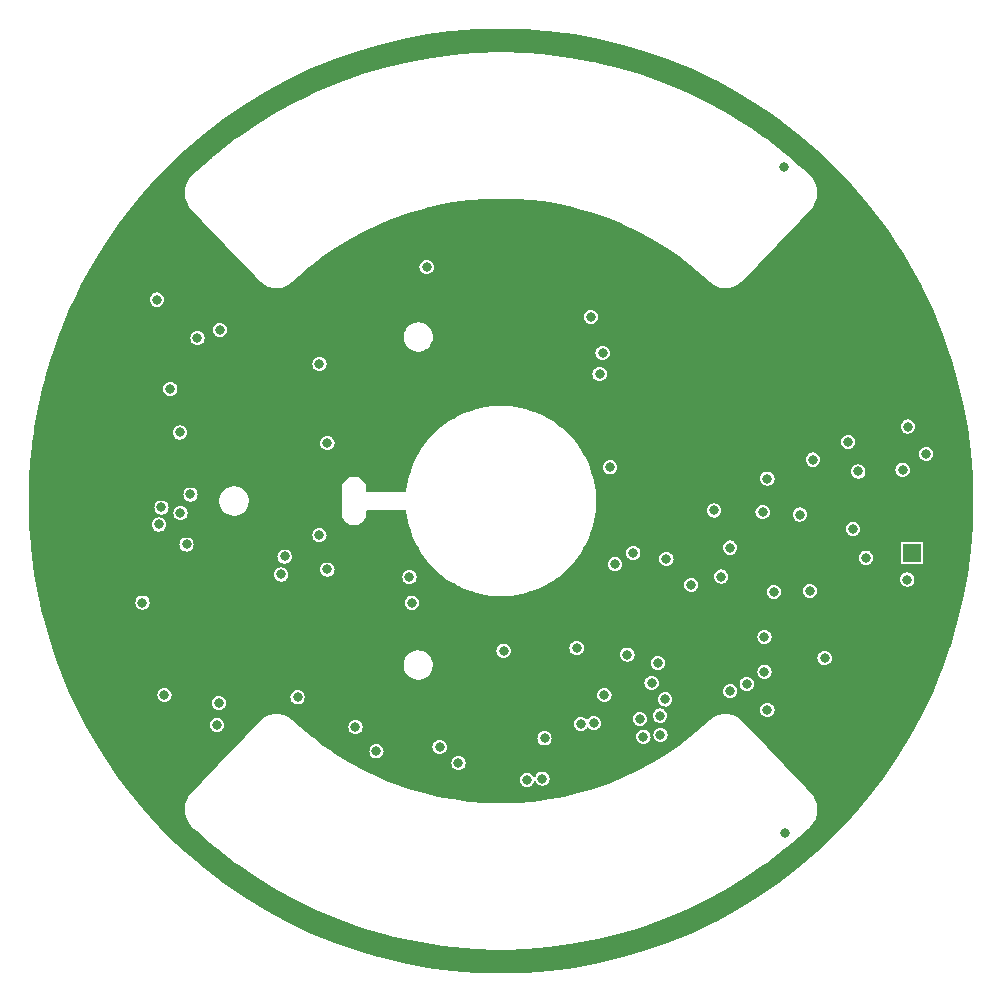
<source format=gbr>
%TF.GenerationSoftware,KiCad,Pcbnew,7.0.5.1-1-g8f565ef7f0-dirty-deb11*%
%TF.CreationDate,2023-07-04T07:58:52+00:00*%
%TF.ProjectId,USTTHUNDERMILLPCB01,55535454-4855-44e4-9445-524d494c4c50,rev?*%
%TF.SameCoordinates,Original*%
%TF.FileFunction,Copper,L3,Inr*%
%TF.FilePolarity,Positive*%
%FSLAX46Y46*%
G04 Gerber Fmt 4.6, Leading zero omitted, Abs format (unit mm)*
G04 Created by KiCad (PCBNEW 7.0.5.1-1-g8f565ef7f0-dirty-deb11) date 2023-07-04 07:58:52*
%MOMM*%
%LPD*%
G01*
G04 APERTURE LIST*
%TA.AperFunction,ComponentPad*%
%ADD10R,1.524000X1.524000*%
%TD*%
%TA.AperFunction,ViaPad*%
%ADD11C,0.800000*%
%TD*%
G04 APERTURE END LIST*
D10*
%TO.N,Net-(JP5-B)*%
%TO.C,J3*%
X34800000Y-4400000D03*
%TD*%
D11*
%TO.N,GNDA*%
X18650000Y-6400000D03*
X30900000Y-4800000D03*
X34400000Y-6650000D03*
X26150000Y-7600000D03*
X34450000Y6300000D03*
X34000000Y2650000D03*
X20800000Y-15500000D03*
X22300000Y-14450000D03*
X22550000Y-17700000D03*
X22300000Y-11500000D03*
X14000000Y-4900000D03*
X29400000Y5000000D03*
X25300000Y-1150000D03*
X16100000Y-7100000D03*
X26400000Y3500000D03*
%TO.N,+5V*%
X-6300000Y19800000D03*
X-30359000Y-8600000D03*
X-29150000Y17050000D03*
%TO.N,+3V3*%
X8750000Y-16450000D03*
X-15375500Y-2897131D03*
X-14700000Y-5800000D03*
X11200000Y-4400000D03*
X217500Y-12667500D03*
%TO.N,/CPU/RST#_P*%
X13282596Y-13717404D03*
%TO.N,/CPU/PB6*%
X6400000Y-12450500D03*
%TO.N,/CPU/PB7*%
X10700000Y-13000000D03*
%TO.N,/CPU/PB5*%
X12750000Y-15400000D03*
%TO.N,/CPU/TIMEPULSE*%
X-7556958Y-8610980D03*
X7850000Y-18800000D03*
%TO.N,Net-(R8-Pad2)*%
X-18607259Y-6221663D03*
%TO.N,Net-(R9-Pad2)*%
X-15375500Y11600000D03*
%TO.N,/CPU/PC1*%
X-10550000Y-21200000D03*
X-28750000Y-550000D03*
X13500000Y-19800000D03*
X-27200000Y5800000D03*
X-3601511Y-22198489D03*
%TO.N,/CPU/PC0*%
X12050800Y-19950800D03*
X-26628972Y-3678972D03*
X-5200000Y-20824500D03*
X-28962000Y-1988000D03*
X-28000000Y9500000D03*
X-12325000Y-19133000D03*
%TO.N,/CPU/RX0*%
X-23900000Y-17100000D03*
X2200000Y-23600000D03*
%TO.N,/CPU/TX0*%
X-24050000Y-18950000D03*
X3500000Y-23500000D03*
%TO.N,/CPU/TX1*%
X-23800000Y14500000D03*
X6764007Y-18861395D03*
%TO.N,/CPU/RX1*%
X-25700000Y13800000D03*
X3684019Y-20100000D03*
%TO.N,/CPU/BTN*%
X13460450Y-18175500D03*
X27400000Y-13300000D03*
%TO.N,/CPU/GEO_STAT*%
X-27137754Y-1013156D03*
X-26295000Y552000D03*
%TO.N,STATOR*%
X36000000Y3999502D03*
X23920800Y28238000D03*
X24010000Y-28130000D03*
%TO.N,PA1*%
X22550000Y1900000D03*
X22150000Y-950000D03*
%TO.N,COUNT_2*%
X-7750000Y-6450000D03*
X11750000Y-18450000D03*
%TO.N,Net-(JP1-B)*%
X-28500000Y-16450000D03*
X-17224500Y-16624500D03*
%TO.N,Net-(R27-Pad2)*%
X7600000Y15600000D03*
%TO.N,Net-(R10-Pad2)*%
X-18324500Y-4700000D03*
%TO.N,Net-(R11-Pad2)*%
X-14700000Y4900000D03*
%TO.N,Net-(R28-Pad2)*%
X8600000Y12550000D03*
%TO.N,COUNT_3*%
X9650000Y-5350000D03*
X13900000Y-16800000D03*
X8350000Y10750000D03*
X9250000Y2850000D03*
%TO.N,+3.3VA*%
X30250000Y2500000D03*
X19400000Y-3950000D03*
X29800000Y-2350000D03*
X18050000Y-800000D03*
X19400000Y-16100000D03*
X23100000Y-7700000D03*
%TO.N,GND*%
X-200000Y-10550000D03*
X13750000Y-2150000D03*
X-27650000Y-7600000D03*
X-21088000Y-3258000D03*
X-2250000Y23500000D03*
X-9800000Y21850000D03*
X-2350000Y-10700000D03*
X14950000Y18550000D03*
X-34550000Y-17350000D03*
X8550000Y-2800000D03*
X-38900000Y800000D03*
X-4400000Y-22900000D03*
X-29100000Y-25350000D03*
X6550000Y-15800000D03*
X1750000Y16050000D03*
X750000Y24000000D03*
X-11700000Y3000000D03*
X7800000Y22350000D03*
X38900000Y0D03*
X-9600000Y-1400000D03*
X-8500000Y1700000D03*
X-13950000Y-7450000D03*
X-8500000Y-1400000D03*
X-37300000Y-4700000D03*
X-35600000Y12750000D03*
X-37300000Y-7250000D03*
X-11700000Y-2650000D03*
X-13550000Y20000000D03*
X-13100000Y3000000D03*
X-3550000Y14650000D03*
X9250000Y-18900000D03*
X11800000Y6400000D03*
X23600000Y-19300000D03*
X-4550000Y-7800000D03*
X11300000Y20900000D03*
X-37350000Y5200000D03*
X4500000Y23100000D03*
X26600000Y-22100000D03*
X10950000Y4500000D03*
X8884000Y-210000D03*
X-10650000Y-1400000D03*
X29350000Y25450000D03*
X-14300000Y0D03*
X29800000Y-9650000D03*
X-12500000Y-13250000D03*
X-31350000Y21700000D03*
X-36500000Y-11400000D03*
X-29100000Y24700000D03*
X36350000Y-14400000D03*
X25350000Y20450000D03*
X-32700000Y19250000D03*
X-13100000Y-2650000D03*
X-37350000Y7800000D03*
X-14300000Y1350000D03*
X-36800000Y10250000D03*
X-14300000Y-1300000D03*
X-35200000Y-13700000D03*
X-7050000Y22900000D03*
X-6200000Y-22900000D03*
X-10650000Y1700000D03*
X11950000Y-3300000D03*
X-23650000Y19100000D03*
X8200000Y7500000D03*
X7700000Y4500000D03*
X3900000Y8150000D03*
X-31850000Y-20250000D03*
X29250000Y-25000000D03*
X-9650000Y1700000D03*
X11950000Y-1250000D03*
X36100000Y14950000D03*
X-26150000Y21950000D03*
X-30700000Y-22500000D03*
%TD*%
%TA.AperFunction,Conductor*%
%TO.N,GND*%
G36*
X1962942Y39948113D02*
G01*
X2092099Y39944731D01*
X2094676Y39944597D01*
X3760226Y39813521D01*
X4179784Y39780502D01*
X4182363Y39780231D01*
X4537171Y39733510D01*
X6256062Y39507165D01*
X6258553Y39506770D01*
X8315106Y39125641D01*
X8317620Y39125107D01*
X10351412Y38636817D01*
X10353896Y38636152D01*
X12359352Y38042175D01*
X12361743Y38041398D01*
X14333317Y37343158D01*
X14335674Y37342254D01*
X16268136Y36541822D01*
X16270443Y36540794D01*
X17110538Y36140103D01*
X18158209Y35640406D01*
X18160489Y35639245D01*
X19998612Y34641184D01*
X20000831Y34639903D01*
X21784242Y33547046D01*
X21786374Y33545661D01*
X22712719Y32909007D01*
X23510041Y32361027D01*
X23512129Y32359510D01*
X24079406Y31924202D01*
X25171463Y31086195D01*
X25173470Y31084570D01*
X26763897Y29726253D01*
X26765787Y29724550D01*
X28073965Y28483201D01*
X28283014Y28284831D01*
X28284847Y28282998D01*
X29592922Y26904503D01*
X29724541Y26765799D01*
X29726252Y26763900D01*
X31084558Y25173486D01*
X31084562Y25173481D01*
X31086192Y25171468D01*
X32359510Y23512132D01*
X32361034Y23510033D01*
X32808409Y22859092D01*
X33545639Y21786404D01*
X33545644Y21786398D01*
X33547047Y21784238D01*
X34093471Y20892540D01*
X34639887Y20000854D01*
X34641182Y19998611D01*
X35639238Y18160515D01*
X35640415Y18158204D01*
X36540791Y16270455D01*
X36541830Y16268121D01*
X37342232Y14335730D01*
X37343160Y14333312D01*
X38041387Y12361769D01*
X38042186Y12359308D01*
X38177385Y11902839D01*
X38636152Y10353902D01*
X38636822Y10351400D01*
X39125105Y8317637D01*
X39125644Y8315101D01*
X39506765Y6258594D01*
X39507171Y6256036D01*
X39780232Y4182366D01*
X39780503Y4179787D01*
X39944604Y2094690D01*
X39944739Y2092101D01*
X39999466Y1297D01*
X39999466Y-1294D01*
X39944724Y-2092109D01*
X39944589Y-2094697D01*
X39780503Y-4179792D01*
X39780232Y-4182371D01*
X39507166Y-6256018D01*
X39506760Y-6258576D01*
X39125640Y-8315119D01*
X39125101Y-8317655D01*
X38636813Y-10351410D01*
X38636143Y-10353912D01*
X38469974Y-10914956D01*
X38061611Y-12293733D01*
X38042191Y-12359301D01*
X38041389Y-12361769D01*
X37343158Y-14333326D01*
X37342235Y-14335730D01*
X37103231Y-14912748D01*
X36541837Y-16268091D01*
X36540783Y-16270459D01*
X35640403Y-18158216D01*
X35639226Y-18160527D01*
X34641182Y-19998617D01*
X34639887Y-20000860D01*
X33547056Y-21784227D01*
X33545644Y-21786401D01*
X32361034Y-23510035D01*
X32359510Y-23512134D01*
X31086192Y-25171470D01*
X31084562Y-25173483D01*
X30300948Y-26091003D01*
X29726291Y-26763859D01*
X29726266Y-26763888D01*
X29724532Y-26765813D01*
X28284840Y-28283013D01*
X28283005Y-28284848D01*
X26765784Y-29724559D01*
X26763859Y-29726293D01*
X25173475Y-31084569D01*
X25171463Y-31086199D01*
X23512130Y-32359508D01*
X23510033Y-32361032D01*
X21786385Y-33545657D01*
X21784211Y-33547069D01*
X20000836Y-34639905D01*
X19998593Y-34641200D01*
X18160512Y-35639238D01*
X18158201Y-35640415D01*
X16270476Y-36540788D01*
X16268108Y-36541843D01*
X14335689Y-37342247D01*
X14333271Y-37343175D01*
X13066549Y-37791792D01*
X12361760Y-38041396D01*
X12359303Y-38042194D01*
X10353899Y-38636159D01*
X10351397Y-38636829D01*
X8317626Y-39125106D01*
X8315090Y-39125645D01*
X6258584Y-39506773D01*
X6256025Y-39507179D01*
X4182363Y-39780232D01*
X4179784Y-39780503D01*
X2094687Y-39944604D01*
X2092098Y-39944739D01*
X1295Y-39999466D01*
X-1296Y-39999466D01*
X-2092108Y-39944724D01*
X-2094696Y-39944589D01*
X-4179791Y-39780503D01*
X-4182370Y-39780232D01*
X-6256021Y-39507166D01*
X-6258578Y-39506760D01*
X-8315122Y-39125640D01*
X-8317658Y-39125101D01*
X-10351413Y-38636813D01*
X-10353915Y-38636143D01*
X-10448743Y-38608057D01*
X-12359335Y-38042181D01*
X-12361778Y-38041387D01*
X-14333318Y-37343160D01*
X-14335710Y-37342242D01*
X-16268095Y-36541836D01*
X-16270461Y-36540783D01*
X-18158219Y-35640403D01*
X-18160520Y-35639231D01*
X-19998615Y-34641183D01*
X-20000852Y-34639892D01*
X-21357906Y-33808303D01*
X-21784244Y-33547047D01*
X-21786394Y-33545650D01*
X-22260861Y-33219562D01*
X-23510038Y-32361034D01*
X-23512137Y-32359510D01*
X-23512140Y-32359508D01*
X-24079414Y-31924201D01*
X-25171473Y-31086192D01*
X-25173486Y-31084562D01*
X-25440281Y-30856704D01*
X-26763917Y-29726242D01*
X-26765805Y-29724541D01*
X-27478265Y-29048477D01*
X-28283004Y-28284847D01*
X-28284837Y-28283014D01*
X-28954499Y-27577301D01*
X-29724564Y-26765780D01*
X-29726269Y-26763887D01*
X-30300950Y-26091003D01*
X-26786500Y-26091003D01*
X-26742800Y-26506894D01*
X-26613600Y-26904501D01*
X-26613596Y-26904509D01*
X-26404504Y-27266596D01*
X-26404498Y-27266604D01*
X-26208175Y-27484607D01*
X-26124699Y-27577301D01*
X-25958100Y-27735397D01*
X-25525709Y-28145788D01*
X-25525704Y-28145798D01*
X-25525701Y-28145796D01*
X-25426997Y-28239503D01*
X-25141702Y-28483198D01*
X-24833405Y-28746500D01*
X-24612533Y-28935076D01*
X-24612510Y-28935114D01*
X-24612500Y-28935104D01*
X-24479774Y-29048522D01*
X-24435500Y-29086303D01*
X-24435505Y-29086308D01*
X-24435473Y-29086326D01*
X-23993822Y-29463482D01*
X-23993810Y-29463492D01*
X-23993800Y-29463500D01*
X-22498499Y-30610900D01*
X-22160300Y-30856704D01*
X-20606999Y-31924201D01*
X-19000000Y-32908996D01*
X-17343699Y-33808303D01*
X-15642500Y-34619705D01*
X-15260600Y-34789703D01*
X-13519299Y-35511001D01*
X-11742600Y-36140098D01*
X-9935521Y-36675399D01*
X-9066939Y-36883935D01*
X-8102905Y-37115389D01*
X-8102874Y-37115396D01*
X-8102849Y-37115402D01*
X-7693879Y-37202400D01*
X-5840699Y-37545799D01*
X-5840695Y-37545799D01*
X-5840692Y-37545800D01*
X-4906391Y-37668796D01*
X-3972081Y-37791793D01*
X-2093148Y-37939697D01*
X-418401Y-37983520D01*
X-209059Y-37988998D01*
X-209057Y-37988998D01*
X209058Y-37988998D01*
X407381Y-37983808D01*
X2093147Y-37939697D01*
X3972076Y-37791793D01*
X5840698Y-37545799D01*
X7693878Y-37202400D01*
X8102844Y-37115402D01*
X8102887Y-37115391D01*
X8102899Y-37115389D01*
X8546744Y-37008826D01*
X9935516Y-36675399D01*
X11742595Y-36140098D01*
X13519294Y-35511001D01*
X15260597Y-34789703D01*
X15594235Y-34641187D01*
X15642465Y-34619718D01*
X15642478Y-34619712D01*
X15642494Y-34619705D01*
X17343696Y-33808303D01*
X18999996Y-32908996D01*
X20606994Y-31924201D01*
X22160293Y-30856704D01*
X22498489Y-30610900D01*
X23993789Y-29463500D01*
X24435493Y-29086303D01*
X24479825Y-29048477D01*
X24546800Y-28991243D01*
X24612462Y-28935132D01*
X24612504Y-28935114D01*
X24612495Y-28935104D01*
X24612528Y-28935076D01*
X24833396Y-28746505D01*
X25021152Y-28586149D01*
X25141696Y-28483198D01*
X25222780Y-28413938D01*
X25427001Y-28239501D01*
X25525684Y-28145807D01*
X25525698Y-28145800D01*
X25525695Y-28145797D01*
X25958099Y-27735397D01*
X26124694Y-27577301D01*
X26404495Y-27266601D01*
X26627156Y-26908907D01*
X26756352Y-26511301D01*
X26786499Y-26091003D01*
X26742797Y-25675201D01*
X26613601Y-25277603D01*
X26479935Y-25046135D01*
X26404495Y-24915495D01*
X26124724Y-24604731D01*
X26124718Y-24604725D01*
X26124694Y-24604698D01*
X25816696Y-24280502D01*
X25291397Y-23727600D01*
X24700500Y-23105499D01*
X24045394Y-22416000D01*
X24045394Y-22415999D01*
X24045386Y-22415992D01*
X23987683Y-22355247D01*
X23328201Y-21660995D01*
X23328199Y-21660992D01*
X22970946Y-21284949D01*
X22550697Y-20842597D01*
X21714996Y-19962898D01*
X21714996Y-19962897D01*
X20823496Y-19024496D01*
X20684600Y-18878286D01*
X20341197Y-18516799D01*
X20249249Y-18449999D01*
X20003006Y-18271104D01*
X20002995Y-18271097D01*
X19620998Y-18100997D01*
X19212000Y-18014099D01*
X19211997Y-18014099D01*
X18793899Y-18014099D01*
X18793895Y-18014099D01*
X18384901Y-18100995D01*
X18384900Y-18100996D01*
X18003000Y-18271097D01*
X17664699Y-18516798D01*
X17130633Y-19023609D01*
X17128707Y-19025343D01*
X16031982Y-19962057D01*
X16029968Y-19963688D01*
X15591750Y-20299962D01*
X15051518Y-20714517D01*
X15049430Y-20716035D01*
X14033086Y-21414552D01*
X14030911Y-21415965D01*
X12801103Y-22169521D01*
X12798860Y-22170816D01*
X11531244Y-22859081D01*
X11528937Y-22860257D01*
X10415862Y-23391244D01*
X10413490Y-23392300D01*
X9274115Y-23864204D01*
X9271693Y-23865133D01*
X7912052Y-24346571D01*
X7909602Y-24347367D01*
X6526620Y-24757029D01*
X6524116Y-24757700D01*
X5324920Y-25045597D01*
X5322389Y-25046135D01*
X4109806Y-25270965D01*
X4107242Y-25271371D01*
X2677217Y-25459630D01*
X2674637Y-25459901D01*
X1236713Y-25573002D01*
X1234129Y-25573137D01*
X1297Y-25605464D01*
X-1299Y-25605464D01*
X-1234131Y-25573137D01*
X-1236715Y-25573002D01*
X-2674632Y-25459901D01*
X-2677212Y-25459630D01*
X-4107241Y-25271371D01*
X-4109805Y-25270965D01*
X-5322391Y-25046135D01*
X-5324922Y-25045597D01*
X-6524114Y-24757700D01*
X-6526618Y-24757029D01*
X-7909601Y-24347367D01*
X-7912040Y-24346575D01*
X-9271708Y-23865129D01*
X-9274117Y-23864204D01*
X-9912014Y-23600000D01*
X1594318Y-23600000D01*
X1614955Y-23756758D01*
X1614957Y-23756766D01*
X1675462Y-23902838D01*
X1675462Y-23902839D01*
X1768844Y-24024537D01*
X1771718Y-24028282D01*
X1897159Y-24124536D01*
X2043238Y-24185044D01*
X2160809Y-24200522D01*
X2199999Y-24205682D01*
X2200000Y-24205682D01*
X2200001Y-24205682D01*
X2231352Y-24201554D01*
X2356762Y-24185044D01*
X2502841Y-24124536D01*
X2628282Y-24028282D01*
X2724536Y-23902841D01*
X2779247Y-23770756D01*
X2818982Y-23724232D01*
X2878477Y-23709948D01*
X2935005Y-23733362D01*
X2962174Y-23770757D01*
X2975463Y-23802838D01*
X2975464Y-23802841D01*
X3071718Y-23928282D01*
X3197159Y-24024536D01*
X3197160Y-24024536D01*
X3197161Y-24024537D01*
X3206212Y-24028286D01*
X3343238Y-24085044D01*
X3460809Y-24100522D01*
X3499999Y-24105682D01*
X3500000Y-24105682D01*
X3500001Y-24105682D01*
X3531352Y-24101554D01*
X3656762Y-24085044D01*
X3802841Y-24024536D01*
X3928282Y-23928282D01*
X4024536Y-23802841D01*
X4085044Y-23656762D01*
X4105682Y-23500000D01*
X4085044Y-23343238D01*
X4065958Y-23297160D01*
X4024537Y-23197161D01*
X4024537Y-23197160D01*
X3928286Y-23071723D01*
X3928285Y-23071722D01*
X3928282Y-23071718D01*
X3928277Y-23071714D01*
X3928276Y-23071713D01*
X3802838Y-22975462D01*
X3656766Y-22914957D01*
X3656758Y-22914955D01*
X3500001Y-22894318D01*
X3499999Y-22894318D01*
X3343241Y-22914955D01*
X3343233Y-22914957D01*
X3197161Y-22975462D01*
X3197160Y-22975462D01*
X3071723Y-23071713D01*
X3071713Y-23071723D01*
X2975463Y-23197160D01*
X2920753Y-23329242D01*
X2881016Y-23375767D01*
X2821521Y-23390051D01*
X2764994Y-23366636D01*
X2737825Y-23329241D01*
X2724537Y-23297161D01*
X2724537Y-23297160D01*
X2628286Y-23171723D01*
X2628285Y-23171722D01*
X2628282Y-23171718D01*
X2628277Y-23171714D01*
X2628276Y-23171713D01*
X2502838Y-23075462D01*
X2356766Y-23014957D01*
X2356758Y-23014955D01*
X2200001Y-22994318D01*
X2199999Y-22994318D01*
X2043241Y-23014955D01*
X2043233Y-23014957D01*
X1897161Y-23075462D01*
X1897160Y-23075462D01*
X1771723Y-23171713D01*
X1771713Y-23171723D01*
X1675462Y-23297160D01*
X1675462Y-23297161D01*
X1614957Y-23443233D01*
X1614955Y-23443241D01*
X1594318Y-23599999D01*
X1594318Y-23600000D01*
X-9912014Y-23600000D01*
X-10413488Y-23392300D01*
X-10415860Y-23391244D01*
X-11528935Y-22860257D01*
X-11531242Y-22859081D01*
X-12747891Y-22198489D01*
X-4207193Y-22198489D01*
X-4186556Y-22355247D01*
X-4186554Y-22355255D01*
X-4126049Y-22501327D01*
X-4126049Y-22501328D01*
X-4126047Y-22501330D01*
X-4029793Y-22626771D01*
X-3904352Y-22723025D01*
X-3758273Y-22783533D01*
X-3640702Y-22799011D01*
X-3601512Y-22804171D01*
X-3601511Y-22804171D01*
X-3601510Y-22804171D01*
X-3570159Y-22800043D01*
X-3444749Y-22783533D01*
X-3298670Y-22723025D01*
X-3173229Y-22626771D01*
X-3076975Y-22501330D01*
X-3016467Y-22355251D01*
X-2995829Y-22198489D01*
X-3016467Y-22041727D01*
X-3076974Y-21895650D01*
X-3076974Y-21895649D01*
X-3173225Y-21770212D01*
X-3173226Y-21770211D01*
X-3173229Y-21770207D01*
X-3173234Y-21770203D01*
X-3173235Y-21770202D01*
X-3298673Y-21673951D01*
X-3444745Y-21613446D01*
X-3444753Y-21613444D01*
X-3601510Y-21592807D01*
X-3601512Y-21592807D01*
X-3758270Y-21613444D01*
X-3758278Y-21613446D01*
X-3904350Y-21673951D01*
X-3904351Y-21673951D01*
X-4029788Y-21770202D01*
X-4029798Y-21770212D01*
X-4126049Y-21895649D01*
X-4126049Y-21895650D01*
X-4186554Y-22041722D01*
X-4186556Y-22041730D01*
X-4207193Y-22198488D01*
X-4207193Y-22198489D01*
X-12747891Y-22198489D01*
X-12798858Y-22170816D01*
X-12801101Y-22169521D01*
X-14030909Y-21415965D01*
X-14033074Y-21414558D01*
X-14345258Y-21200000D01*
X-11155682Y-21200000D01*
X-11135045Y-21356758D01*
X-11135043Y-21356766D01*
X-11074538Y-21502838D01*
X-11074538Y-21502839D01*
X-11074536Y-21502841D01*
X-10978282Y-21628282D01*
X-10852841Y-21724536D01*
X-10852840Y-21724536D01*
X-10852839Y-21724537D01*
X-10706767Y-21785042D01*
X-10706762Y-21785044D01*
X-10589191Y-21800522D01*
X-10550001Y-21805682D01*
X-10550000Y-21805682D01*
X-10549999Y-21805682D01*
X-10518648Y-21801554D01*
X-10393238Y-21785044D01*
X-10247159Y-21724536D01*
X-10121718Y-21628282D01*
X-10025464Y-21502841D01*
X-9964956Y-21356762D01*
X-9944318Y-21200000D01*
X-9964956Y-21043238D01*
X-10025463Y-20897161D01*
X-10025463Y-20897160D01*
X-10081217Y-20824500D01*
X-5805682Y-20824500D01*
X-5785045Y-20981258D01*
X-5785043Y-20981266D01*
X-5724538Y-21127338D01*
X-5724538Y-21127339D01*
X-5724536Y-21127341D01*
X-5628282Y-21252782D01*
X-5502841Y-21349036D01*
X-5502840Y-21349036D01*
X-5502839Y-21349037D01*
X-5356767Y-21409542D01*
X-5356762Y-21409544D01*
X-5239191Y-21425022D01*
X-5200001Y-21430182D01*
X-5200000Y-21430182D01*
X-5199999Y-21430182D01*
X-5168648Y-21426054D01*
X-5043238Y-21409544D01*
X-4897159Y-21349036D01*
X-4771718Y-21252782D01*
X-4675464Y-21127341D01*
X-4614956Y-20981262D01*
X-4594318Y-20824500D01*
X-4614956Y-20667738D01*
X-4636819Y-20614955D01*
X-4675463Y-20521661D01*
X-4675463Y-20521660D01*
X-4771714Y-20396223D01*
X-4771715Y-20396222D01*
X-4771718Y-20396218D01*
X-4771723Y-20396214D01*
X-4771724Y-20396213D01*
X-4897162Y-20299962D01*
X-5043234Y-20239457D01*
X-5043242Y-20239455D01*
X-5199999Y-20218818D01*
X-5200001Y-20218818D01*
X-5356759Y-20239455D01*
X-5356767Y-20239457D01*
X-5502839Y-20299962D01*
X-5502840Y-20299962D01*
X-5628277Y-20396213D01*
X-5628287Y-20396223D01*
X-5724538Y-20521660D01*
X-5724538Y-20521661D01*
X-5785043Y-20667733D01*
X-5785045Y-20667741D01*
X-5805682Y-20824499D01*
X-5805682Y-20824500D01*
X-10081217Y-20824500D01*
X-10121714Y-20771723D01*
X-10121715Y-20771722D01*
X-10121718Y-20771718D01*
X-10121723Y-20771714D01*
X-10121724Y-20771713D01*
X-10247162Y-20675462D01*
X-10393234Y-20614957D01*
X-10393242Y-20614955D01*
X-10549999Y-20594318D01*
X-10550001Y-20594318D01*
X-10706759Y-20614955D01*
X-10706767Y-20614957D01*
X-10852839Y-20675462D01*
X-10852840Y-20675462D01*
X-10978277Y-20771713D01*
X-10978287Y-20771723D01*
X-11074538Y-20897160D01*
X-11074538Y-20897161D01*
X-11135043Y-21043233D01*
X-11135045Y-21043241D01*
X-11155682Y-21199999D01*
X-11155682Y-21200000D01*
X-14345258Y-21200000D01*
X-15049450Y-20716022D01*
X-15051502Y-20714531D01*
X-15852333Y-20100000D01*
X3078337Y-20100000D01*
X3098974Y-20256758D01*
X3098976Y-20256766D01*
X3159481Y-20402838D01*
X3159481Y-20402839D01*
X3255732Y-20528276D01*
X3255737Y-20528282D01*
X3381178Y-20624536D01*
X3381179Y-20624536D01*
X3381180Y-20624537D01*
X3485484Y-20667741D01*
X3527257Y-20685044D01*
X3644828Y-20700522D01*
X3684018Y-20705682D01*
X3684019Y-20705682D01*
X3684020Y-20705682D01*
X3715371Y-20701554D01*
X3840781Y-20685044D01*
X3986860Y-20624536D01*
X4112301Y-20528282D01*
X4208555Y-20402841D01*
X4269063Y-20256762D01*
X4289701Y-20100000D01*
X4270059Y-19950800D01*
X11445118Y-19950800D01*
X11465755Y-20107558D01*
X11465757Y-20107566D01*
X11526262Y-20253638D01*
X11526262Y-20253639D01*
X11580663Y-20324536D01*
X11622518Y-20379082D01*
X11747959Y-20475336D01*
X11894038Y-20535844D01*
X12011609Y-20551322D01*
X12050799Y-20556482D01*
X12050800Y-20556482D01*
X12050801Y-20556482D01*
X12082152Y-20552354D01*
X12207562Y-20535844D01*
X12353641Y-20475336D01*
X12479082Y-20379082D01*
X12575336Y-20253641D01*
X12635844Y-20107562D01*
X12656482Y-19950800D01*
X12655486Y-19943238D01*
X12636629Y-19800000D01*
X12894318Y-19800000D01*
X12914955Y-19956758D01*
X12914957Y-19956766D01*
X12975462Y-20102838D01*
X12975462Y-20102839D01*
X13064456Y-20218818D01*
X13071718Y-20228282D01*
X13071722Y-20228285D01*
X13071723Y-20228286D01*
X13101082Y-20250813D01*
X13197159Y-20324536D01*
X13343238Y-20385044D01*
X13460809Y-20400522D01*
X13499999Y-20405682D01*
X13500000Y-20405682D01*
X13500001Y-20405682D01*
X13531352Y-20401554D01*
X13656762Y-20385044D01*
X13802841Y-20324536D01*
X13928282Y-20228282D01*
X14024536Y-20102841D01*
X14085044Y-19956762D01*
X14105682Y-19800000D01*
X14104897Y-19794041D01*
X14088793Y-19671718D01*
X14085044Y-19643238D01*
X14031908Y-19514956D01*
X14024537Y-19497161D01*
X14024537Y-19497160D01*
X13928286Y-19371723D01*
X13928285Y-19371722D01*
X13928282Y-19371718D01*
X13928277Y-19371714D01*
X13928276Y-19371713D01*
X13821480Y-19289766D01*
X13802841Y-19275464D01*
X13802840Y-19275463D01*
X13802838Y-19275462D01*
X13656766Y-19214957D01*
X13656758Y-19214955D01*
X13500001Y-19194318D01*
X13499999Y-19194318D01*
X13343241Y-19214955D01*
X13343233Y-19214957D01*
X13197161Y-19275462D01*
X13197160Y-19275462D01*
X13071723Y-19371713D01*
X13071713Y-19371723D01*
X12975462Y-19497160D01*
X12975462Y-19497161D01*
X12914957Y-19643233D01*
X12914955Y-19643241D01*
X12894318Y-19799999D01*
X12894318Y-19800000D01*
X12636629Y-19800000D01*
X12635844Y-19794038D01*
X12604365Y-19718042D01*
X12575337Y-19647961D01*
X12575337Y-19647960D01*
X12479086Y-19522523D01*
X12479085Y-19522522D01*
X12479082Y-19522518D01*
X12479077Y-19522514D01*
X12479076Y-19522513D01*
X12406830Y-19467077D01*
X12353641Y-19426264D01*
X12353640Y-19426263D01*
X12353638Y-19426262D01*
X12207566Y-19365757D01*
X12207558Y-19365755D01*
X12050801Y-19345118D01*
X12050799Y-19345118D01*
X11894041Y-19365755D01*
X11894033Y-19365757D01*
X11747961Y-19426262D01*
X11747960Y-19426262D01*
X11622523Y-19522513D01*
X11622513Y-19522523D01*
X11526262Y-19647960D01*
X11526262Y-19647961D01*
X11465757Y-19794033D01*
X11465755Y-19794041D01*
X11445118Y-19950799D01*
X11445118Y-19950800D01*
X4270059Y-19950800D01*
X4269063Y-19943238D01*
X4209732Y-19800000D01*
X4208556Y-19797161D01*
X4208556Y-19797160D01*
X4112305Y-19671723D01*
X4112304Y-19671722D01*
X4112301Y-19671718D01*
X4112296Y-19671714D01*
X4112295Y-19671713D01*
X3986857Y-19575462D01*
X3840785Y-19514957D01*
X3840777Y-19514955D01*
X3684020Y-19494318D01*
X3684018Y-19494318D01*
X3527260Y-19514955D01*
X3527252Y-19514957D01*
X3381180Y-19575462D01*
X3381179Y-19575462D01*
X3255742Y-19671713D01*
X3255732Y-19671723D01*
X3159481Y-19797160D01*
X3159481Y-19797161D01*
X3098976Y-19943233D01*
X3098974Y-19943241D01*
X3078337Y-20099999D01*
X3078337Y-20100000D01*
X-15852333Y-20100000D01*
X-16029979Y-19963680D01*
X-16031984Y-19962057D01*
X-17002660Y-19133000D01*
X-12930682Y-19133000D01*
X-12910045Y-19289758D01*
X-12910043Y-19289766D01*
X-12849538Y-19435838D01*
X-12849538Y-19435839D01*
X-12783027Y-19522518D01*
X-12753282Y-19561282D01*
X-12627841Y-19657536D01*
X-12481762Y-19718044D01*
X-12364191Y-19733522D01*
X-12325001Y-19738682D01*
X-12325000Y-19738682D01*
X-12324999Y-19738682D01*
X-12293648Y-19734554D01*
X-12168238Y-19718044D01*
X-12022159Y-19657536D01*
X-11896718Y-19561282D01*
X-11800464Y-19435841D01*
X-11739956Y-19289762D01*
X-11719318Y-19133000D01*
X-11739956Y-18976238D01*
X-11740661Y-18974536D01*
X-11787525Y-18861395D01*
X6158325Y-18861395D01*
X6178962Y-19018153D01*
X6178964Y-19018161D01*
X6239469Y-19164233D01*
X6239469Y-19164234D01*
X6324817Y-19275462D01*
X6335725Y-19289677D01*
X6335729Y-19289680D01*
X6335730Y-19289681D01*
X6335836Y-19289762D01*
X6461166Y-19385931D01*
X6607245Y-19446439D01*
X6724816Y-19461917D01*
X6764006Y-19467077D01*
X6764007Y-19467077D01*
X6764008Y-19467077D01*
X6795359Y-19462949D01*
X6920769Y-19446439D01*
X7066848Y-19385931D01*
X7192289Y-19289677D01*
X7252018Y-19211835D01*
X7302440Y-19177182D01*
X7363604Y-19178783D01*
X7409100Y-19211838D01*
X7411492Y-19214956D01*
X7421718Y-19228282D01*
X7547159Y-19324536D01*
X7547160Y-19324536D01*
X7547161Y-19324537D01*
X7676913Y-19378282D01*
X7693238Y-19385044D01*
X7810809Y-19400522D01*
X7849999Y-19405682D01*
X7850000Y-19405682D01*
X7850001Y-19405682D01*
X7881352Y-19401554D01*
X8006762Y-19385044D01*
X8152841Y-19324536D01*
X8278282Y-19228282D01*
X8374536Y-19102841D01*
X8435044Y-18956762D01*
X8455682Y-18800000D01*
X8435044Y-18643238D01*
X8419935Y-18606762D01*
X8374537Y-18497161D01*
X8374537Y-18497160D01*
X8338350Y-18450000D01*
X11144318Y-18450000D01*
X11164955Y-18606758D01*
X11164957Y-18606766D01*
X11225462Y-18752838D01*
X11225462Y-18752839D01*
X11308759Y-18861394D01*
X11321718Y-18878282D01*
X11447159Y-18974536D01*
X11447160Y-18974536D01*
X11447161Y-18974537D01*
X11567773Y-19024496D01*
X11593238Y-19035044D01*
X11710809Y-19050522D01*
X11749999Y-19055682D01*
X11750000Y-19055682D01*
X11750001Y-19055682D01*
X11781352Y-19051554D01*
X11906762Y-19035044D01*
X12052841Y-18974536D01*
X12178282Y-18878282D01*
X12274536Y-18752841D01*
X12335044Y-18606762D01*
X12355682Y-18450000D01*
X12353459Y-18433118D01*
X12340787Y-18336859D01*
X12335044Y-18293238D01*
X12302619Y-18214957D01*
X12286275Y-18175500D01*
X12854768Y-18175500D01*
X12875405Y-18332258D01*
X12875407Y-18332266D01*
X12935912Y-18478338D01*
X12935912Y-18478339D01*
X12989331Y-18547956D01*
X13032168Y-18603782D01*
X13032172Y-18603785D01*
X13032173Y-18603786D01*
X13036057Y-18606766D01*
X13157609Y-18700036D01*
X13157610Y-18700036D01*
X13157611Y-18700037D01*
X13285091Y-18752841D01*
X13303688Y-18760544D01*
X13421259Y-18776022D01*
X13460449Y-18781182D01*
X13460450Y-18781182D01*
X13460451Y-18781182D01*
X13491802Y-18777054D01*
X13617212Y-18760544D01*
X13763291Y-18700036D01*
X13888732Y-18603782D01*
X13984986Y-18478341D01*
X14045494Y-18332262D01*
X14066132Y-18175500D01*
X14045494Y-18018738D01*
X14045492Y-18018733D01*
X13984987Y-17872661D01*
X13984987Y-17872660D01*
X13888736Y-17747223D01*
X13888735Y-17747222D01*
X13888732Y-17747218D01*
X13888727Y-17747214D01*
X13888726Y-17747213D01*
X13827196Y-17700000D01*
X21944318Y-17700000D01*
X21964955Y-17856758D01*
X21964957Y-17856766D01*
X22025462Y-18002838D01*
X22025462Y-18002839D01*
X22121713Y-18128276D01*
X22121718Y-18128282D01*
X22247159Y-18224536D01*
X22247160Y-18224536D01*
X22247161Y-18224537D01*
X22393233Y-18285042D01*
X22393238Y-18285044D01*
X22510809Y-18300522D01*
X22549999Y-18305682D01*
X22550000Y-18305682D01*
X22550001Y-18305682D01*
X22581352Y-18301554D01*
X22706762Y-18285044D01*
X22852841Y-18224536D01*
X22978282Y-18128282D01*
X23074536Y-18002841D01*
X23135044Y-17856762D01*
X23155682Y-17700000D01*
X23135044Y-17543238D01*
X23128847Y-17528276D01*
X23074537Y-17397161D01*
X23074537Y-17397160D01*
X22978286Y-17271723D01*
X22978285Y-17271722D01*
X22978282Y-17271718D01*
X22978277Y-17271714D01*
X22978276Y-17271713D01*
X22852838Y-17175462D01*
X22706766Y-17114957D01*
X22706758Y-17114955D01*
X22550001Y-17094318D01*
X22549999Y-17094318D01*
X22393241Y-17114955D01*
X22393233Y-17114957D01*
X22247161Y-17175462D01*
X22247160Y-17175462D01*
X22121723Y-17271713D01*
X22121713Y-17271723D01*
X22025462Y-17397160D01*
X22025462Y-17397161D01*
X21964957Y-17543233D01*
X21964955Y-17543241D01*
X21944318Y-17699999D01*
X21944318Y-17700000D01*
X13827196Y-17700000D01*
X13763288Y-17650962D01*
X13617216Y-17590457D01*
X13617208Y-17590455D01*
X13460451Y-17569818D01*
X13460449Y-17569818D01*
X13303691Y-17590455D01*
X13303683Y-17590457D01*
X13157611Y-17650962D01*
X13157610Y-17650962D01*
X13032173Y-17747213D01*
X13032163Y-17747223D01*
X12935912Y-17872660D01*
X12935912Y-17872661D01*
X12875407Y-18018733D01*
X12875405Y-18018741D01*
X12854768Y-18175499D01*
X12854768Y-18175500D01*
X12286275Y-18175500D01*
X12274537Y-18147161D01*
X12274537Y-18147160D01*
X12178286Y-18021723D01*
X12178285Y-18021722D01*
X12178282Y-18021718D01*
X12178277Y-18021714D01*
X12178276Y-18021713D01*
X12052838Y-17925462D01*
X11906766Y-17864957D01*
X11906758Y-17864955D01*
X11750001Y-17844318D01*
X11749999Y-17844318D01*
X11593241Y-17864955D01*
X11593233Y-17864957D01*
X11447161Y-17925462D01*
X11447160Y-17925462D01*
X11321723Y-18021713D01*
X11321713Y-18021723D01*
X11225462Y-18147160D01*
X11225462Y-18147161D01*
X11164957Y-18293233D01*
X11164955Y-18293241D01*
X11144318Y-18449999D01*
X11144318Y-18450000D01*
X8338350Y-18450000D01*
X8278286Y-18371723D01*
X8278285Y-18371722D01*
X8278282Y-18371718D01*
X8278277Y-18371714D01*
X8278276Y-18371713D01*
X8192222Y-18305682D01*
X8152841Y-18275464D01*
X8152840Y-18275463D01*
X8152838Y-18275462D01*
X8006766Y-18214957D01*
X8006758Y-18214955D01*
X7850001Y-18194318D01*
X7849999Y-18194318D01*
X7693241Y-18214955D01*
X7693233Y-18214957D01*
X7547161Y-18275462D01*
X7547160Y-18275462D01*
X7421723Y-18371713D01*
X7421716Y-18371720D01*
X7361990Y-18449557D01*
X7311565Y-18484212D01*
X7250401Y-18482610D01*
X7204907Y-18449557D01*
X7192289Y-18433113D01*
X7192284Y-18433109D01*
X7192283Y-18433108D01*
X7103465Y-18364956D01*
X7066848Y-18336859D01*
X7066847Y-18336858D01*
X7066845Y-18336857D01*
X6920773Y-18276352D01*
X6920765Y-18276350D01*
X6764008Y-18255713D01*
X6764006Y-18255713D01*
X6607248Y-18276350D01*
X6607240Y-18276352D01*
X6461168Y-18336857D01*
X6461167Y-18336857D01*
X6335730Y-18433108D01*
X6335720Y-18433118D01*
X6239469Y-18558555D01*
X6239469Y-18558556D01*
X6178964Y-18704628D01*
X6178962Y-18704636D01*
X6158325Y-18861394D01*
X6158325Y-18861395D01*
X-11787525Y-18861395D01*
X-11800463Y-18830161D01*
X-11800463Y-18830160D01*
X-11896714Y-18704723D01*
X-11896715Y-18704722D01*
X-11896718Y-18704718D01*
X-11896723Y-18704714D01*
X-11896724Y-18704713D01*
X-12022162Y-18608462D01*
X-12168234Y-18547957D01*
X-12168242Y-18547955D01*
X-12324999Y-18527318D01*
X-12325001Y-18527318D01*
X-12481759Y-18547955D01*
X-12481767Y-18547957D01*
X-12627839Y-18608462D01*
X-12627840Y-18608462D01*
X-12753277Y-18704713D01*
X-12753287Y-18704723D01*
X-12849538Y-18830160D01*
X-12849538Y-18830161D01*
X-12910043Y-18976233D01*
X-12910045Y-18976241D01*
X-12930682Y-19132999D01*
X-12930682Y-19133000D01*
X-17002660Y-19133000D01*
X-17128718Y-19025334D01*
X-17130633Y-19023609D01*
X-17664699Y-18516798D01*
X-17918779Y-18332266D01*
X-18002999Y-18271099D01*
X-18003000Y-18271098D01*
X-18003002Y-18271097D01*
X-18384902Y-18100996D01*
X-18384903Y-18100995D01*
X-18793895Y-18014099D01*
X-18793898Y-18014099D01*
X-19211998Y-18014099D01*
X-19212002Y-18014099D01*
X-19621000Y-18100997D01*
X-20002997Y-18271097D01*
X-20003008Y-18271104D01*
X-20341192Y-18516794D01*
X-20341200Y-18516801D01*
X-20823497Y-19024496D01*
X-21714999Y-19962897D01*
X-21714999Y-19962898D01*
X-22035204Y-20299962D01*
X-22550699Y-20842597D01*
X-23328197Y-21660992D01*
X-23328198Y-21660995D01*
X-23987695Y-22355255D01*
X-24045396Y-22415997D01*
X-24671962Y-23075464D01*
X-24700499Y-23105499D01*
X-25291400Y-23727600D01*
X-25332403Y-23770758D01*
X-25816700Y-24280501D01*
X-25816700Y-24280502D01*
X-25880224Y-24347367D01*
X-26124730Y-24604731D01*
X-26404495Y-24915489D01*
X-26404503Y-24915500D01*
X-26613599Y-25277603D01*
X-26742799Y-25675201D01*
X-26786500Y-26091003D01*
X-30300950Y-26091003D01*
X-31084575Y-25173470D01*
X-31086200Y-25171463D01*
X-31827308Y-24205682D01*
X-32359516Y-23512129D01*
X-32361033Y-23510041D01*
X-32406949Y-23443233D01*
X-33545672Y-21786366D01*
X-33547057Y-21784234D01*
X-34639909Y-20000835D01*
X-34641192Y-19998612D01*
X-35210566Y-18950000D01*
X-24655682Y-18950000D01*
X-24635045Y-19106758D01*
X-24635043Y-19106766D01*
X-24574538Y-19252838D01*
X-24574538Y-19252839D01*
X-24487894Y-19365756D01*
X-24478282Y-19378282D01*
X-24352841Y-19474536D01*
X-24352840Y-19474536D01*
X-24352839Y-19474537D01*
X-24206767Y-19535042D01*
X-24206762Y-19535044D01*
X-24089191Y-19550522D01*
X-24050001Y-19555682D01*
X-24050000Y-19555682D01*
X-24049999Y-19555682D01*
X-24018648Y-19551554D01*
X-23893238Y-19535044D01*
X-23747159Y-19474536D01*
X-23621718Y-19378282D01*
X-23525464Y-19252841D01*
X-23464956Y-19106762D01*
X-23444318Y-18950000D01*
X-23464956Y-18793238D01*
X-23501657Y-18704633D01*
X-23525463Y-18647161D01*
X-23525463Y-18647160D01*
X-23621714Y-18521723D01*
X-23621715Y-18521722D01*
X-23621718Y-18521718D01*
X-23621723Y-18521714D01*
X-23621724Y-18521713D01*
X-23747162Y-18425462D01*
X-23893234Y-18364957D01*
X-23893242Y-18364955D01*
X-24049999Y-18344318D01*
X-24050001Y-18344318D01*
X-24206759Y-18364955D01*
X-24206767Y-18364957D01*
X-24352839Y-18425462D01*
X-24352840Y-18425462D01*
X-24478277Y-18521713D01*
X-24478287Y-18521723D01*
X-24574538Y-18647160D01*
X-24574538Y-18647161D01*
X-24635043Y-18793233D01*
X-24635045Y-18793241D01*
X-24655682Y-18949999D01*
X-24655682Y-18950000D01*
X-35210566Y-18950000D01*
X-35639250Y-18160496D01*
X-35640414Y-18158209D01*
X-36145137Y-17100000D01*
X-24505682Y-17100000D01*
X-24485045Y-17256758D01*
X-24485043Y-17256766D01*
X-24424538Y-17402838D01*
X-24424538Y-17402839D01*
X-24424536Y-17402841D01*
X-24328282Y-17528282D01*
X-24202841Y-17624536D01*
X-24202840Y-17624536D01*
X-24202839Y-17624537D01*
X-24056767Y-17685042D01*
X-24056762Y-17685044D01*
X-23943167Y-17699999D01*
X-23900001Y-17705682D01*
X-23900000Y-17705682D01*
X-23899999Y-17705682D01*
X-23856833Y-17699999D01*
X-23743238Y-17685044D01*
X-23597159Y-17624536D01*
X-23471718Y-17528282D01*
X-23375464Y-17402841D01*
X-23314956Y-17256762D01*
X-23294318Y-17100000D01*
X-23314956Y-16943238D01*
X-23374287Y-16800000D01*
X-23375463Y-16797161D01*
X-23375463Y-16797160D01*
X-23471714Y-16671723D01*
X-23471715Y-16671722D01*
X-23471718Y-16671718D01*
X-23471723Y-16671714D01*
X-23471724Y-16671713D01*
X-23533254Y-16624500D01*
X-17830182Y-16624500D01*
X-17809545Y-16781258D01*
X-17809543Y-16781266D01*
X-17749038Y-16927338D01*
X-17749038Y-16927339D01*
X-17666393Y-17035044D01*
X-17652782Y-17052782D01*
X-17527341Y-17149036D01*
X-17527340Y-17149036D01*
X-17527339Y-17149037D01*
X-17381267Y-17209542D01*
X-17381262Y-17209544D01*
X-17263691Y-17225022D01*
X-17224501Y-17230182D01*
X-17224500Y-17230182D01*
X-17224499Y-17230182D01*
X-17193148Y-17226054D01*
X-17067738Y-17209544D01*
X-16921659Y-17149036D01*
X-16796218Y-17052782D01*
X-16699964Y-16927341D01*
X-16639456Y-16781262D01*
X-16618818Y-16624500D01*
X-16639456Y-16467738D01*
X-16646803Y-16450000D01*
X8144318Y-16450000D01*
X8164955Y-16606758D01*
X8164957Y-16606766D01*
X8225462Y-16752838D01*
X8225462Y-16752839D01*
X8261650Y-16800000D01*
X8321718Y-16878282D01*
X8447159Y-16974536D01*
X8593238Y-17035044D01*
X8710809Y-17050522D01*
X8749999Y-17055682D01*
X8750000Y-17055682D01*
X8750001Y-17055682D01*
X8781352Y-17051554D01*
X8906762Y-17035044D01*
X9052841Y-16974536D01*
X9178282Y-16878282D01*
X9238350Y-16800000D01*
X13294318Y-16800000D01*
X13314955Y-16956758D01*
X13314957Y-16956766D01*
X13375462Y-17102838D01*
X13375462Y-17102839D01*
X13471713Y-17228276D01*
X13471718Y-17228282D01*
X13597159Y-17324536D01*
X13743238Y-17385044D01*
X13860809Y-17400522D01*
X13899999Y-17405682D01*
X13900000Y-17405682D01*
X13900001Y-17405682D01*
X13931352Y-17401554D01*
X14056762Y-17385044D01*
X14202841Y-17324536D01*
X14328282Y-17228282D01*
X14424536Y-17102841D01*
X14485044Y-16956762D01*
X14505682Y-16800000D01*
X14485044Y-16643238D01*
X14477297Y-16624536D01*
X14424537Y-16497161D01*
X14424537Y-16497160D01*
X14328286Y-16371723D01*
X14328285Y-16371722D01*
X14328282Y-16371718D01*
X14328277Y-16371714D01*
X14328276Y-16371713D01*
X14257104Y-16317101D01*
X14202841Y-16275464D01*
X14202840Y-16275463D01*
X14202838Y-16275462D01*
X14056766Y-16214957D01*
X14056758Y-16214955D01*
X13900001Y-16194318D01*
X13899999Y-16194318D01*
X13743241Y-16214955D01*
X13743233Y-16214957D01*
X13597161Y-16275462D01*
X13597160Y-16275462D01*
X13471723Y-16371713D01*
X13471713Y-16371723D01*
X13375462Y-16497160D01*
X13375462Y-16497161D01*
X13314957Y-16643233D01*
X13314955Y-16643241D01*
X13294318Y-16799999D01*
X13294318Y-16800000D01*
X9238350Y-16800000D01*
X9274536Y-16752841D01*
X9335044Y-16606762D01*
X9355682Y-16450000D01*
X9335044Y-16293238D01*
X9319935Y-16256762D01*
X9274537Y-16147161D01*
X9274537Y-16147160D01*
X9238350Y-16100000D01*
X18794318Y-16100000D01*
X18814955Y-16256758D01*
X18814957Y-16256766D01*
X18875462Y-16402838D01*
X18875462Y-16402839D01*
X18961493Y-16514957D01*
X18971718Y-16528282D01*
X19097159Y-16624536D01*
X19097160Y-16624536D01*
X19097161Y-16624537D01*
X19211054Y-16671713D01*
X19243238Y-16685044D01*
X19360809Y-16700522D01*
X19399999Y-16705682D01*
X19400000Y-16705682D01*
X19400001Y-16705682D01*
X19431352Y-16701554D01*
X19556762Y-16685044D01*
X19702841Y-16624536D01*
X19828282Y-16528282D01*
X19924536Y-16402841D01*
X19985044Y-16256762D01*
X20005682Y-16100000D01*
X19985044Y-15943238D01*
X19952619Y-15864957D01*
X19924537Y-15797161D01*
X19924537Y-15797160D01*
X19828286Y-15671723D01*
X19828285Y-15671722D01*
X19828282Y-15671718D01*
X19828277Y-15671714D01*
X19828276Y-15671713D01*
X19702838Y-15575462D01*
X19556766Y-15514957D01*
X19556758Y-15514955D01*
X19443161Y-15500000D01*
X20194318Y-15500000D01*
X20214955Y-15656758D01*
X20214957Y-15656766D01*
X20275462Y-15802838D01*
X20275462Y-15802839D01*
X20371713Y-15928276D01*
X20371718Y-15928282D01*
X20497159Y-16024536D01*
X20497160Y-16024536D01*
X20497161Y-16024537D01*
X20533179Y-16039456D01*
X20643238Y-16085044D01*
X20756552Y-16099962D01*
X20799999Y-16105682D01*
X20800000Y-16105682D01*
X20800001Y-16105682D01*
X20843167Y-16099999D01*
X20956762Y-16085044D01*
X21102841Y-16024536D01*
X21228282Y-15928282D01*
X21324536Y-15802841D01*
X21385044Y-15656762D01*
X21405682Y-15500000D01*
X21385044Y-15343238D01*
X21324537Y-15197161D01*
X21324537Y-15197160D01*
X21228286Y-15071723D01*
X21228285Y-15071722D01*
X21228282Y-15071718D01*
X21228277Y-15071714D01*
X21228276Y-15071713D01*
X21102838Y-14975462D01*
X20956766Y-14914957D01*
X20956758Y-14914955D01*
X20800001Y-14894318D01*
X20799999Y-14894318D01*
X20643241Y-14914955D01*
X20643233Y-14914957D01*
X20497161Y-14975462D01*
X20497160Y-14975462D01*
X20371723Y-15071713D01*
X20371713Y-15071723D01*
X20275462Y-15197160D01*
X20275462Y-15197161D01*
X20214957Y-15343233D01*
X20214955Y-15343241D01*
X20194318Y-15499999D01*
X20194318Y-15500000D01*
X19443161Y-15500000D01*
X19400001Y-15494318D01*
X19399999Y-15494318D01*
X19243241Y-15514955D01*
X19243233Y-15514957D01*
X19097161Y-15575462D01*
X19097160Y-15575462D01*
X18971723Y-15671713D01*
X18971713Y-15671723D01*
X18875462Y-15797160D01*
X18875462Y-15797161D01*
X18814957Y-15943233D01*
X18814955Y-15943241D01*
X18794318Y-16099999D01*
X18794318Y-16100000D01*
X9238350Y-16100000D01*
X9178286Y-16021723D01*
X9178285Y-16021722D01*
X9178282Y-16021718D01*
X9178277Y-16021714D01*
X9178276Y-16021713D01*
X9107104Y-15967101D01*
X9052841Y-15925464D01*
X9052840Y-15925463D01*
X9052838Y-15925462D01*
X8906766Y-15864957D01*
X8906758Y-15864955D01*
X8750001Y-15844318D01*
X8749999Y-15844318D01*
X8593241Y-15864955D01*
X8593233Y-15864957D01*
X8447161Y-15925462D01*
X8447160Y-15925462D01*
X8321723Y-16021713D01*
X8321713Y-16021723D01*
X8225462Y-16147160D01*
X8225462Y-16147161D01*
X8164957Y-16293233D01*
X8164955Y-16293241D01*
X8144318Y-16449999D01*
X8144318Y-16450000D01*
X-16646803Y-16450000D01*
X-16666338Y-16402839D01*
X-16699963Y-16321661D01*
X-16699963Y-16321660D01*
X-16796214Y-16196223D01*
X-16796215Y-16196222D01*
X-16796218Y-16196218D01*
X-16796223Y-16196214D01*
X-16796224Y-16196213D01*
X-16921612Y-16100000D01*
X-16921659Y-16099964D01*
X-16921660Y-16099963D01*
X-16921662Y-16099962D01*
X-17067734Y-16039457D01*
X-17067742Y-16039455D01*
X-17224499Y-16018818D01*
X-17224501Y-16018818D01*
X-17381259Y-16039455D01*
X-17381267Y-16039457D01*
X-17527339Y-16099962D01*
X-17527340Y-16099962D01*
X-17652777Y-16196213D01*
X-17652787Y-16196223D01*
X-17749038Y-16321660D01*
X-17749038Y-16321661D01*
X-17809543Y-16467733D01*
X-17809545Y-16467741D01*
X-17830182Y-16624499D01*
X-17830182Y-16624500D01*
X-23533254Y-16624500D01*
X-23597162Y-16575462D01*
X-23743234Y-16514957D01*
X-23743242Y-16514955D01*
X-23899999Y-16494318D01*
X-23900001Y-16494318D01*
X-24056759Y-16514955D01*
X-24056767Y-16514957D01*
X-24202839Y-16575462D01*
X-24202840Y-16575462D01*
X-24328277Y-16671713D01*
X-24328287Y-16671723D01*
X-24424538Y-16797160D01*
X-24424538Y-16797161D01*
X-24485043Y-16943233D01*
X-24485045Y-16943241D01*
X-24505682Y-17099999D01*
X-24505682Y-17100000D01*
X-36145137Y-17100000D01*
X-36455161Y-16450000D01*
X-29105682Y-16450000D01*
X-29085045Y-16606758D01*
X-29085043Y-16606766D01*
X-29024538Y-16752838D01*
X-29024538Y-16752839D01*
X-28988350Y-16800000D01*
X-28928282Y-16878282D01*
X-28802841Y-16974536D01*
X-28656762Y-17035044D01*
X-28539191Y-17050522D01*
X-28500001Y-17055682D01*
X-28500000Y-17055682D01*
X-28499999Y-17055682D01*
X-28468648Y-17051554D01*
X-28343238Y-17035044D01*
X-28197159Y-16974536D01*
X-28071718Y-16878282D01*
X-27975464Y-16752841D01*
X-27914956Y-16606762D01*
X-27894318Y-16450000D01*
X-27914956Y-16293238D01*
X-27930065Y-16256762D01*
X-27975463Y-16147161D01*
X-27975463Y-16147160D01*
X-28071714Y-16021723D01*
X-28071715Y-16021722D01*
X-28071718Y-16021718D01*
X-28071723Y-16021714D01*
X-28071724Y-16021713D01*
X-28142896Y-15967101D01*
X-28197159Y-15925464D01*
X-28197160Y-15925463D01*
X-28197162Y-15925462D01*
X-28343234Y-15864957D01*
X-28343242Y-15864955D01*
X-28499999Y-15844318D01*
X-28500001Y-15844318D01*
X-28656759Y-15864955D01*
X-28656767Y-15864957D01*
X-28802839Y-15925462D01*
X-28802840Y-15925462D01*
X-28928277Y-16021713D01*
X-28928287Y-16021723D01*
X-29024538Y-16147160D01*
X-29024538Y-16147161D01*
X-29085043Y-16293233D01*
X-29085045Y-16293241D01*
X-29105682Y-16449999D01*
X-29105682Y-16450000D01*
X-36455161Y-16450000D01*
X-36540802Y-16270443D01*
X-36541830Y-16268136D01*
X-36901415Y-15400000D01*
X12144318Y-15400000D01*
X12164955Y-15556758D01*
X12164957Y-15556766D01*
X12225462Y-15702838D01*
X12225462Y-15702839D01*
X12297837Y-15797160D01*
X12321718Y-15828282D01*
X12447159Y-15924536D01*
X12447160Y-15924536D01*
X12447161Y-15924537D01*
X12593233Y-15985042D01*
X12593238Y-15985044D01*
X12710809Y-16000522D01*
X12749999Y-16005682D01*
X12750000Y-16005682D01*
X12750001Y-16005682D01*
X12781352Y-16001554D01*
X12906762Y-15985044D01*
X13052841Y-15924536D01*
X13178282Y-15828282D01*
X13274536Y-15702841D01*
X13335044Y-15556762D01*
X13355682Y-15400000D01*
X13335044Y-15243238D01*
X13315958Y-15197160D01*
X13274537Y-15097161D01*
X13274537Y-15097160D01*
X13178286Y-14971723D01*
X13178285Y-14971722D01*
X13178282Y-14971718D01*
X13178277Y-14971714D01*
X13178276Y-14971713D01*
X13100078Y-14911710D01*
X13052841Y-14875464D01*
X13052840Y-14875463D01*
X13052838Y-14875462D01*
X12906766Y-14814957D01*
X12906758Y-14814955D01*
X12750001Y-14794318D01*
X12749999Y-14794318D01*
X12593241Y-14814955D01*
X12593233Y-14814957D01*
X12447161Y-14875462D01*
X12447160Y-14875462D01*
X12321723Y-14971713D01*
X12321713Y-14971723D01*
X12225462Y-15097160D01*
X12225462Y-15097161D01*
X12164957Y-15243233D01*
X12164955Y-15243241D01*
X12144318Y-15399999D01*
X12144318Y-15400000D01*
X-36901415Y-15400000D01*
X-37342255Y-14335691D01*
X-37343162Y-14333326D01*
X-37496622Y-13900012D01*
X-8250565Y-13900012D01*
X-8250232Y-13901740D01*
X-8189593Y-14284620D01*
X-8189379Y-14286371D01*
X-8189352Y-14286489D01*
X-8189294Y-14286622D01*
X-8188402Y-14288221D01*
X-8012597Y-14633196D01*
X-8011739Y-14635055D01*
X-8010219Y-14636458D01*
X-7870384Y-14776323D01*
X-7736441Y-14910296D01*
X-7735082Y-14911764D01*
X-7735010Y-14911815D01*
X-7733122Y-14912681D01*
X-7388326Y-15088311D01*
X-7386459Y-15089360D01*
X-7384347Y-15089608D01*
X-7001953Y-15150197D01*
X-7000256Y-15150533D01*
X-6999612Y-15150528D01*
X-6997763Y-15150151D01*
X-6615676Y-15089611D01*
X-6613651Y-15089375D01*
X-6613422Y-15089300D01*
X-6611606Y-15088274D01*
X-6267013Y-14912748D01*
X-6265199Y-14911922D01*
X-6264731Y-14911582D01*
X-6263437Y-14910172D01*
X-5989913Y-14636587D01*
X-5988486Y-14635279D01*
X-5988138Y-14634803D01*
X-5987363Y-14633114D01*
X-5894045Y-14450000D01*
X21694318Y-14450000D01*
X21714955Y-14606758D01*
X21714957Y-14606766D01*
X21775462Y-14752838D01*
X21775462Y-14752839D01*
X21871713Y-14878276D01*
X21871718Y-14878282D01*
X21997159Y-14974536D01*
X21997160Y-14974536D01*
X21997161Y-14974537D01*
X21999399Y-14975464D01*
X22143238Y-15035044D01*
X22260809Y-15050522D01*
X22299999Y-15055682D01*
X22300000Y-15055682D01*
X22300001Y-15055682D01*
X22331352Y-15051554D01*
X22456762Y-15035044D01*
X22602841Y-14974536D01*
X22728282Y-14878282D01*
X22824536Y-14752841D01*
X22885044Y-14606762D01*
X22905682Y-14450000D01*
X22885044Y-14293238D01*
X22882271Y-14286543D01*
X22824537Y-14147161D01*
X22824537Y-14147160D01*
X22728286Y-14021723D01*
X22728285Y-14021722D01*
X22728282Y-14021718D01*
X22728277Y-14021714D01*
X22728276Y-14021713D01*
X22602838Y-13925462D01*
X22456766Y-13864957D01*
X22456758Y-13864955D01*
X22300001Y-13844318D01*
X22299999Y-13844318D01*
X22143241Y-13864955D01*
X22143233Y-13864957D01*
X21997161Y-13925462D01*
X21997160Y-13925462D01*
X21871723Y-14021713D01*
X21871713Y-14021723D01*
X21775462Y-14147160D01*
X21775462Y-14147161D01*
X21714957Y-14293233D01*
X21714955Y-14293241D01*
X21694318Y-14449999D01*
X21694318Y-14450000D01*
X-5894045Y-14450000D01*
X-5811730Y-14288475D01*
X-5810681Y-14286623D01*
X-5810603Y-14286387D01*
X-5810362Y-14284316D01*
X-5749850Y-13902235D01*
X-5749468Y-13900363D01*
X-5749464Y-13899682D01*
X-5749842Y-13897810D01*
X-5761447Y-13824536D01*
X-5778414Y-13717404D01*
X12676914Y-13717404D01*
X12697551Y-13874162D01*
X12697553Y-13874170D01*
X12758058Y-14020242D01*
X12758058Y-14020243D01*
X12758060Y-14020245D01*
X12854314Y-14145686D01*
X12854318Y-14145689D01*
X12854319Y-14145690D01*
X12856235Y-14147160D01*
X12979755Y-14241940D01*
X12979756Y-14241940D01*
X12979757Y-14241941D01*
X13087629Y-14286623D01*
X13125834Y-14302448D01*
X13243405Y-14317926D01*
X13282595Y-14323086D01*
X13282596Y-14323086D01*
X13282597Y-14323086D01*
X13313948Y-14318958D01*
X13439358Y-14302448D01*
X13585437Y-14241940D01*
X13710878Y-14145686D01*
X13807132Y-14020245D01*
X13867640Y-13874166D01*
X13888278Y-13717404D01*
X13867640Y-13560642D01*
X13848122Y-13513522D01*
X13807133Y-13414565D01*
X13807133Y-13414564D01*
X13719225Y-13300000D01*
X26794318Y-13300000D01*
X26814955Y-13456758D01*
X26814957Y-13456766D01*
X26875462Y-13602838D01*
X26875462Y-13602839D01*
X26875464Y-13602841D01*
X26971718Y-13728282D01*
X27097159Y-13824536D01*
X27097160Y-13824536D01*
X27097161Y-13824537D01*
X27216976Y-13874166D01*
X27243238Y-13885044D01*
X27340206Y-13897810D01*
X27399999Y-13905682D01*
X27400000Y-13905682D01*
X27400001Y-13905682D01*
X27442392Y-13900101D01*
X27556762Y-13885044D01*
X27702841Y-13824536D01*
X27828282Y-13728282D01*
X27924536Y-13602841D01*
X27985044Y-13456762D01*
X28005682Y-13300000D01*
X27985044Y-13143238D01*
X27925713Y-13000000D01*
X27924537Y-12997161D01*
X27924537Y-12997160D01*
X27828286Y-12871723D01*
X27828285Y-12871722D01*
X27828282Y-12871718D01*
X27828277Y-12871714D01*
X27828276Y-12871713D01*
X27702838Y-12775462D01*
X27556766Y-12714957D01*
X27556758Y-12714955D01*
X27400001Y-12694318D01*
X27399999Y-12694318D01*
X27243241Y-12714955D01*
X27243233Y-12714957D01*
X27097161Y-12775462D01*
X27097160Y-12775462D01*
X26971723Y-12871713D01*
X26971713Y-12871723D01*
X26875462Y-12997160D01*
X26875462Y-12997161D01*
X26814957Y-13143233D01*
X26814955Y-13143241D01*
X26794318Y-13299999D01*
X26794318Y-13300000D01*
X13719225Y-13300000D01*
X13710882Y-13289127D01*
X13710881Y-13289126D01*
X13710878Y-13289122D01*
X13710873Y-13289118D01*
X13710872Y-13289117D01*
X13585434Y-13192866D01*
X13439362Y-13132361D01*
X13439354Y-13132359D01*
X13282597Y-13111722D01*
X13282595Y-13111722D01*
X13125837Y-13132359D01*
X13125829Y-13132361D01*
X12979757Y-13192866D01*
X12979756Y-13192866D01*
X12854319Y-13289117D01*
X12854309Y-13289127D01*
X12758058Y-13414564D01*
X12758058Y-13414565D01*
X12697553Y-13560637D01*
X12697551Y-13560645D01*
X12676914Y-13717403D01*
X12676914Y-13717404D01*
X-5778414Y-13717404D01*
X-5810370Y-13515629D01*
X-5810617Y-13513513D01*
X-5811666Y-13511648D01*
X-5987413Y-13166784D01*
X-5988241Y-13164990D01*
X-5988292Y-13164921D01*
X-5989762Y-13163561D01*
X-6057526Y-13095782D01*
X-6263568Y-12889693D01*
X-6264932Y-12888221D01*
X-6266773Y-12887371D01*
X-6611764Y-12711641D01*
X-6613354Y-12710751D01*
X-6613555Y-12710664D01*
X-6613632Y-12710646D01*
X-6615390Y-12710431D01*
X-6886353Y-12667500D01*
X-388182Y-12667500D01*
X-367545Y-12824258D01*
X-367543Y-12824266D01*
X-307038Y-12970338D01*
X-307038Y-12970339D01*
X-241168Y-13056182D01*
X-210782Y-13095782D01*
X-85341Y-13192036D01*
X-85340Y-13192036D01*
X-85339Y-13192037D01*
X60733Y-13252542D01*
X60738Y-13252544D01*
X178309Y-13268022D01*
X217499Y-13273182D01*
X217500Y-13273182D01*
X217501Y-13273182D01*
X248852Y-13269054D01*
X374262Y-13252544D01*
X520341Y-13192036D01*
X645782Y-13095782D01*
X742036Y-12970341D01*
X802544Y-12824262D01*
X823182Y-12667500D01*
X802544Y-12510738D01*
X777593Y-12450500D01*
X5794318Y-12450500D01*
X5814955Y-12607258D01*
X5814957Y-12607266D01*
X5875462Y-12753338D01*
X5875462Y-12753339D01*
X5966301Y-12871723D01*
X5971718Y-12878782D01*
X5971722Y-12878785D01*
X5971723Y-12878786D01*
X6001082Y-12901313D01*
X6097159Y-12975036D01*
X6097160Y-12975036D01*
X6097161Y-12975037D01*
X6150571Y-12997160D01*
X6243238Y-13035544D01*
X6360809Y-13051022D01*
X6399999Y-13056182D01*
X6400000Y-13056182D01*
X6400001Y-13056182D01*
X6431352Y-13052054D01*
X6556762Y-13035544D01*
X6642573Y-13000000D01*
X10094318Y-13000000D01*
X10114955Y-13156758D01*
X10114957Y-13156766D01*
X10175462Y-13302838D01*
X10175462Y-13302839D01*
X10271713Y-13428276D01*
X10271718Y-13428282D01*
X10397159Y-13524536D01*
X10397160Y-13524536D01*
X10397161Y-13524537D01*
X10543233Y-13585042D01*
X10543238Y-13585044D01*
X10660809Y-13600522D01*
X10699999Y-13605682D01*
X10700000Y-13605682D01*
X10700001Y-13605682D01*
X10731352Y-13601554D01*
X10856762Y-13585044D01*
X11002841Y-13524536D01*
X11128282Y-13428282D01*
X11224536Y-13302841D01*
X11285044Y-13156762D01*
X11305682Y-13000000D01*
X11285044Y-12843238D01*
X11256970Y-12775462D01*
X11224537Y-12697161D01*
X11224537Y-12697160D01*
X11128286Y-12571723D01*
X11128285Y-12571722D01*
X11128282Y-12571718D01*
X11128277Y-12571714D01*
X11128276Y-12571713D01*
X11002838Y-12475462D01*
X10856766Y-12414957D01*
X10856758Y-12414955D01*
X10700001Y-12394318D01*
X10699999Y-12394318D01*
X10543241Y-12414955D01*
X10543233Y-12414957D01*
X10397161Y-12475462D01*
X10397160Y-12475462D01*
X10271723Y-12571713D01*
X10271713Y-12571723D01*
X10175462Y-12697160D01*
X10175462Y-12697161D01*
X10114957Y-12843233D01*
X10114955Y-12843241D01*
X10094318Y-12999999D01*
X10094318Y-13000000D01*
X6642573Y-13000000D01*
X6702841Y-12975036D01*
X6828282Y-12878782D01*
X6924536Y-12753341D01*
X6985044Y-12607262D01*
X7005682Y-12450500D01*
X6985044Y-12293738D01*
X6924537Y-12147661D01*
X6924537Y-12147660D01*
X6828286Y-12022223D01*
X6828285Y-12022222D01*
X6828282Y-12022218D01*
X6828277Y-12022214D01*
X6828276Y-12022213D01*
X6702838Y-11925962D01*
X6556766Y-11865457D01*
X6556758Y-11865455D01*
X6400001Y-11844818D01*
X6399999Y-11844818D01*
X6243241Y-11865455D01*
X6243233Y-11865457D01*
X6097161Y-11925962D01*
X6097160Y-11925962D01*
X5971723Y-12022213D01*
X5971713Y-12022223D01*
X5875462Y-12147660D01*
X5875462Y-12147661D01*
X5814957Y-12293733D01*
X5814955Y-12293741D01*
X5794318Y-12450499D01*
X5794318Y-12450500D01*
X777593Y-12450500D01*
X742037Y-12364661D01*
X742037Y-12364660D01*
X645786Y-12239223D01*
X645785Y-12239222D01*
X645782Y-12239218D01*
X645777Y-12239214D01*
X645776Y-12239213D01*
X526461Y-12147660D01*
X520341Y-12142964D01*
X520340Y-12142963D01*
X520338Y-12142962D01*
X374266Y-12082457D01*
X374258Y-12082455D01*
X217501Y-12061818D01*
X217499Y-12061818D01*
X60741Y-12082455D01*
X60733Y-12082457D01*
X-85339Y-12142962D01*
X-85340Y-12142962D01*
X-210777Y-12239213D01*
X-210787Y-12239223D01*
X-307038Y-12364660D01*
X-307038Y-12364661D01*
X-367543Y-12510733D01*
X-367545Y-12510741D01*
X-388182Y-12667499D01*
X-388182Y-12667500D01*
X-6886353Y-12667500D01*
X-6998277Y-12649767D01*
X-6999993Y-12649436D01*
X-7001676Y-12649759D01*
X-7384637Y-12710435D01*
X-7386126Y-12710618D01*
X-7386417Y-12710687D01*
X-7386789Y-12710842D01*
X-7388093Y-12711567D01*
X-7733405Y-12887460D01*
X-7734989Y-12888198D01*
X-7735052Y-12888236D01*
X-7735120Y-12888294D01*
X-7736304Y-12889564D01*
X-8010475Y-13163794D01*
X-8011697Y-13164938D01*
X-8011799Y-13165105D01*
X-8012506Y-13166621D01*
X-8188480Y-13511933D01*
X-8189206Y-13513242D01*
X-8189330Y-13513539D01*
X-8189406Y-13513865D01*
X-8189589Y-13515357D01*
X-8250242Y-13898327D01*
X-8250565Y-13900012D01*
X-37496622Y-13900012D01*
X-38041405Y-12361743D01*
X-38042182Y-12359352D01*
X-38296705Y-11500000D01*
X21694318Y-11500000D01*
X21714955Y-11656758D01*
X21714957Y-11656766D01*
X21775462Y-11802838D01*
X21775462Y-11802839D01*
X21869939Y-11925964D01*
X21871718Y-11928282D01*
X21997159Y-12024536D01*
X21997160Y-12024536D01*
X21997161Y-12024537D01*
X22136990Y-12082456D01*
X22143238Y-12085044D01*
X22260809Y-12100522D01*
X22299999Y-12105682D01*
X22300000Y-12105682D01*
X22300001Y-12105682D01*
X22331352Y-12101554D01*
X22456762Y-12085044D01*
X22602841Y-12024536D01*
X22728282Y-11928282D01*
X22824536Y-11802841D01*
X22885044Y-11656762D01*
X22905682Y-11500000D01*
X22885044Y-11343238D01*
X22824537Y-11197161D01*
X22824537Y-11197160D01*
X22728286Y-11071723D01*
X22728285Y-11071722D01*
X22728282Y-11071718D01*
X22728277Y-11071714D01*
X22728276Y-11071713D01*
X22602838Y-10975462D01*
X22456766Y-10914957D01*
X22456758Y-10914955D01*
X22300001Y-10894318D01*
X22299999Y-10894318D01*
X22143241Y-10914955D01*
X22143233Y-10914957D01*
X21997161Y-10975462D01*
X21997160Y-10975462D01*
X21871723Y-11071713D01*
X21871713Y-11071723D01*
X21775462Y-11197160D01*
X21775462Y-11197161D01*
X21714957Y-11343233D01*
X21714955Y-11343241D01*
X21694318Y-11499999D01*
X21694318Y-11500000D01*
X-38296705Y-11500000D01*
X-38636159Y-10353896D01*
X-38636827Y-10351401D01*
X-38909265Y-9216662D01*
X-39057319Y-8600000D01*
X-30964682Y-8600000D01*
X-30944045Y-8756758D01*
X-30944043Y-8756766D01*
X-30883538Y-8902838D01*
X-30883538Y-8902839D01*
X-30875111Y-8913821D01*
X-30787282Y-9028282D01*
X-30661841Y-9124536D01*
X-30515762Y-9185044D01*
X-30398191Y-9200522D01*
X-30359001Y-9205682D01*
X-30359000Y-9205682D01*
X-30358999Y-9205682D01*
X-30327648Y-9201554D01*
X-30202238Y-9185044D01*
X-30056159Y-9124536D01*
X-29930718Y-9028282D01*
X-29834464Y-8902841D01*
X-29773956Y-8756762D01*
X-29754764Y-8610980D01*
X-8162640Y-8610980D01*
X-8142003Y-8767738D01*
X-8142001Y-8767746D01*
X-8081496Y-8913818D01*
X-8081496Y-8913819D01*
X-7985245Y-9039256D01*
X-7985240Y-9039262D01*
X-7859799Y-9135516D01*
X-7713720Y-9196024D01*
X-7596149Y-9211502D01*
X-7556959Y-9216662D01*
X-7556958Y-9216662D01*
X-7556957Y-9216662D01*
X-7525606Y-9212534D01*
X-7400196Y-9196024D01*
X-7254117Y-9135516D01*
X-7128676Y-9039262D01*
X-7032422Y-8913821D01*
X-6971914Y-8767742D01*
X-6951276Y-8610980D01*
X-6952722Y-8600000D01*
X-6971914Y-8454221D01*
X-6971914Y-8454218D01*
X-7028889Y-8316668D01*
X-7032421Y-8308141D01*
X-7032421Y-8308140D01*
X-7128672Y-8182703D01*
X-7128673Y-8182702D01*
X-7128676Y-8182698D01*
X-7128681Y-8182694D01*
X-7128682Y-8182693D01*
X-7254120Y-8086442D01*
X-7400192Y-8025937D01*
X-7400200Y-8025935D01*
X-7556957Y-8005298D01*
X-7556959Y-8005298D01*
X-7713717Y-8025935D01*
X-7713725Y-8025937D01*
X-7859797Y-8086442D01*
X-7859798Y-8086442D01*
X-7985235Y-8182693D01*
X-7985245Y-8182703D01*
X-8081496Y-8308140D01*
X-8081496Y-8308141D01*
X-8142001Y-8454213D01*
X-8142003Y-8454221D01*
X-8162640Y-8610979D01*
X-8162640Y-8610980D01*
X-29754764Y-8610980D01*
X-29753318Y-8600000D01*
X-29773956Y-8443238D01*
X-29825974Y-8317655D01*
X-29834463Y-8297161D01*
X-29834463Y-8297160D01*
X-29930714Y-8171723D01*
X-29930715Y-8171722D01*
X-29930718Y-8171718D01*
X-29930723Y-8171714D01*
X-29930724Y-8171713D01*
X-30056162Y-8075462D01*
X-30202234Y-8014957D01*
X-30202242Y-8014955D01*
X-30358999Y-7994318D01*
X-30359001Y-7994318D01*
X-30515759Y-8014955D01*
X-30515767Y-8014957D01*
X-30661839Y-8075462D01*
X-30661840Y-8075462D01*
X-30787277Y-8171713D01*
X-30787287Y-8171723D01*
X-30883538Y-8297160D01*
X-30883538Y-8297161D01*
X-30944043Y-8443233D01*
X-30944045Y-8443241D01*
X-30964682Y-8599999D01*
X-30964682Y-8600000D01*
X-39057319Y-8600000D01*
X-39125115Y-8317620D01*
X-39125651Y-8315094D01*
X-39506778Y-6258553D01*
X-39507173Y-6256062D01*
X-39511703Y-6221663D01*
X-19212941Y-6221663D01*
X-19192304Y-6378421D01*
X-19192302Y-6378429D01*
X-19131797Y-6524501D01*
X-19131797Y-6524502D01*
X-19035546Y-6649939D01*
X-19035541Y-6649945D01*
X-19035537Y-6649948D01*
X-19035536Y-6649949D01*
X-19007172Y-6671713D01*
X-18910100Y-6746199D01*
X-18910099Y-6746199D01*
X-18910098Y-6746200D01*
X-18787067Y-6797161D01*
X-18764021Y-6806707D01*
X-18646450Y-6822185D01*
X-18607260Y-6827345D01*
X-18607259Y-6827345D01*
X-18607258Y-6827345D01*
X-18575907Y-6823217D01*
X-18450497Y-6806707D01*
X-18304418Y-6746199D01*
X-18178977Y-6649945D01*
X-18082723Y-6524504D01*
X-18051862Y-6450000D01*
X-8355682Y-6450000D01*
X-8335045Y-6606758D01*
X-8335043Y-6606766D01*
X-8274538Y-6752838D01*
X-8274538Y-6752839D01*
X-8178287Y-6878276D01*
X-8178282Y-6878282D01*
X-8052841Y-6974536D01*
X-8052840Y-6974536D01*
X-8052839Y-6974537D01*
X-8005083Y-6994318D01*
X-7906762Y-7035044D01*
X-7789191Y-7050522D01*
X-7750001Y-7055682D01*
X-7750000Y-7055682D01*
X-7749999Y-7055682D01*
X-7718648Y-7051554D01*
X-7593238Y-7035044D01*
X-7447159Y-6974536D01*
X-7321718Y-6878282D01*
X-7225464Y-6752841D01*
X-7164956Y-6606762D01*
X-7144318Y-6450000D01*
X-7164956Y-6293238D01*
X-7179818Y-6257357D01*
X-7225463Y-6147161D01*
X-7225463Y-6147160D01*
X-7321714Y-6021723D01*
X-7321715Y-6021722D01*
X-7321718Y-6021718D01*
X-7321723Y-6021714D01*
X-7321724Y-6021713D01*
X-7447162Y-5925462D01*
X-7593234Y-5864957D01*
X-7593242Y-5864955D01*
X-7749999Y-5844318D01*
X-7750001Y-5844318D01*
X-7906759Y-5864955D01*
X-7906767Y-5864957D01*
X-8052839Y-5925462D01*
X-8052840Y-5925462D01*
X-8178277Y-6021713D01*
X-8178287Y-6021723D01*
X-8274538Y-6147160D01*
X-8274538Y-6147161D01*
X-8335043Y-6293233D01*
X-8335045Y-6293241D01*
X-8355682Y-6449999D01*
X-8355682Y-6450000D01*
X-18051862Y-6450000D01*
X-18022215Y-6378425D01*
X-18001577Y-6221663D01*
X-18022215Y-6064901D01*
X-18056242Y-5982753D01*
X-18082722Y-5918824D01*
X-18082722Y-5918823D01*
X-18173898Y-5800000D01*
X-15305682Y-5800000D01*
X-15285045Y-5956758D01*
X-15285043Y-5956766D01*
X-15224538Y-6102838D01*
X-15224538Y-6102839D01*
X-15133362Y-6221662D01*
X-15128282Y-6228282D01*
X-15002841Y-6324536D01*
X-15002840Y-6324536D01*
X-15002839Y-6324537D01*
X-14872742Y-6378425D01*
X-14856762Y-6385044D01*
X-14743167Y-6399999D01*
X-14700001Y-6405682D01*
X-14700000Y-6405682D01*
X-14699999Y-6405682D01*
X-14656833Y-6399999D01*
X-14543238Y-6385044D01*
X-14397159Y-6324536D01*
X-14271718Y-6228282D01*
X-14175464Y-6102841D01*
X-14114956Y-5956762D01*
X-14094318Y-5800000D01*
X-14114956Y-5643238D01*
X-14126246Y-5615981D01*
X-14175463Y-5497161D01*
X-14175463Y-5497160D01*
X-14271714Y-5371723D01*
X-14271715Y-5371722D01*
X-14271718Y-5371718D01*
X-14271723Y-5371714D01*
X-14271724Y-5371713D01*
X-14356644Y-5306552D01*
X-14397159Y-5275464D01*
X-14397160Y-5275463D01*
X-14397162Y-5275462D01*
X-14543234Y-5214957D01*
X-14543242Y-5214955D01*
X-14699999Y-5194318D01*
X-14700001Y-5194318D01*
X-14856759Y-5214955D01*
X-14856767Y-5214957D01*
X-15002839Y-5275462D01*
X-15002840Y-5275462D01*
X-15128277Y-5371713D01*
X-15128287Y-5371723D01*
X-15224538Y-5497160D01*
X-15224538Y-5497161D01*
X-15285043Y-5643233D01*
X-15285045Y-5643241D01*
X-15305682Y-5799999D01*
X-15305682Y-5800000D01*
X-18173898Y-5800000D01*
X-18178973Y-5793386D01*
X-18178974Y-5793385D01*
X-18178977Y-5793381D01*
X-18178982Y-5793377D01*
X-18178983Y-5793376D01*
X-18303068Y-5698163D01*
X-18304418Y-5697127D01*
X-18304419Y-5697126D01*
X-18304421Y-5697125D01*
X-18450493Y-5636620D01*
X-18450501Y-5636618D01*
X-18607258Y-5615981D01*
X-18607260Y-5615981D01*
X-18764018Y-5636618D01*
X-18764026Y-5636620D01*
X-18910098Y-5697125D01*
X-18910099Y-5697125D01*
X-19035536Y-5793376D01*
X-19035546Y-5793386D01*
X-19131797Y-5918823D01*
X-19131797Y-5918824D01*
X-19192302Y-6064896D01*
X-19192304Y-6064904D01*
X-19212941Y-6221662D01*
X-19212941Y-6221663D01*
X-39511703Y-6221663D01*
X-39712076Y-4700000D01*
X-18930182Y-4700000D01*
X-18909545Y-4856758D01*
X-18909543Y-4856766D01*
X-18849038Y-5002838D01*
X-18849038Y-5002839D01*
X-18795328Y-5072835D01*
X-18752782Y-5128282D01*
X-18627341Y-5224536D01*
X-18627340Y-5224536D01*
X-18627339Y-5224537D01*
X-18504395Y-5275462D01*
X-18481262Y-5285044D01*
X-18363691Y-5300522D01*
X-18324501Y-5305682D01*
X-18324500Y-5305682D01*
X-18324499Y-5305682D01*
X-18293148Y-5301554D01*
X-18167738Y-5285044D01*
X-18021659Y-5224536D01*
X-17896218Y-5128282D01*
X-17799964Y-5002841D01*
X-17739456Y-4856762D01*
X-17718818Y-4700000D01*
X-17739456Y-4543238D01*
X-17758542Y-4497160D01*
X-17799963Y-4397161D01*
X-17799963Y-4397160D01*
X-17896214Y-4271723D01*
X-17896215Y-4271722D01*
X-17896218Y-4271718D01*
X-17896223Y-4271714D01*
X-17896224Y-4271713D01*
X-18014056Y-4181298D01*
X-18021659Y-4175464D01*
X-18021660Y-4175463D01*
X-18021662Y-4175462D01*
X-18167734Y-4114957D01*
X-18167742Y-4114955D01*
X-18324499Y-4094318D01*
X-18324501Y-4094318D01*
X-18481259Y-4114955D01*
X-18481267Y-4114957D01*
X-18627339Y-4175462D01*
X-18627340Y-4175462D01*
X-18752777Y-4271713D01*
X-18752787Y-4271723D01*
X-18849038Y-4397160D01*
X-18849038Y-4397161D01*
X-18909543Y-4543233D01*
X-18909545Y-4543241D01*
X-18930182Y-4699999D01*
X-18930182Y-4700000D01*
X-39712076Y-4700000D01*
X-39751580Y-4399999D01*
X-39780238Y-4182363D01*
X-39780509Y-4179784D01*
X-39819922Y-3678972D01*
X-27234654Y-3678972D01*
X-27214017Y-3835730D01*
X-27214015Y-3835738D01*
X-27153510Y-3981810D01*
X-27153510Y-3981811D01*
X-27057259Y-4107248D01*
X-27057254Y-4107254D01*
X-26931813Y-4203508D01*
X-26931812Y-4203508D01*
X-26931811Y-4203509D01*
X-26835889Y-4243241D01*
X-26785734Y-4264016D01*
X-26698777Y-4275464D01*
X-26628973Y-4284654D01*
X-26628972Y-4284654D01*
X-26628971Y-4284654D01*
X-26597620Y-4280526D01*
X-26472210Y-4264016D01*
X-26326131Y-4203508D01*
X-26200690Y-4107254D01*
X-26104436Y-3981813D01*
X-26043928Y-3835734D01*
X-26023290Y-3678972D01*
X-26026710Y-3652998D01*
X-26038983Y-3559772D01*
X-26043928Y-3522210D01*
X-26044134Y-3521713D01*
X-26104435Y-3376133D01*
X-26104435Y-3376132D01*
X-26200686Y-3250695D01*
X-26200687Y-3250694D01*
X-26200690Y-3250690D01*
X-26200695Y-3250686D01*
X-26200696Y-3250685D01*
X-26326134Y-3154434D01*
X-26472206Y-3093929D01*
X-26472214Y-3093927D01*
X-26628971Y-3073290D01*
X-26628973Y-3073290D01*
X-26785731Y-3093927D01*
X-26785739Y-3093929D01*
X-26931811Y-3154434D01*
X-26931812Y-3154434D01*
X-27057249Y-3250685D01*
X-27057259Y-3250695D01*
X-27153510Y-3376132D01*
X-27153510Y-3376133D01*
X-27214015Y-3522205D01*
X-27214017Y-3522213D01*
X-27234654Y-3678971D01*
X-27234654Y-3678972D01*
X-39819922Y-3678972D01*
X-39822425Y-3647161D01*
X-39881451Y-2897131D01*
X-15981182Y-2897131D01*
X-15960545Y-3053889D01*
X-15960543Y-3053897D01*
X-15900038Y-3199969D01*
X-15900038Y-3199970D01*
X-15803787Y-3325407D01*
X-15803782Y-3325413D01*
X-15678341Y-3421667D01*
X-15678340Y-3421667D01*
X-15678339Y-3421668D01*
X-15612030Y-3449134D01*
X-15532262Y-3482175D01*
X-15414691Y-3497653D01*
X-15375501Y-3502813D01*
X-15375500Y-3502813D01*
X-15375499Y-3502813D01*
X-15344148Y-3498685D01*
X-15218738Y-3482175D01*
X-15072659Y-3421667D01*
X-14947218Y-3325413D01*
X-14850964Y-3199972D01*
X-14790456Y-3053893D01*
X-14769818Y-2897131D01*
X-14771282Y-2886014D01*
X-14785465Y-2778282D01*
X-14790456Y-2740369D01*
X-14826712Y-2652839D01*
X-14850963Y-2594292D01*
X-14850963Y-2594291D01*
X-14947214Y-2468854D01*
X-14947215Y-2468853D01*
X-14947218Y-2468849D01*
X-14947223Y-2468845D01*
X-14947224Y-2468844D01*
X-15072662Y-2372593D01*
X-15218734Y-2312088D01*
X-15218742Y-2312086D01*
X-15375499Y-2291449D01*
X-15375501Y-2291449D01*
X-15532259Y-2312086D01*
X-15532267Y-2312088D01*
X-15678339Y-2372593D01*
X-15678340Y-2372593D01*
X-15803777Y-2468844D01*
X-15803787Y-2468854D01*
X-15900038Y-2594291D01*
X-15900038Y-2594292D01*
X-15960543Y-2740364D01*
X-15960545Y-2740372D01*
X-15981182Y-2897130D01*
X-15981182Y-2897131D01*
X-39881451Y-2897131D01*
X-39944604Y-2094663D01*
X-39944738Y-2092088D01*
X-39947463Y-1988000D01*
X-29567682Y-1988000D01*
X-29547045Y-2144758D01*
X-29547043Y-2144766D01*
X-29486538Y-2290838D01*
X-29486538Y-2290839D01*
X-29390287Y-2416276D01*
X-29390282Y-2416282D01*
X-29264841Y-2512536D01*
X-29118762Y-2573044D01*
X-29001191Y-2588522D01*
X-28962001Y-2593682D01*
X-28962000Y-2593682D01*
X-28961999Y-2593682D01*
X-28930648Y-2589554D01*
X-28805238Y-2573044D01*
X-28659159Y-2512536D01*
X-28533718Y-2416282D01*
X-28437464Y-2290841D01*
X-28376956Y-2144762D01*
X-28356318Y-1988000D01*
X-28376956Y-1831238D01*
X-28379348Y-1825464D01*
X-28437463Y-1685161D01*
X-28437463Y-1685160D01*
X-28533714Y-1559723D01*
X-28533715Y-1559722D01*
X-28533718Y-1559718D01*
X-28533723Y-1559714D01*
X-28533724Y-1559713D01*
X-28604896Y-1505101D01*
X-28659159Y-1463464D01*
X-28659160Y-1463463D01*
X-28659162Y-1463462D01*
X-28805234Y-1402957D01*
X-28805242Y-1402955D01*
X-28961999Y-1382318D01*
X-28962001Y-1382318D01*
X-29118759Y-1402955D01*
X-29118767Y-1402957D01*
X-29264839Y-1463462D01*
X-29264840Y-1463462D01*
X-29390277Y-1559713D01*
X-29390287Y-1559723D01*
X-29486538Y-1685160D01*
X-29486538Y-1685161D01*
X-29547043Y-1831233D01*
X-29547045Y-1831241D01*
X-29567682Y-1987999D01*
X-29567682Y-1988000D01*
X-39947463Y-1988000D01*
X-39951051Y-1850920D01*
X-39985104Y-550000D01*
X-29355682Y-550000D01*
X-29335045Y-706758D01*
X-29335043Y-706766D01*
X-29274538Y-852838D01*
X-29274538Y-852839D01*
X-29194798Y-956758D01*
X-29178282Y-978282D01*
X-29052841Y-1074536D01*
X-29052840Y-1074536D01*
X-29052839Y-1074537D01*
X-28975041Y-1106762D01*
X-28906762Y-1135044D01*
X-28793167Y-1149999D01*
X-28750001Y-1155682D01*
X-28750000Y-1155682D01*
X-28749999Y-1155682D01*
X-28706833Y-1149999D01*
X-28593238Y-1135044D01*
X-28447159Y-1074536D01*
X-28367167Y-1013156D01*
X-27743436Y-1013156D01*
X-27722799Y-1169914D01*
X-27722797Y-1169922D01*
X-27662292Y-1315994D01*
X-27662292Y-1315995D01*
X-27566041Y-1441432D01*
X-27566036Y-1441438D01*
X-27440595Y-1537692D01*
X-27440594Y-1537692D01*
X-27440593Y-1537693D01*
X-27387432Y-1559713D01*
X-27294516Y-1598200D01*
X-27176945Y-1613678D01*
X-27137755Y-1618838D01*
X-27137754Y-1618838D01*
X-27137753Y-1618838D01*
X-27106402Y-1614710D01*
X-26980992Y-1598200D01*
X-26834913Y-1537692D01*
X-26709472Y-1441438D01*
X-26613218Y-1315997D01*
X-26552710Y-1169918D01*
X-26532072Y-1013156D01*
X-26532267Y-1011678D01*
X-26540387Y-949999D01*
X-26552710Y-856394D01*
X-26554182Y-852841D01*
X-26613217Y-710317D01*
X-26613217Y-710316D01*
X-26709468Y-584879D01*
X-26709469Y-584878D01*
X-26709472Y-584874D01*
X-26709477Y-584870D01*
X-26709478Y-584869D01*
X-26823782Y-497161D01*
X-26834913Y-488620D01*
X-26834914Y-488619D01*
X-26834916Y-488618D01*
X-26980988Y-428113D01*
X-26980996Y-428111D01*
X-27137753Y-407474D01*
X-27137755Y-407474D01*
X-27294513Y-428111D01*
X-27294521Y-428113D01*
X-27440593Y-488618D01*
X-27440594Y-488618D01*
X-27566031Y-584869D01*
X-27566041Y-584879D01*
X-27662292Y-710316D01*
X-27662292Y-710317D01*
X-27722797Y-856389D01*
X-27722799Y-856397D01*
X-27743436Y-1013155D01*
X-27743436Y-1013156D01*
X-28367167Y-1013156D01*
X-28321718Y-978282D01*
X-28225464Y-852841D01*
X-28164956Y-706762D01*
X-28144318Y-550000D01*
X-28164956Y-393238D01*
X-28167768Y-386449D01*
X-28225463Y-247161D01*
X-28225463Y-247160D01*
X-28321714Y-121723D01*
X-28321715Y-121722D01*
X-28321718Y-121718D01*
X-28321723Y-121714D01*
X-28321724Y-121713D01*
X-28392896Y-67101D01*
X-28447159Y-25464D01*
X-28447160Y-25463D01*
X-28447162Y-25462D01*
X-28593234Y35043D01*
X-28593242Y35045D01*
X-28749999Y55682D01*
X-28750001Y55682D01*
X-28906759Y35045D01*
X-28906767Y35043D01*
X-29052839Y-25462D01*
X-29052840Y-25462D01*
X-29178277Y-121713D01*
X-29178287Y-121723D01*
X-29274538Y-247160D01*
X-29274538Y-247161D01*
X-29335043Y-393233D01*
X-29335045Y-393241D01*
X-29355682Y-549999D01*
X-29355682Y-550000D01*
X-39985104Y-550000D01*
X-39999468Y-1259D01*
X-39999468Y1262D01*
X-39985052Y552000D01*
X-26900682Y552000D01*
X-26880045Y395242D01*
X-26880043Y395234D01*
X-26819538Y249162D01*
X-26819538Y249161D01*
X-26819536Y249159D01*
X-26723282Y123718D01*
X-26597841Y27464D01*
X-26597840Y27464D01*
X-26597839Y27463D01*
X-26531489Y-20D01*
X-26451762Y-33044D01*
X-26334191Y-48522D01*
X-26295001Y-53682D01*
X-26295000Y-53682D01*
X-26294999Y-53682D01*
X-26263648Y-49554D01*
X-26138238Y-33044D01*
X-26058485Y-9D01*
X-23850566Y-9D01*
X-23850233Y-1734D01*
X-23789648Y-384118D01*
X-23789569Y-384614D01*
X-23789354Y-386372D01*
X-23789336Y-386449D01*
X-23789249Y-386650D01*
X-23788359Y-388240D01*
X-23612581Y-733317D01*
X-23611761Y-735083D01*
X-23610310Y-736427D01*
X-23530409Y-816310D01*
X-23346541Y-1000137D01*
X-23336437Y-1010238D01*
X-23335077Y-1011708D01*
X-23335008Y-1011759D01*
X-23333214Y-1012587D01*
X-22988350Y-1188334D01*
X-22986485Y-1189383D01*
X-22984369Y-1189630D01*
X-22606390Y-1249494D01*
X-22601970Y-1250194D01*
X-22600262Y-1250531D01*
X-22599623Y-1250529D01*
X-22597767Y-1250150D01*
X-22215675Y-1189636D01*
X-22213613Y-1189397D01*
X-22213377Y-1189319D01*
X-22211525Y-1188270D01*
X-21867020Y-1012704D01*
X-21865216Y-1011884D01*
X-21864736Y-1011534D01*
X-21863408Y-1010082D01*
X-21589842Y-736576D01*
X-21588432Y-735282D01*
X-21588079Y-734799D01*
X-21587272Y-733024D01*
X-21411788Y-388526D01*
X-21410784Y-386761D01*
X-21410582Y-386137D01*
X-21410354Y-384118D01*
X-21408389Y-371718D01*
X-21349827Y-2089D01*
X-21349477Y-343D01*
X-21349475Y337D01*
X-21349828Y2098D01*
X-21369097Y123714D01*
X-21410365Y384178D01*
X-21410596Y386217D01*
X-21410725Y386624D01*
X-21411703Y388359D01*
X-21587326Y733130D01*
X-21588190Y735015D01*
X-21588238Y735082D01*
X-21589706Y736441D01*
X-21852064Y998742D01*
X-21853347Y1000025D01*
X-13500536Y1000025D01*
X-13500500Y998578D01*
X-13500500Y-998666D01*
X-13500532Y-1000071D01*
X-13500266Y-1001514D01*
X-13449373Y-1322797D01*
X-13449160Y-1324542D01*
X-13449134Y-1324653D01*
X-13449053Y-1324840D01*
X-13448160Y-1326437D01*
X-13407792Y-1405682D01*
X-13300830Y-1615660D01*
X-13299976Y-1617509D01*
X-13298504Y-1618872D01*
X-13068936Y-1848443D01*
X-13067580Y-1849909D01*
X-13067509Y-1849960D01*
X-13065725Y-1850785D01*
X-12776552Y-1998126D01*
X-12774685Y-1999176D01*
X-12772558Y-1999423D01*
X-12451944Y-2050197D01*
X-12450259Y-2050530D01*
X-12449619Y-2050528D01*
X-12447759Y-2050149D01*
X-12350320Y-2034718D01*
X-12127461Y-1999426D01*
X-12125413Y-1999189D01*
X-12125174Y-1999110D01*
X-12123317Y-1998058D01*
X-11834533Y-1850915D01*
X-11832728Y-1850094D01*
X-11832257Y-1849752D01*
X-11830955Y-1848333D01*
X-11601672Y-1619044D01*
X-11600252Y-1617743D01*
X-11599916Y-1617284D01*
X-11599148Y-1615612D01*
X-11451987Y-1326719D01*
X-11450984Y-1324956D01*
X-11450784Y-1324339D01*
X-11450559Y-1322338D01*
X-11399704Y-1001323D01*
X-11399478Y-1000065D01*
X-11399500Y-998821D01*
X-11399500Y-874501D01*
X-11380593Y-816310D01*
X-11331093Y-780346D01*
X-11300500Y-775501D01*
X-8101911Y-775501D01*
X-8043720Y-794408D01*
X-8007756Y-843908D01*
X-8003758Y-861579D01*
X-7951776Y-1256416D01*
X-7951685Y-1257667D01*
X-7951514Y-1258643D01*
X-7951276Y-1260144D01*
X-7951075Y-1261555D01*
X-7950743Y-1262845D01*
X-7939311Y-1324528D01*
X-7875115Y-1670926D01*
X-7874959Y-1672151D01*
X-7874767Y-1672988D01*
X-7874428Y-1674596D01*
X-7874181Y-1675874D01*
X-7873765Y-1677200D01*
X-7776937Y-2080482D01*
X-7776683Y-2081932D01*
X-7776554Y-2082367D01*
X-7775877Y-2084893D01*
X-7775044Y-2088367D01*
X-7773894Y-2091347D01*
X-7657368Y-2484732D01*
X-7657069Y-2486025D01*
X-7656779Y-2486863D01*
X-7656215Y-2488600D01*
X-7655154Y-2492079D01*
X-7654039Y-2494625D01*
X-7518247Y-2878092D01*
X-7517473Y-2880920D01*
X-7516177Y-2884087D01*
X-7515435Y-2886014D01*
X-7515053Y-2887073D01*
X-7514422Y-2888338D01*
X-7429265Y-3093929D01*
X-7355859Y-3271153D01*
X-7355410Y-3272492D01*
X-7354897Y-3273587D01*
X-7354138Y-3275292D01*
X-7352696Y-3278701D01*
X-7351296Y-3281151D01*
X-7174596Y-3651597D01*
X-7174044Y-3652998D01*
X-7173546Y-3653923D01*
X-7172574Y-3655824D01*
X-7170945Y-3659191D01*
X-7169353Y-3661650D01*
X-6973459Y-4022444D01*
X-6972842Y-4023770D01*
X-6972586Y-4024188D01*
X-6971319Y-4026381D01*
X-6969704Y-4029349D01*
X-6967881Y-4031866D01*
X-6755550Y-4378361D01*
X-6754208Y-4380958D01*
X-6752309Y-4383748D01*
X-6751160Y-4385517D01*
X-6749162Y-4388740D01*
X-6747297Y-4391048D01*
X-6605640Y-4597161D01*
X-6533011Y-4702838D01*
X-6517159Y-4725902D01*
X-6515649Y-4728485D01*
X-6513674Y-4731072D01*
X-6512347Y-4732897D01*
X-6511777Y-4733719D01*
X-6510806Y-4734816D01*
X-6487679Y-4764955D01*
X-6260766Y-5060665D01*
X-6259163Y-5063094D01*
X-6257120Y-5065505D01*
X-6255730Y-5067222D01*
X-6253765Y-5069762D01*
X-6251708Y-5071848D01*
X-5987392Y-5381331D01*
X-5985577Y-5383794D01*
X-5983579Y-5385899D01*
X-5981854Y-5387813D01*
X-5979829Y-5390181D01*
X-5977554Y-5392249D01*
X-5694941Y-5690061D01*
X-5693945Y-5691262D01*
X-5693601Y-5691587D01*
X-5691576Y-5693612D01*
X-5689240Y-5696088D01*
X-5686670Y-5698160D01*
X-5398404Y-5971713D01*
X-5389281Y-5980370D01*
X-5388232Y-5981505D01*
X-5387914Y-5981775D01*
X-5385814Y-5983662D01*
X-5383168Y-5986181D01*
X-5380499Y-5988102D01*
X-5069104Y-6254050D01*
X-5067986Y-6255150D01*
X-5067401Y-6255598D01*
X-5065318Y-6257284D01*
X-5062922Y-6259333D01*
X-5060287Y-6261055D01*
X-4734761Y-6510847D01*
X-4733607Y-6511866D01*
X-4733070Y-6512234D01*
X-4730905Y-6513806D01*
X-4728069Y-6515984D01*
X-4725279Y-6517588D01*
X-4532705Y-6649939D01*
X-4388537Y-6749022D01*
X-4387496Y-6749737D01*
X-4386291Y-6750692D01*
X-4385707Y-6751050D01*
X-4383522Y-6752469D01*
X-4380645Y-6754447D01*
X-4377809Y-6755889D01*
X-4259682Y-6828276D01*
X-4031391Y-6968171D01*
X-4028995Y-6969886D01*
X-4026268Y-6971377D01*
X-4024285Y-6972521D01*
X-4021420Y-6974264D01*
X-4018715Y-6975482D01*
X-3657908Y-7171383D01*
X-3656526Y-7172260D01*
X-3656445Y-7172298D01*
X-3653298Y-7173907D01*
X-3653175Y-7173975D01*
X-3651607Y-7174591D01*
X-3524869Y-7235044D01*
X-3280942Y-7351395D01*
X-3278227Y-7352937D01*
X-3275734Y-7353963D01*
X-3273175Y-7355102D01*
X-3269755Y-7356742D01*
X-3266574Y-7357754D01*
X-2888347Y-7514416D01*
X-2886959Y-7515109D01*
X-2886357Y-7515321D01*
X-2883786Y-7516307D01*
X-2881221Y-7517373D01*
X-2878230Y-7518197D01*
X-2494723Y-7654001D01*
X-2491656Y-7655348D01*
X-2489397Y-7655998D01*
X-2486151Y-7657053D01*
X-2483621Y-7657972D01*
X-2480264Y-7658689D01*
X-2092621Y-7773515D01*
X-2091446Y-7773863D01*
X-2088138Y-7775142D01*
X-2085308Y-7775793D01*
X-2081978Y-7776681D01*
X-2079245Y-7777513D01*
X-2075848Y-7778047D01*
X-1680746Y-7872911D01*
X-1677853Y-7873827D01*
X-1675052Y-7874347D01*
X-1672553Y-7874878D01*
X-1669205Y-7875679D01*
X-1666092Y-7876009D01*
X-1266469Y-7950069D01*
X-1263312Y-7950890D01*
X-1260960Y-7951185D01*
X-1257812Y-7951682D01*
X-1255184Y-7952184D01*
X-1251903Y-7952367D01*
X-849065Y-8005402D01*
X-845746Y-8006098D01*
X-843199Y-8006278D01*
X-839831Y-8006631D01*
X-836999Y-8007026D01*
X-833556Y-8007024D01*
X-428830Y-8038878D01*
X-425686Y-8039364D01*
X-422730Y-8039435D01*
X-419935Y-8039581D01*
X-415541Y-8039934D01*
X-412120Y-8039709D01*
X-3579Y-8050404D01*
X-1914Y-8050565D01*
X-1734Y-8050559D01*
X1725Y-8050557D01*
X4349Y-8050647D01*
X7745Y-8050295D01*
X413424Y-8039675D01*
X416689Y-8039846D01*
X419901Y-8039585D01*
X422757Y-8039435D01*
X426318Y-8039351D01*
X429599Y-8038817D01*
X834100Y-8006980D01*
X837479Y-8006965D01*
X839768Y-8006642D01*
X843250Y-8006275D01*
X847199Y-8005999D01*
X850835Y-8005169D01*
X1252167Y-7952332D01*
X1255249Y-7952151D01*
X1258070Y-7951627D01*
X1260700Y-7951210D01*
X1264408Y-7950724D01*
X1267554Y-7949867D01*
X1666531Y-7875927D01*
X1669671Y-7875580D01*
X1672421Y-7874913D01*
X1675172Y-7874327D01*
X1678445Y-7873726D01*
X1681523Y-7872724D01*
X2076138Y-7777977D01*
X2079571Y-7777425D01*
X2081826Y-7776732D01*
X2085447Y-7775766D01*
X2089028Y-7774954D01*
X2092611Y-7773517D01*
X2480428Y-7658640D01*
X2483589Y-7657960D01*
X2486353Y-7656970D01*
X2489148Y-7656061D01*
X2492655Y-7655034D01*
X2495724Y-7653646D01*
X2762428Y-7559203D01*
X2881622Y-7516996D01*
X2883183Y-7516564D01*
X2883572Y-7516401D01*
X2886535Y-7515265D01*
X2889725Y-7514157D01*
X2892797Y-7512572D01*
X3266600Y-7357742D01*
X3269824Y-7356715D01*
X3273118Y-7355131D01*
X3275794Y-7353939D01*
X3279168Y-7352555D01*
X3282088Y-7350847D01*
X3647378Y-7176605D01*
X3650567Y-7175395D01*
X3653442Y-7173816D01*
X3656316Y-7172356D01*
X3659639Y-7170801D01*
X3662625Y-7168821D01*
X3789377Y-7100000D01*
X15494318Y-7100000D01*
X15514955Y-7256758D01*
X15514957Y-7256766D01*
X15575462Y-7402838D01*
X15575462Y-7402839D01*
X15671713Y-7528276D01*
X15671718Y-7528282D01*
X15797159Y-7624536D01*
X15797160Y-7624536D01*
X15797161Y-7624537D01*
X15879500Y-7658643D01*
X15943238Y-7685044D01*
X16056833Y-7699999D01*
X16099999Y-7705682D01*
X16100000Y-7705682D01*
X16100001Y-7705682D01*
X16143159Y-7700000D01*
X22494318Y-7700000D01*
X22514955Y-7856758D01*
X22514957Y-7856766D01*
X22575462Y-8002838D01*
X22575462Y-8002839D01*
X22668844Y-8124537D01*
X22671718Y-8128282D01*
X22797159Y-8224536D01*
X22943238Y-8285044D01*
X23060809Y-8300522D01*
X23099999Y-8305682D01*
X23100000Y-8305682D01*
X23100001Y-8305682D01*
X23131352Y-8301554D01*
X23256762Y-8285044D01*
X23402841Y-8224536D01*
X23528282Y-8128282D01*
X23624536Y-8002841D01*
X23685044Y-7856762D01*
X23705682Y-7700000D01*
X23692517Y-7600000D01*
X25544318Y-7600000D01*
X25564955Y-7756758D01*
X25564957Y-7756766D01*
X25625462Y-7902838D01*
X25625462Y-7902839D01*
X25721713Y-8028276D01*
X25721718Y-8028282D01*
X25721722Y-8028285D01*
X25721723Y-8028286D01*
X25736903Y-8039934D01*
X25847159Y-8124536D01*
X25847160Y-8124536D01*
X25847161Y-8124537D01*
X25856212Y-8128286D01*
X25993238Y-8185044D01*
X26110809Y-8200522D01*
X26149999Y-8205682D01*
X26150000Y-8205682D01*
X26150001Y-8205682D01*
X26181352Y-8201554D01*
X26306762Y-8185044D01*
X26452841Y-8124536D01*
X26578282Y-8028282D01*
X26674536Y-7902841D01*
X26735044Y-7756762D01*
X26755682Y-7600000D01*
X26735044Y-7443238D01*
X26715958Y-7397160D01*
X26674537Y-7297161D01*
X26674537Y-7297160D01*
X26578286Y-7171723D01*
X26578285Y-7171722D01*
X26578282Y-7171718D01*
X26578277Y-7171714D01*
X26578276Y-7171713D01*
X26477412Y-7094318D01*
X26452841Y-7075464D01*
X26452840Y-7075463D01*
X26452838Y-7075462D01*
X26306766Y-7014957D01*
X26306758Y-7014955D01*
X26150001Y-6994318D01*
X26149999Y-6994318D01*
X25993241Y-7014955D01*
X25993233Y-7014957D01*
X25847161Y-7075462D01*
X25847160Y-7075462D01*
X25721723Y-7171713D01*
X25721713Y-7171723D01*
X25625462Y-7297160D01*
X25625462Y-7297161D01*
X25564957Y-7443233D01*
X25564955Y-7443241D01*
X25544318Y-7599999D01*
X25544318Y-7600000D01*
X23692517Y-7600000D01*
X23685044Y-7543238D01*
X23624537Y-7397161D01*
X23624537Y-7397160D01*
X23528286Y-7271723D01*
X23528285Y-7271722D01*
X23528282Y-7271718D01*
X23528277Y-7271714D01*
X23528276Y-7271713D01*
X23457104Y-7217101D01*
X23402841Y-7175464D01*
X23402840Y-7175463D01*
X23402838Y-7175462D01*
X23256766Y-7114957D01*
X23256758Y-7114955D01*
X23100001Y-7094318D01*
X23099999Y-7094318D01*
X22943241Y-7114955D01*
X22943233Y-7114957D01*
X22797161Y-7175462D01*
X22797160Y-7175462D01*
X22671723Y-7271713D01*
X22671713Y-7271723D01*
X22575462Y-7397160D01*
X22575462Y-7397161D01*
X22514957Y-7543233D01*
X22514955Y-7543241D01*
X22494318Y-7699999D01*
X22494318Y-7700000D01*
X16143159Y-7700000D01*
X16143167Y-7699999D01*
X16256762Y-7685044D01*
X16402841Y-7624536D01*
X16528282Y-7528282D01*
X16624536Y-7402841D01*
X16685044Y-7256762D01*
X16705682Y-7100000D01*
X16685044Y-6943238D01*
X16637425Y-6828276D01*
X16624537Y-6797161D01*
X16624537Y-6797160D01*
X16528286Y-6671723D01*
X16528285Y-6671722D01*
X16528282Y-6671718D01*
X16528277Y-6671714D01*
X16528276Y-6671713D01*
X16402838Y-6575462D01*
X16256766Y-6514957D01*
X16256758Y-6514955D01*
X16100001Y-6494318D01*
X16099999Y-6494318D01*
X15943241Y-6514955D01*
X15943233Y-6514957D01*
X15797161Y-6575462D01*
X15797160Y-6575462D01*
X15671723Y-6671713D01*
X15671713Y-6671723D01*
X15575462Y-6797160D01*
X15575462Y-6797161D01*
X15514957Y-6943233D01*
X15514955Y-6943241D01*
X15494318Y-7099999D01*
X15494318Y-7100000D01*
X3789377Y-7100000D01*
X4018536Y-6975577D01*
X4021651Y-6974181D01*
X4023750Y-6972870D01*
X4026831Y-6971094D01*
X4029742Y-6969553D01*
X4032690Y-6967373D01*
X4377096Y-6756322D01*
X4380219Y-6754767D01*
X4383337Y-6752602D01*
X4385940Y-6750912D01*
X4389059Y-6749022D01*
X4391738Y-6746819D01*
X4724777Y-6517929D01*
X4727827Y-6516202D01*
X4730700Y-6513972D01*
X4733301Y-6512084D01*
X4735757Y-6510420D01*
X4738277Y-6508147D01*
X4879213Y-6400000D01*
X18044318Y-6400000D01*
X18064955Y-6556758D01*
X18064957Y-6556766D01*
X18125462Y-6702838D01*
X18125462Y-6702839D01*
X18197837Y-6797160D01*
X18221718Y-6828282D01*
X18347159Y-6924536D01*
X18347160Y-6924536D01*
X18347161Y-6924537D01*
X18415486Y-6952838D01*
X18493238Y-6985044D01*
X18610809Y-7000522D01*
X18649999Y-7005682D01*
X18650000Y-7005682D01*
X18650001Y-7005682D01*
X18681352Y-7001554D01*
X18806762Y-6985044D01*
X18952841Y-6924536D01*
X19078282Y-6828282D01*
X19174536Y-6702841D01*
X19196423Y-6650000D01*
X33794318Y-6650000D01*
X33814955Y-6806758D01*
X33814957Y-6806766D01*
X33875462Y-6952838D01*
X33875462Y-6952839D01*
X33971713Y-7078276D01*
X33971718Y-7078282D01*
X34097159Y-7174536D01*
X34097160Y-7174536D01*
X34097161Y-7174537D01*
X34099399Y-7175464D01*
X34243238Y-7235044D01*
X34360809Y-7250522D01*
X34399999Y-7255682D01*
X34400000Y-7255682D01*
X34400001Y-7255682D01*
X34431352Y-7251554D01*
X34556762Y-7235044D01*
X34702841Y-7174536D01*
X34828282Y-7078282D01*
X34924536Y-6952841D01*
X34985044Y-6806762D01*
X35005682Y-6650000D01*
X34985044Y-6493238D01*
X34948777Y-6405682D01*
X34924537Y-6347161D01*
X34924537Y-6347160D01*
X34828286Y-6221723D01*
X34828285Y-6221722D01*
X34828282Y-6221718D01*
X34828277Y-6221714D01*
X34828276Y-6221713D01*
X34731116Y-6147160D01*
X34702841Y-6125464D01*
X34702840Y-6125463D01*
X34702838Y-6125462D01*
X34556766Y-6064957D01*
X34556758Y-6064955D01*
X34400001Y-6044318D01*
X34399999Y-6044318D01*
X34243241Y-6064955D01*
X34243233Y-6064957D01*
X34097161Y-6125462D01*
X34097160Y-6125462D01*
X33971723Y-6221713D01*
X33971713Y-6221723D01*
X33875462Y-6347160D01*
X33875462Y-6347161D01*
X33814957Y-6493233D01*
X33814955Y-6493241D01*
X33794318Y-6649999D01*
X33794318Y-6650000D01*
X19196423Y-6650000D01*
X19235044Y-6556762D01*
X19255682Y-6400000D01*
X19235044Y-6243238D01*
X19174537Y-6097161D01*
X19174537Y-6097160D01*
X19078286Y-5971723D01*
X19078285Y-5971722D01*
X19078282Y-5971718D01*
X19078277Y-5971714D01*
X19078276Y-5971713D01*
X18952838Y-5875462D01*
X18806766Y-5814957D01*
X18806758Y-5814955D01*
X18650001Y-5794318D01*
X18649999Y-5794318D01*
X18493241Y-5814955D01*
X18493233Y-5814957D01*
X18347161Y-5875462D01*
X18347160Y-5875462D01*
X18221723Y-5971713D01*
X18221713Y-5971723D01*
X18125462Y-6097160D01*
X18125462Y-6097161D01*
X18064957Y-6243233D01*
X18064955Y-6243241D01*
X18044318Y-6399999D01*
X18044318Y-6400000D01*
X4879213Y-6400000D01*
X5059343Y-6261778D01*
X5062316Y-6259886D01*
X5065155Y-6257433D01*
X5067578Y-6255468D01*
X5069981Y-6253641D01*
X5072331Y-6251292D01*
X5380061Y-5988474D01*
X5382811Y-5986519D01*
X5385812Y-5983663D01*
X5387914Y-5981774D01*
X5390518Y-5979564D01*
X5392737Y-5977088D01*
X5686774Y-5698057D01*
X5689493Y-5695859D01*
X5691304Y-5693915D01*
X5693931Y-5691298D01*
X5696201Y-5689199D01*
X5698527Y-5686280D01*
X5977165Y-5392655D01*
X5979736Y-5390346D01*
X5981589Y-5388143D01*
X5983886Y-5385595D01*
X5986251Y-5383146D01*
X5988352Y-5380203D01*
X6014147Y-5350000D01*
X9044318Y-5350000D01*
X9064955Y-5506758D01*
X9064957Y-5506766D01*
X9125462Y-5652838D01*
X9125462Y-5652839D01*
X9221713Y-5778276D01*
X9221718Y-5778282D01*
X9347159Y-5874536D01*
X9347160Y-5874536D01*
X9347161Y-5874537D01*
X9470105Y-5925462D01*
X9493238Y-5935044D01*
X9610809Y-5950522D01*
X9649999Y-5955682D01*
X9650000Y-5955682D01*
X9650001Y-5955682D01*
X9681352Y-5951554D01*
X9806762Y-5935044D01*
X9952841Y-5874536D01*
X10078282Y-5778282D01*
X10174536Y-5652841D01*
X10235044Y-5506762D01*
X10255682Y-5350000D01*
X10235044Y-5193238D01*
X10197600Y-5102841D01*
X10174537Y-5047161D01*
X10174537Y-5047160D01*
X10078286Y-4921723D01*
X10078285Y-4921722D01*
X10078282Y-4921718D01*
X10078277Y-4921714D01*
X10078276Y-4921713D01*
X9993624Y-4856758D01*
X9952841Y-4825464D01*
X9952840Y-4825463D01*
X9952838Y-4825462D01*
X9806766Y-4764957D01*
X9806758Y-4764955D01*
X9650001Y-4744318D01*
X9649999Y-4744318D01*
X9493241Y-4764955D01*
X9493233Y-4764957D01*
X9347161Y-4825462D01*
X9347160Y-4825462D01*
X9221723Y-4921713D01*
X9221713Y-4921723D01*
X9125462Y-5047160D01*
X9125462Y-5047161D01*
X9064957Y-5193233D01*
X9064955Y-5193241D01*
X9044318Y-5349999D01*
X9044318Y-5350000D01*
X6014147Y-5350000D01*
X6250870Y-5072824D01*
X6253407Y-5070320D01*
X6255376Y-5067709D01*
X6257521Y-5065058D01*
X6259372Y-5062924D01*
X6261244Y-5060037D01*
X6507970Y-4738507D01*
X6510314Y-4735922D01*
X6512049Y-4733357D01*
X6514020Y-4730645D01*
X6515966Y-4728148D01*
X6517706Y-4725103D01*
X6741142Y-4400000D01*
X10594318Y-4400000D01*
X10614955Y-4556758D01*
X10614957Y-4556766D01*
X10675462Y-4702838D01*
X10675462Y-4702839D01*
X10771713Y-4828276D01*
X10771718Y-4828282D01*
X10897159Y-4924536D01*
X10897160Y-4924536D01*
X10897161Y-4924537D01*
X10974959Y-4956762D01*
X11043238Y-4985044D01*
X11160809Y-5000522D01*
X11199999Y-5005682D01*
X11200000Y-5005682D01*
X11200001Y-5005682D01*
X11231352Y-5001554D01*
X11356762Y-4985044D01*
X11502841Y-4924536D01*
X11534817Y-4900000D01*
X13394318Y-4900000D01*
X13414955Y-5056758D01*
X13414957Y-5056766D01*
X13475462Y-5202838D01*
X13475462Y-5202839D01*
X13568844Y-5324537D01*
X13571718Y-5328282D01*
X13697159Y-5424536D01*
X13843238Y-5485044D01*
X13960809Y-5500522D01*
X13999999Y-5505682D01*
X14000000Y-5505682D01*
X14000001Y-5505682D01*
X14031352Y-5501554D01*
X14156762Y-5485044D01*
X14302841Y-5424536D01*
X14428282Y-5328282D01*
X14524536Y-5202841D01*
X14585044Y-5056762D01*
X14605682Y-4900000D01*
X14592517Y-4800000D01*
X30294318Y-4800000D01*
X30314955Y-4956758D01*
X30314957Y-4956766D01*
X30375462Y-5102838D01*
X30375462Y-5102839D01*
X30468844Y-5224537D01*
X30471718Y-5228282D01*
X30597159Y-5324536D01*
X30597160Y-5324536D01*
X30597161Y-5324537D01*
X30688807Y-5362498D01*
X30743238Y-5385044D01*
X30860809Y-5400522D01*
X30899999Y-5405682D01*
X30900000Y-5405682D01*
X30900001Y-5405682D01*
X30931352Y-5401554D01*
X31056762Y-5385044D01*
X31202841Y-5324536D01*
X31328282Y-5228282D01*
X31363990Y-5181746D01*
X33837500Y-5181746D01*
X33837501Y-5181758D01*
X33849132Y-5240227D01*
X33849134Y-5240233D01*
X33893445Y-5306548D01*
X33893448Y-5306552D01*
X33959769Y-5350867D01*
X34004231Y-5359711D01*
X34018241Y-5362498D01*
X34018246Y-5362498D01*
X34018252Y-5362500D01*
X34018253Y-5362500D01*
X35581747Y-5362500D01*
X35581748Y-5362500D01*
X35640231Y-5350867D01*
X35706552Y-5306552D01*
X35750867Y-5240231D01*
X35762500Y-5181748D01*
X35762500Y-3618252D01*
X35750867Y-3559769D01*
X35706552Y-3493448D01*
X35706548Y-3493445D01*
X35640233Y-3449134D01*
X35640231Y-3449133D01*
X35640228Y-3449132D01*
X35640227Y-3449132D01*
X35581758Y-3437501D01*
X35581748Y-3437500D01*
X34018252Y-3437500D01*
X34018251Y-3437500D01*
X34018241Y-3437501D01*
X33959772Y-3449132D01*
X33959766Y-3449134D01*
X33893451Y-3493445D01*
X33893445Y-3493451D01*
X33849134Y-3559766D01*
X33849132Y-3559772D01*
X33837501Y-3618241D01*
X33837500Y-3618253D01*
X33837500Y-5181746D01*
X31363990Y-5181746D01*
X31424536Y-5102841D01*
X31485044Y-4956762D01*
X31505682Y-4800000D01*
X31485044Y-4643238D01*
X31465958Y-4597160D01*
X31424537Y-4497161D01*
X31424537Y-4497160D01*
X31328286Y-4371723D01*
X31328285Y-4371722D01*
X31328282Y-4371718D01*
X31328277Y-4371714D01*
X31328276Y-4371713D01*
X31227412Y-4294318D01*
X31202841Y-4275464D01*
X31202840Y-4275463D01*
X31202838Y-4275462D01*
X31056766Y-4214957D01*
X31056758Y-4214955D01*
X30900001Y-4194318D01*
X30899999Y-4194318D01*
X30743241Y-4214955D01*
X30743233Y-4214957D01*
X30597161Y-4275462D01*
X30597160Y-4275462D01*
X30471723Y-4371713D01*
X30471713Y-4371723D01*
X30375462Y-4497160D01*
X30375462Y-4497161D01*
X30314957Y-4643233D01*
X30314955Y-4643241D01*
X30294318Y-4799999D01*
X30294318Y-4800000D01*
X14592517Y-4800000D01*
X14585044Y-4743238D01*
X14582014Y-4735922D01*
X14524537Y-4597161D01*
X14524537Y-4597160D01*
X14428286Y-4471723D01*
X14428285Y-4471722D01*
X14428282Y-4471718D01*
X14428277Y-4471714D01*
X14428276Y-4471713D01*
X14331116Y-4397160D01*
X14302841Y-4375464D01*
X14302840Y-4375463D01*
X14302838Y-4375462D01*
X14156766Y-4314957D01*
X14156758Y-4314955D01*
X14000001Y-4294318D01*
X13999999Y-4294318D01*
X13843241Y-4314955D01*
X13843233Y-4314957D01*
X13697161Y-4375462D01*
X13697160Y-4375462D01*
X13571723Y-4471713D01*
X13571713Y-4471723D01*
X13475462Y-4597160D01*
X13475462Y-4597161D01*
X13414957Y-4743233D01*
X13414955Y-4743241D01*
X13394318Y-4899999D01*
X13394318Y-4900000D01*
X11534817Y-4900000D01*
X11628282Y-4828282D01*
X11724536Y-4702841D01*
X11785044Y-4556762D01*
X11805682Y-4400000D01*
X11804503Y-4391048D01*
X11790496Y-4284654D01*
X11785044Y-4243238D01*
X11759312Y-4181115D01*
X11724537Y-4097161D01*
X11724537Y-4097160D01*
X11628286Y-3971723D01*
X11628285Y-3971722D01*
X11628282Y-3971718D01*
X11628277Y-3971714D01*
X11628276Y-3971713D01*
X11599979Y-3950000D01*
X18794318Y-3950000D01*
X18814955Y-4106758D01*
X18814957Y-4106766D01*
X18875462Y-4252838D01*
X18875462Y-4252839D01*
X18971713Y-4378276D01*
X18971718Y-4378282D01*
X18971722Y-4378285D01*
X18971723Y-4378286D01*
X18979956Y-4384603D01*
X19097159Y-4474536D01*
X19097160Y-4474536D01*
X19097161Y-4474537D01*
X19151778Y-4497160D01*
X19243238Y-4535044D01*
X19360809Y-4550522D01*
X19399999Y-4555682D01*
X19400000Y-4555682D01*
X19400001Y-4555682D01*
X19431352Y-4551554D01*
X19556762Y-4535044D01*
X19702841Y-4474536D01*
X19828282Y-4378282D01*
X19924536Y-4252841D01*
X19985044Y-4106762D01*
X20005682Y-3950000D01*
X19985044Y-3793238D01*
X19985042Y-3793233D01*
X19924537Y-3647161D01*
X19924537Y-3647160D01*
X19828286Y-3521723D01*
X19828285Y-3521722D01*
X19828282Y-3521718D01*
X19828277Y-3521714D01*
X19828276Y-3521713D01*
X19718528Y-3437501D01*
X19702841Y-3425464D01*
X19702840Y-3425463D01*
X19702838Y-3425462D01*
X19556766Y-3364957D01*
X19556758Y-3364955D01*
X19400001Y-3344318D01*
X19399999Y-3344318D01*
X19243241Y-3364955D01*
X19243233Y-3364957D01*
X19097161Y-3425462D01*
X19097160Y-3425462D01*
X18971723Y-3521713D01*
X18971713Y-3521723D01*
X18875462Y-3647160D01*
X18875462Y-3647161D01*
X18814957Y-3793233D01*
X18814955Y-3793241D01*
X18794318Y-3949999D01*
X18794318Y-3950000D01*
X11599979Y-3950000D01*
X11502838Y-3875462D01*
X11356766Y-3814957D01*
X11356758Y-3814955D01*
X11200001Y-3794318D01*
X11199999Y-3794318D01*
X11043241Y-3814955D01*
X11043233Y-3814957D01*
X10897161Y-3875462D01*
X10897160Y-3875462D01*
X10771723Y-3971713D01*
X10771713Y-3971723D01*
X10675462Y-4097160D01*
X10675462Y-4097161D01*
X10614957Y-4243233D01*
X10614955Y-4243241D01*
X10594318Y-4399999D01*
X10594318Y-4400000D01*
X6741142Y-4400000D01*
X6747127Y-4391291D01*
X6749271Y-4388655D01*
X6750884Y-4385990D01*
X6752662Y-4383257D01*
X6754420Y-4380739D01*
X6755983Y-4377652D01*
X6967503Y-4032478D01*
X6969491Y-4029775D01*
X6971250Y-4026515D01*
X6972681Y-4024037D01*
X6974229Y-4021524D01*
X6975542Y-4018603D01*
X7169269Y-3661800D01*
X7171212Y-3658808D01*
X7172195Y-3656683D01*
X7174062Y-3653047D01*
X7174823Y-3651702D01*
X7176117Y-3648406D01*
X7350933Y-3281906D01*
X7352667Y-3278928D01*
X7353886Y-3275935D01*
X7355221Y-3272943D01*
X7356635Y-3270034D01*
X7357703Y-3266695D01*
X7512572Y-2892797D01*
X7514157Y-2889725D01*
X7515265Y-2886535D01*
X7516401Y-2883572D01*
X7516562Y-2883188D01*
X7516995Y-2881623D01*
X7553591Y-2778276D01*
X7653669Y-2495660D01*
X7655165Y-2492343D01*
X7655959Y-2489552D01*
X7657127Y-2485965D01*
X7657875Y-2483934D01*
X7658613Y-2480517D01*
X7697274Y-2350000D01*
X29194318Y-2350000D01*
X29214955Y-2506758D01*
X29214957Y-2506766D01*
X29275462Y-2652838D01*
X29275462Y-2652839D01*
X29371713Y-2778276D01*
X29371718Y-2778282D01*
X29497159Y-2874536D01*
X29497160Y-2874536D01*
X29497161Y-2874537D01*
X29551708Y-2897131D01*
X29643238Y-2935044D01*
X29760809Y-2950522D01*
X29799999Y-2955682D01*
X29800000Y-2955682D01*
X29800001Y-2955682D01*
X29831352Y-2951554D01*
X29956762Y-2935044D01*
X30102841Y-2874536D01*
X30228282Y-2778282D01*
X30324536Y-2652841D01*
X30385044Y-2506762D01*
X30405682Y-2350000D01*
X30385044Y-2193238D01*
X30343718Y-2093468D01*
X30324537Y-2047161D01*
X30324537Y-2047160D01*
X30228286Y-1921723D01*
X30228285Y-1921722D01*
X30228282Y-1921718D01*
X30228277Y-1921714D01*
X30228276Y-1921713D01*
X30135840Y-1850785D01*
X30102841Y-1825464D01*
X30102840Y-1825463D01*
X30102838Y-1825462D01*
X29956766Y-1764957D01*
X29956758Y-1764955D01*
X29800001Y-1744318D01*
X29799999Y-1744318D01*
X29643241Y-1764955D01*
X29643233Y-1764957D01*
X29497161Y-1825462D01*
X29497160Y-1825462D01*
X29371723Y-1921713D01*
X29371713Y-1921723D01*
X29275462Y-2047160D01*
X29275462Y-2047161D01*
X29214957Y-2193233D01*
X29214955Y-2193241D01*
X29194318Y-2349999D01*
X29194318Y-2350000D01*
X7697274Y-2350000D01*
X7773517Y-2092611D01*
X7774954Y-2089028D01*
X7775766Y-2085447D01*
X7776732Y-2081826D01*
X7777425Y-2079571D01*
X7777978Y-2076134D01*
X7784132Y-2050504D01*
X7872724Y-1681523D01*
X7873726Y-1678445D01*
X7874327Y-1675172D01*
X7874913Y-1672421D01*
X7875580Y-1669671D01*
X7875927Y-1666530D01*
X7949901Y-1267368D01*
X7950810Y-1264008D01*
X7951174Y-1261060D01*
X7951701Y-1257724D01*
X7951754Y-1257444D01*
X7951855Y-1255791D01*
X8005295Y-849877D01*
X8006056Y-846394D01*
X8006275Y-843253D01*
X8006642Y-839767D01*
X8006965Y-837478D01*
X8006980Y-834100D01*
X8009664Y-800000D01*
X17444318Y-800000D01*
X17464955Y-956758D01*
X17464957Y-956766D01*
X17525462Y-1102838D01*
X17525462Y-1102839D01*
X17592065Y-1189638D01*
X17621718Y-1228282D01*
X17747159Y-1324536D01*
X17747160Y-1324536D01*
X17747161Y-1324537D01*
X17876913Y-1378282D01*
X17893238Y-1385044D01*
X18010809Y-1400522D01*
X18049999Y-1405682D01*
X18050000Y-1405682D01*
X18050001Y-1405682D01*
X18081352Y-1401554D01*
X18206762Y-1385044D01*
X18352841Y-1324536D01*
X18478282Y-1228282D01*
X18574536Y-1102841D01*
X18635044Y-956762D01*
X18635934Y-950000D01*
X21544318Y-950000D01*
X21564955Y-1106758D01*
X21564957Y-1106766D01*
X21625462Y-1252838D01*
X21625462Y-1252839D01*
X21721713Y-1378276D01*
X21721718Y-1378282D01*
X21847159Y-1474536D01*
X21993238Y-1535044D01*
X22110809Y-1550522D01*
X22149999Y-1555682D01*
X22150000Y-1555682D01*
X22150001Y-1555682D01*
X22181352Y-1551554D01*
X22306762Y-1535044D01*
X22452841Y-1474536D01*
X22578282Y-1378282D01*
X22674536Y-1252841D01*
X22717134Y-1150000D01*
X24694318Y-1150000D01*
X24714955Y-1306758D01*
X24714957Y-1306766D01*
X24775462Y-1452838D01*
X24775462Y-1452839D01*
X24857473Y-1559718D01*
X24871718Y-1578282D01*
X24997159Y-1674536D01*
X24997160Y-1674536D01*
X24997161Y-1674537D01*
X25022810Y-1685161D01*
X25143238Y-1735044D01*
X25260809Y-1750522D01*
X25299999Y-1755682D01*
X25300000Y-1755682D01*
X25300001Y-1755682D01*
X25331352Y-1751554D01*
X25456762Y-1735044D01*
X25602841Y-1674536D01*
X25728282Y-1578282D01*
X25824536Y-1452841D01*
X25885044Y-1306762D01*
X25905682Y-1150000D01*
X25885044Y-993238D01*
X25869935Y-956762D01*
X25824537Y-847161D01*
X25824537Y-847160D01*
X25728286Y-721723D01*
X25728285Y-721722D01*
X25728282Y-721718D01*
X25728277Y-721714D01*
X25728276Y-721713D01*
X25631116Y-647160D01*
X25602841Y-625464D01*
X25602840Y-625463D01*
X25602838Y-625462D01*
X25456766Y-564957D01*
X25456758Y-564955D01*
X25300001Y-544318D01*
X25299999Y-544318D01*
X25143241Y-564955D01*
X25143233Y-564957D01*
X24997161Y-625462D01*
X24997160Y-625462D01*
X24871723Y-721713D01*
X24871713Y-721723D01*
X24775462Y-847160D01*
X24775462Y-847161D01*
X24714957Y-993233D01*
X24714955Y-993241D01*
X24694318Y-1149999D01*
X24694318Y-1150000D01*
X22717134Y-1150000D01*
X22735044Y-1106762D01*
X22755682Y-950000D01*
X22735044Y-793238D01*
X22710098Y-733013D01*
X22674537Y-647161D01*
X22674537Y-647160D01*
X22578286Y-521723D01*
X22578285Y-521722D01*
X22578282Y-521718D01*
X22578277Y-521714D01*
X22578276Y-521713D01*
X22456292Y-428112D01*
X22452841Y-425464D01*
X22452840Y-425463D01*
X22452838Y-425462D01*
X22306766Y-364957D01*
X22306758Y-364955D01*
X22150001Y-344318D01*
X22149999Y-344318D01*
X21993241Y-364955D01*
X21993233Y-364957D01*
X21847161Y-425462D01*
X21847160Y-425462D01*
X21721723Y-521713D01*
X21721713Y-521723D01*
X21625462Y-647160D01*
X21625462Y-647161D01*
X21564957Y-793233D01*
X21564955Y-793241D01*
X21544318Y-949999D01*
X21544318Y-950000D01*
X18635934Y-950000D01*
X18655682Y-800000D01*
X18635044Y-643238D01*
X18602619Y-564957D01*
X18574537Y-497161D01*
X18574537Y-497160D01*
X18478286Y-371723D01*
X18478285Y-371722D01*
X18478282Y-371718D01*
X18478277Y-371714D01*
X18478276Y-371713D01*
X18352838Y-275462D01*
X18206766Y-214957D01*
X18206758Y-214955D01*
X18050001Y-194318D01*
X18049999Y-194318D01*
X17893241Y-214955D01*
X17893233Y-214957D01*
X17747161Y-275462D01*
X17747160Y-275462D01*
X17621723Y-371713D01*
X17621713Y-371723D01*
X17525462Y-497160D01*
X17525462Y-497161D01*
X17464957Y-643233D01*
X17464955Y-643241D01*
X17444318Y-799999D01*
X17444318Y-800000D01*
X8009664Y-800000D01*
X8038817Y-429599D01*
X8039351Y-426318D01*
X8039435Y-422758D01*
X8039585Y-419902D01*
X8039887Y-416183D01*
X8039691Y-412819D01*
X8040327Y-388527D01*
X8050295Y-7745D01*
X8050647Y-4349D01*
X8050557Y-1725D01*
X8050559Y1734D01*
X8050565Y1914D01*
X8050404Y3579D01*
X8039709Y412120D01*
X8039934Y415541D01*
X8039581Y419935D01*
X8039435Y422730D01*
X8039364Y425686D01*
X8038878Y428830D01*
X8007041Y833340D01*
X8007050Y836503D01*
X8006571Y840176D01*
X8006297Y842834D01*
X8006055Y846020D01*
X8005386Y849189D01*
X7952367Y1251903D01*
X7952184Y1255184D01*
X7951682Y1257812D01*
X7951185Y1260960D01*
X7950890Y1263312D01*
X7950069Y1266469D01*
X7876009Y1666092D01*
X7875679Y1669205D01*
X7874878Y1672553D01*
X7874347Y1675052D01*
X7873827Y1677853D01*
X7872910Y1680751D01*
X7832648Y1848440D01*
X7820268Y1900000D01*
X21944318Y1900000D01*
X21964955Y1743242D01*
X21964957Y1743234D01*
X22025462Y1597162D01*
X22025462Y1597161D01*
X22025464Y1597159D01*
X22121718Y1471718D01*
X22247159Y1375464D01*
X22247160Y1375464D01*
X22247161Y1375463D01*
X22370416Y1324409D01*
X22393238Y1314956D01*
X22510809Y1299478D01*
X22549999Y1294318D01*
X22550000Y1294318D01*
X22550001Y1294318D01*
X22581352Y1298446D01*
X22706762Y1314956D01*
X22852841Y1375464D01*
X22978282Y1471718D01*
X23074536Y1597159D01*
X23135044Y1743238D01*
X23155682Y1900000D01*
X23135044Y2056762D01*
X23120406Y2092101D01*
X23074537Y2202839D01*
X23074537Y2202840D01*
X22978286Y2328277D01*
X22978285Y2328278D01*
X22978282Y2328282D01*
X22978277Y2328286D01*
X22978276Y2328287D01*
X22907104Y2382899D01*
X22852841Y2424536D01*
X22852840Y2424537D01*
X22852838Y2424538D01*
X22706766Y2485043D01*
X22706758Y2485045D01*
X22593161Y2500000D01*
X29644318Y2500000D01*
X29664955Y2343242D01*
X29664957Y2343234D01*
X29725462Y2197162D01*
X29725462Y2197161D01*
X29821713Y2071724D01*
X29821718Y2071718D01*
X29947159Y1975464D01*
X30093238Y1914956D01*
X30206833Y1900001D01*
X30249999Y1894318D01*
X30250000Y1894318D01*
X30250001Y1894318D01*
X30293167Y1900001D01*
X30406762Y1914956D01*
X30552841Y1975464D01*
X30678282Y2071718D01*
X30774536Y2197159D01*
X30835044Y2343238D01*
X30855682Y2500000D01*
X30835934Y2650000D01*
X33394318Y2650000D01*
X33414955Y2493242D01*
X33414957Y2493234D01*
X33475462Y2347162D01*
X33475462Y2347161D01*
X33538540Y2264956D01*
X33571718Y2221718D01*
X33697159Y2125464D01*
X33697160Y2125464D01*
X33697161Y2125463D01*
X33826913Y2071718D01*
X33843238Y2064956D01*
X33952997Y2050506D01*
X33999999Y2044318D01*
X34000000Y2044318D01*
X34000001Y2044318D01*
X34039323Y2049495D01*
X34156762Y2064956D01*
X34302841Y2125464D01*
X34428282Y2221718D01*
X34524536Y2347159D01*
X34585044Y2493238D01*
X34605682Y2650000D01*
X34585044Y2806762D01*
X34551497Y2887752D01*
X34524537Y2952839D01*
X34524537Y2952840D01*
X34428286Y3078277D01*
X34428285Y3078278D01*
X34428282Y3078282D01*
X34428277Y3078286D01*
X34428276Y3078287D01*
X34331116Y3152840D01*
X34302841Y3174536D01*
X34302840Y3174537D01*
X34302838Y3174538D01*
X34156766Y3235043D01*
X34156758Y3235045D01*
X34000001Y3255682D01*
X33999999Y3255682D01*
X33843241Y3235045D01*
X33843233Y3235043D01*
X33697161Y3174538D01*
X33697160Y3174538D01*
X33571723Y3078287D01*
X33571713Y3078277D01*
X33475462Y2952840D01*
X33475462Y2952839D01*
X33414957Y2806767D01*
X33414955Y2806759D01*
X33394318Y2650001D01*
X33394318Y2650000D01*
X30835934Y2650000D01*
X30835044Y2656762D01*
X30819935Y2693238D01*
X30774537Y2802839D01*
X30774537Y2802840D01*
X30678286Y2928277D01*
X30678285Y2928278D01*
X30678282Y2928282D01*
X30678277Y2928286D01*
X30678276Y2928287D01*
X30607104Y2982899D01*
X30552841Y3024536D01*
X30552840Y3024537D01*
X30552838Y3024538D01*
X30406766Y3085043D01*
X30406758Y3085045D01*
X30250001Y3105682D01*
X30249999Y3105682D01*
X30093241Y3085045D01*
X30093233Y3085043D01*
X29947161Y3024538D01*
X29947160Y3024538D01*
X29821723Y2928287D01*
X29821713Y2928277D01*
X29725462Y2802840D01*
X29725462Y2802839D01*
X29664957Y2656767D01*
X29664955Y2656759D01*
X29644318Y2500001D01*
X29644318Y2500000D01*
X22593161Y2500000D01*
X22550001Y2505682D01*
X22549999Y2505682D01*
X22393241Y2485045D01*
X22393233Y2485043D01*
X22247161Y2424538D01*
X22247160Y2424538D01*
X22121723Y2328287D01*
X22121713Y2328277D01*
X22025462Y2202840D01*
X22025462Y2202839D01*
X21964957Y2056767D01*
X21964955Y2056759D01*
X21944318Y1900001D01*
X21944318Y1900000D01*
X7820268Y1900000D01*
X7778047Y2075848D01*
X7777513Y2079245D01*
X7776681Y2081978D01*
X7775793Y2085308D01*
X7775142Y2088138D01*
X7773863Y2091446D01*
X7740867Y2202839D01*
X7658689Y2480264D01*
X7657972Y2483621D01*
X7657053Y2486151D01*
X7655998Y2489397D01*
X7655348Y2491656D01*
X7654001Y2494723D01*
X7528194Y2850000D01*
X8644318Y2850000D01*
X8664955Y2693242D01*
X8664957Y2693234D01*
X8725462Y2547162D01*
X8725462Y2547161D01*
X8821713Y2421724D01*
X8821718Y2421718D01*
X8947159Y2325464D01*
X9093238Y2264956D01*
X9210809Y2249478D01*
X9249999Y2244318D01*
X9250000Y2244318D01*
X9250001Y2244318D01*
X9281352Y2248446D01*
X9406762Y2264956D01*
X9552841Y2325464D01*
X9678282Y2421718D01*
X9774536Y2547159D01*
X9835044Y2693238D01*
X9855682Y2850000D01*
X9835044Y3006762D01*
X9808136Y3071724D01*
X9774537Y3152839D01*
X9774537Y3152840D01*
X9678286Y3278277D01*
X9678285Y3278278D01*
X9678282Y3278282D01*
X9678277Y3278286D01*
X9678276Y3278287D01*
X9552838Y3374538D01*
X9406766Y3435043D01*
X9406758Y3435045D01*
X9250001Y3455682D01*
X9249999Y3455682D01*
X9093241Y3435045D01*
X9093233Y3435043D01*
X8947161Y3374538D01*
X8947160Y3374538D01*
X8821723Y3278287D01*
X8821713Y3278277D01*
X8725462Y3152840D01*
X8725462Y3152839D01*
X8664957Y3006767D01*
X8664955Y3006759D01*
X8644318Y2850001D01*
X8644318Y2850000D01*
X7528194Y2850000D01*
X7518197Y2878231D01*
X7517373Y2881221D01*
X7516307Y2883786D01*
X7515321Y2886357D01*
X7515109Y2886959D01*
X7514416Y2888347D01*
X7357783Y3266504D01*
X7356808Y3269578D01*
X7355106Y3273155D01*
X7353971Y3275727D01*
X7353742Y3276288D01*
X7352936Y3277710D01*
X7277890Y3435043D01*
X7246906Y3500000D01*
X25794318Y3500000D01*
X25814955Y3343242D01*
X25814957Y3343234D01*
X25875462Y3197162D01*
X25875462Y3197161D01*
X25961493Y3085043D01*
X25971718Y3071718D01*
X26097159Y2975464D01*
X26097160Y2975464D01*
X26097161Y2975463D01*
X26151778Y2952840D01*
X26243238Y2914956D01*
X26360809Y2899478D01*
X26399999Y2894318D01*
X26400000Y2894318D01*
X26400001Y2894318D01*
X26431352Y2898446D01*
X26556762Y2914956D01*
X26702841Y2975464D01*
X26828282Y3071718D01*
X26924536Y3197159D01*
X26985044Y3343238D01*
X27005682Y3500000D01*
X26985044Y3656762D01*
X26968517Y3696661D01*
X26924537Y3802839D01*
X26924537Y3802840D01*
X26828286Y3928277D01*
X26828285Y3928278D01*
X26828282Y3928282D01*
X26828277Y3928286D01*
X26828276Y3928287D01*
X26735466Y3999502D01*
X35394318Y3999502D01*
X35414955Y3842744D01*
X35414957Y3842736D01*
X35475462Y3696664D01*
X35475462Y3696663D01*
X35510041Y3651599D01*
X35571718Y3571220D01*
X35697159Y3474966D01*
X35697160Y3474966D01*
X35697161Y3474965D01*
X35793539Y3435044D01*
X35843238Y3414458D01*
X35960809Y3398980D01*
X35999999Y3393820D01*
X36000000Y3393820D01*
X36000001Y3393820D01*
X36031352Y3397948D01*
X36156762Y3414458D01*
X36302841Y3474966D01*
X36428282Y3571220D01*
X36524536Y3696661D01*
X36585044Y3842740D01*
X36605682Y3999502D01*
X36602796Y4021420D01*
X36585044Y4156261D01*
X36585044Y4156264D01*
X36585042Y4156269D01*
X36524537Y4302341D01*
X36524537Y4302342D01*
X36428286Y4427779D01*
X36428285Y4427780D01*
X36428282Y4427784D01*
X36428277Y4427788D01*
X36428276Y4427789D01*
X36302838Y4524040D01*
X36156766Y4584545D01*
X36156758Y4584547D01*
X36000001Y4605184D01*
X35999999Y4605184D01*
X35843241Y4584547D01*
X35843233Y4584545D01*
X35697161Y4524040D01*
X35697160Y4524040D01*
X35571723Y4427789D01*
X35571713Y4427779D01*
X35475462Y4302342D01*
X35475462Y4302341D01*
X35414957Y4156269D01*
X35414955Y4156261D01*
X35394318Y3999503D01*
X35394318Y3999502D01*
X26735466Y3999502D01*
X26735465Y3999503D01*
X26702841Y4024536D01*
X26702840Y4024537D01*
X26702838Y4024538D01*
X26556766Y4085043D01*
X26556758Y4085045D01*
X26400001Y4105682D01*
X26399999Y4105682D01*
X26243241Y4085045D01*
X26243233Y4085043D01*
X26097161Y4024538D01*
X26097160Y4024538D01*
X25971723Y3928287D01*
X25971713Y3928277D01*
X25875462Y3802840D01*
X25875462Y3802839D01*
X25814957Y3656767D01*
X25814955Y3656759D01*
X25794318Y3500001D01*
X25794318Y3500000D01*
X7246906Y3500000D01*
X7174591Y3651607D01*
X7173975Y3653175D01*
X7173907Y3653298D01*
X7172298Y3656445D01*
X7172260Y3656526D01*
X7171383Y3657908D01*
X6975482Y4018715D01*
X6974264Y4021420D01*
X6972521Y4024285D01*
X6971377Y4026268D01*
X6969886Y4028995D01*
X6968169Y4031394D01*
X6935293Y4085043D01*
X6875652Y4182370D01*
X6755889Y4377809D01*
X6754447Y4380645D01*
X6752469Y4383522D01*
X6751050Y4385707D01*
X6750692Y4386291D01*
X6749737Y4387496D01*
X6745048Y4394318D01*
X6623122Y4571724D01*
X6517588Y4725279D01*
X6515984Y4728069D01*
X6513806Y4730905D01*
X6512234Y4733070D01*
X6511866Y4733607D01*
X6510847Y4734761D01*
X6307316Y5000000D01*
X28794318Y5000000D01*
X28814955Y4843242D01*
X28814957Y4843234D01*
X28875462Y4697162D01*
X28875462Y4697161D01*
X28971713Y4571724D01*
X28971718Y4571718D01*
X29097159Y4475464D01*
X29097160Y4475464D01*
X29097161Y4475463D01*
X29243233Y4414958D01*
X29243238Y4414956D01*
X29360809Y4399478D01*
X29399999Y4394318D01*
X29400000Y4394318D01*
X29400001Y4394318D01*
X29431352Y4398446D01*
X29556762Y4414956D01*
X29702841Y4475464D01*
X29828282Y4571718D01*
X29924536Y4697159D01*
X29985044Y4843238D01*
X30005682Y5000000D01*
X29985044Y5156762D01*
X29965958Y5202840D01*
X29924537Y5302839D01*
X29924537Y5302840D01*
X29828286Y5428277D01*
X29828285Y5428278D01*
X29828282Y5428282D01*
X29828277Y5428286D01*
X29828276Y5428287D01*
X29738517Y5497161D01*
X29702841Y5524536D01*
X29702840Y5524537D01*
X29702838Y5524538D01*
X29556766Y5585043D01*
X29556758Y5585045D01*
X29400001Y5605682D01*
X29399999Y5605682D01*
X29243241Y5585045D01*
X29243233Y5585043D01*
X29097161Y5524538D01*
X29097160Y5524538D01*
X28971723Y5428287D01*
X28971713Y5428277D01*
X28875462Y5302840D01*
X28875462Y5302839D01*
X28814957Y5156767D01*
X28814955Y5156759D01*
X28794318Y5000001D01*
X28794318Y5000000D01*
X6307316Y5000000D01*
X6261055Y5060287D01*
X6259333Y5062922D01*
X6257284Y5065318D01*
X6255598Y5067401D01*
X6255153Y5067983D01*
X6254055Y5069098D01*
X5988115Y5380484D01*
X5986209Y5383132D01*
X5983611Y5385867D01*
X5981840Y5387834D01*
X5981471Y5388267D01*
X5980358Y5389294D01*
X5698160Y5686670D01*
X5696088Y5689240D01*
X5693612Y5691576D01*
X5691587Y5693601D01*
X5691262Y5693945D01*
X5690061Y5694941D01*
X5392249Y5977554D01*
X5390181Y5979829D01*
X5387813Y5981854D01*
X5385899Y5983579D01*
X5383796Y5985575D01*
X5381334Y5987389D01*
X5198860Y6143234D01*
X5069045Y6254105D01*
X5068040Y6255092D01*
X5067155Y6255780D01*
X5065595Y6257045D01*
X5064834Y6257688D01*
X5063651Y6258478D01*
X5009539Y6300000D01*
X33844318Y6300000D01*
X33864955Y6143242D01*
X33864957Y6143234D01*
X33925462Y5997162D01*
X33925462Y5997161D01*
X34021713Y5871724D01*
X34021718Y5871718D01*
X34147159Y5775464D01*
X34293238Y5714956D01*
X34410809Y5699478D01*
X34449999Y5694318D01*
X34450000Y5694318D01*
X34450001Y5694318D01*
X34481352Y5698446D01*
X34606762Y5714956D01*
X34752841Y5775464D01*
X34878282Y5871718D01*
X34974536Y5997159D01*
X35035044Y6143238D01*
X35055682Y6300000D01*
X35035044Y6456762D01*
X35011772Y6512945D01*
X34974537Y6602839D01*
X34974537Y6602840D01*
X34878286Y6728277D01*
X34878285Y6728278D01*
X34878282Y6728282D01*
X34878277Y6728286D01*
X34878276Y6728287D01*
X34752838Y6824538D01*
X34606766Y6885043D01*
X34606758Y6885045D01*
X34450001Y6905682D01*
X34449999Y6905682D01*
X34293241Y6885045D01*
X34293233Y6885043D01*
X34147161Y6824538D01*
X34147160Y6824538D01*
X34021723Y6728287D01*
X34021713Y6728277D01*
X33925462Y6602840D01*
X33925462Y6602839D01*
X33864957Y6456767D01*
X33864955Y6456759D01*
X33844318Y6300001D01*
X33844318Y6300000D01*
X5009539Y6300000D01*
X4734806Y6510814D01*
X4733712Y6511782D01*
X4732897Y6512347D01*
X4731072Y6513674D01*
X4728485Y6515649D01*
X4725902Y6517159D01*
X4391048Y6747297D01*
X4388740Y6749162D01*
X4385517Y6751160D01*
X4383748Y6752309D01*
X4380958Y6754208D01*
X4378361Y6755550D01*
X4031866Y6967881D01*
X4029349Y6969704D01*
X4026381Y6971319D01*
X4024188Y6972586D01*
X4023770Y6972842D01*
X4022444Y6973459D01*
X3661650Y7169353D01*
X3659191Y7170945D01*
X3655824Y7172574D01*
X3653923Y7173546D01*
X3652998Y7174044D01*
X3651597Y7174596D01*
X3281151Y7351296D01*
X3278701Y7352696D01*
X3275292Y7354138D01*
X3273587Y7354897D01*
X3272492Y7355410D01*
X3271153Y7355859D01*
X3217560Y7378057D01*
X2888338Y7514422D01*
X2887073Y7515053D01*
X2886014Y7515435D01*
X2884087Y7516177D01*
X2880921Y7517472D01*
X2878094Y7518246D01*
X2494625Y7654039D01*
X2492079Y7655154D01*
X2488600Y7656215D01*
X2486863Y7656779D01*
X2486025Y7657069D01*
X2484732Y7657368D01*
X2091347Y7773894D01*
X2088367Y7775044D01*
X2084893Y7775877D01*
X2082367Y7776554D01*
X2081932Y7776683D01*
X2080482Y7776937D01*
X1677200Y7873765D01*
X1675874Y7874181D01*
X1674596Y7874428D01*
X1672988Y7874767D01*
X1672151Y7874959D01*
X1670926Y7875115D01*
X1262847Y7950742D01*
X1261555Y7951075D01*
X1260144Y7951276D01*
X1258643Y7951514D01*
X1257667Y7951685D01*
X1256416Y7951776D01*
X849456Y8005353D01*
X846434Y8006000D01*
X842658Y8006307D01*
X840334Y8006552D01*
X839834Y8006617D01*
X838427Y8006643D01*
X424820Y8039196D01*
X423475Y8039395D01*
X422192Y8039440D01*
X420491Y8039530D01*
X419328Y8039612D01*
X417974Y8039559D01*
X225116Y8044608D01*
X3169Y8050418D01*
X1768Y8050542D01*
X1150Y8050527D01*
X-1141Y8050527D01*
X-1536Y8050537D01*
X-2883Y8050426D01*
X-413647Y8039672D01*
X-416410Y8039811D01*
X-420499Y8039528D01*
X-422134Y8039443D01*
X-423201Y8039405D01*
X-424493Y8039223D01*
X-838212Y8006660D01*
X-839637Y8006640D01*
X-840400Y8006542D01*
X-842621Y8006308D01*
X-843350Y8006249D01*
X-844744Y8005974D01*
X-1256352Y7951784D01*
X-1257699Y7951688D01*
X-1258384Y7951564D01*
X-1260400Y7951244D01*
X-1261051Y7951155D01*
X-1262348Y7950835D01*
X-1327763Y7938712D01*
X-1670797Y7875140D01*
X-1671994Y7874990D01*
X-1673095Y7874742D01*
X-1674453Y7874456D01*
X-1675592Y7874233D01*
X-1676842Y7873852D01*
X-2080398Y7776957D01*
X-2081834Y7776709D01*
X-2082531Y7776504D01*
X-2084763Y7775905D01*
X-2085615Y7775698D01*
X-2086991Y7775186D01*
X-2484792Y7657351D01*
X-2486144Y7657037D01*
X-2486648Y7656860D01*
X-2488851Y7656145D01*
X-2489497Y7655953D01*
X-2490822Y7655386D01*
X-2878003Y7518279D01*
X-2880710Y7517541D01*
X-2884277Y7516098D01*
X-2885804Y7515509D01*
X-2886626Y7515209D01*
X-2887752Y7514665D01*
X-3271269Y7355812D01*
X-3272548Y7355380D01*
X-3273650Y7354866D01*
X-3275240Y7354160D01*
X-3276155Y7353773D01*
X-3277326Y7353122D01*
X-3652545Y7174147D01*
X-3653731Y7173652D01*
X-3653763Y7173634D01*
X-3655953Y7172518D01*
X-3656342Y7172333D01*
X-3657546Y7171583D01*
X-4022618Y6973366D01*
X-4023718Y6972850D01*
X-4024693Y6972269D01*
X-4025802Y6971629D01*
X-4026966Y6970978D01*
X-4027989Y6970259D01*
X-4381958Y6753349D01*
X-4383084Y6752750D01*
X-4383927Y6752183D01*
X-4385286Y6751302D01*
X-4386135Y6750772D01*
X-4387166Y6749968D01*
X-4729209Y6514890D01*
X-4730363Y6514203D01*
X-4731263Y6513524D01*
X-4732664Y6512506D01*
X-4733465Y6511946D01*
X-4734462Y6511079D01*
X-5063851Y6258323D01*
X-5064956Y6257578D01*
X-5065674Y6256973D01*
X-5067051Y6255857D01*
X-5067874Y6255215D01*
X-5068833Y6254284D01*
X-5384209Y5984937D01*
X-5385312Y5984116D01*
X-5386176Y5983309D01*
X-5387511Y5982107D01*
X-5388178Y5981529D01*
X-5389081Y5980563D01*
X-5690233Y5694782D01*
X-5691271Y5693914D01*
X-5691849Y5693312D01*
X-5693274Y5691889D01*
X-5693877Y5691312D01*
X-5694775Y5690239D01*
X-5980563Y5389081D01*
X-5981529Y5388178D01*
X-5982107Y5387511D01*
X-5983309Y5386176D01*
X-5984113Y5385315D01*
X-5984937Y5384208D01*
X-6254440Y5068652D01*
X-6255324Y5067732D01*
X-6255967Y5066911D01*
X-6256893Y5065765D01*
X-6257772Y5064712D01*
X-6258489Y5063635D01*
X-6511298Y4734178D01*
X-6512078Y4733268D01*
X-6512548Y4732600D01*
X-6513464Y4731343D01*
X-6514331Y4730192D01*
X-6515035Y4728996D01*
X-6749875Y4387299D01*
X-6750670Y4386287D01*
X-6751329Y4385237D01*
X-6752138Y4383991D01*
X-6752990Y4382723D01*
X-6753607Y4381535D01*
X-6970261Y4027985D01*
X-6971037Y4026881D01*
X-6971459Y4026115D01*
X-6972428Y4024440D01*
X-6972836Y4023766D01*
X-6973415Y4022528D01*
X-7171526Y3657651D01*
X-7172196Y3656581D01*
X-7172697Y3655562D01*
X-7173421Y3654147D01*
X-7174062Y3652945D01*
X-7174577Y3651639D01*
X-7353217Y3277128D01*
X-7353941Y3275812D01*
X-7355159Y3273068D01*
X-7355281Y3272816D01*
X-7355780Y3271347D01*
X-7514665Y2887752D01*
X-7515209Y2886626D01*
X-7515509Y2885804D01*
X-7516098Y2884277D01*
X-7517541Y2880710D01*
X-7518279Y2878003D01*
X-7655411Y2490752D01*
X-7655912Y2489576D01*
X-7656261Y2488443D01*
X-7656711Y2487059D01*
X-7657094Y2485940D01*
X-7657380Y2484694D01*
X-7775186Y2086991D01*
X-7775698Y2085615D01*
X-7775905Y2084763D01*
X-7776504Y2082531D01*
X-7776709Y2081834D01*
X-7776957Y2080398D01*
X-7873852Y1676842D01*
X-7874233Y1675592D01*
X-7874456Y1674453D01*
X-7874742Y1673095D01*
X-7874990Y1671994D01*
X-7875140Y1670797D01*
X-7950817Y1262444D01*
X-7951118Y1261234D01*
X-7951286Y1260068D01*
X-7951494Y1258753D01*
X-7951710Y1257500D01*
X-7951797Y1256262D01*
X-8003758Y861580D01*
X-8030099Y806355D01*
X-8083870Y777160D01*
X-8101911Y775502D01*
X-11300500Y775502D01*
X-11358691Y794409D01*
X-11394655Y843909D01*
X-11399500Y874502D01*
X-11399500Y998742D01*
X-11399474Y1000021D01*
X-11399695Y1001266D01*
X-11401113Y1010215D01*
X-11429340Y1188402D01*
X-11450559Y1322348D01*
X-11450793Y1324409D01*
X-11450924Y1324821D01*
X-11451908Y1326567D01*
X-11599158Y1615633D01*
X-11600001Y1617469D01*
X-11600049Y1617536D01*
X-11601518Y1618893D01*
X-11831077Y1848454D01*
X-11832453Y1849943D01*
X-11834308Y1850799D01*
X-11960224Y1914958D01*
X-12123545Y1998177D01*
X-12125134Y1999066D01*
X-12125317Y1999145D01*
X-12125427Y1999171D01*
X-12127168Y1999383D01*
X-12448042Y2050197D01*
X-12449948Y2050574D01*
X-12451680Y2050242D01*
X-12657395Y2017664D01*
X-12772861Y1999379D01*
X-12774343Y1999197D01*
X-12774651Y1999125D01*
X-12775019Y1998971D01*
X-12776326Y1998244D01*
X-13065982Y1850652D01*
X-13067538Y1849922D01*
X-13067587Y1849879D01*
X-13068794Y1848584D01*
X-13298677Y1618701D01*
X-13299936Y1617524D01*
X-13300044Y1617345D01*
X-13300777Y1615767D01*
X-13448231Y1326302D01*
X-13448959Y1324992D01*
X-13449114Y1324622D01*
X-13449187Y1324308D01*
X-13449369Y1322823D01*
X-13500280Y1001431D01*
X-13500536Y1000025D01*
X-21853347Y1000025D01*
X-21863544Y1010219D01*
X-21864947Y1011739D01*
X-21866806Y1012597D01*
X-22152060Y1157967D01*
X-22211781Y1188402D01*
X-22213380Y1189294D01*
X-22213513Y1189352D01*
X-22213631Y1189379D01*
X-22215382Y1189593D01*
X-22598031Y1250194D01*
X-22599949Y1250573D01*
X-22601676Y1250242D01*
X-22984645Y1189589D01*
X-22986134Y1189407D01*
X-22986451Y1189333D01*
X-22986813Y1189181D01*
X-22988124Y1188453D01*
X-23333490Y1012449D01*
X-23335025Y1011728D01*
X-23335117Y1011649D01*
X-23336298Y1010381D01*
X-23610510Y736230D01*
X-23611728Y735090D01*
X-23611828Y734927D01*
X-23612535Y733410D01*
X-23788434Y388096D01*
X-23789157Y386795D01*
X-23789313Y386421D01*
X-23789382Y386129D01*
X-23789565Y384642D01*
X-23850243Y1676D01*
X-23850566Y-9D01*
X-26058485Y-9D01*
X-25992159Y27464D01*
X-25866718Y123718D01*
X-25770464Y249159D01*
X-25709956Y395238D01*
X-25689318Y552000D01*
X-25709956Y708762D01*
X-25709958Y708767D01*
X-25770463Y854839D01*
X-25770463Y854840D01*
X-25866714Y980277D01*
X-25866715Y980278D01*
X-25866718Y980282D01*
X-25866723Y980286D01*
X-25866724Y980287D01*
X-25992162Y1076538D01*
X-26138234Y1137043D01*
X-26138242Y1137045D01*
X-26294999Y1157682D01*
X-26295001Y1157682D01*
X-26451759Y1137045D01*
X-26451767Y1137043D01*
X-26597839Y1076538D01*
X-26597840Y1076538D01*
X-26723277Y980287D01*
X-26723287Y980277D01*
X-26819538Y854840D01*
X-26819538Y854839D01*
X-26880043Y708767D01*
X-26880045Y708759D01*
X-26900682Y552001D01*
X-26900682Y552000D01*
X-39985052Y552000D01*
X-39944738Y2092105D01*
X-39944603Y2094694D01*
X-39942181Y2125463D01*
X-39780509Y4179792D01*
X-39780238Y4182370D01*
X-39741644Y4475463D01*
X-39685741Y4900000D01*
X-15305682Y4900000D01*
X-15285045Y4743242D01*
X-15285043Y4743234D01*
X-15224538Y4597162D01*
X-15224538Y4597161D01*
X-15131156Y4475463D01*
X-15128282Y4471718D01*
X-15002841Y4375464D01*
X-14856762Y4314956D01*
X-14760941Y4302341D01*
X-14700001Y4294318D01*
X-14700000Y4294318D01*
X-14699999Y4294318D01*
X-14668648Y4298446D01*
X-14543238Y4314956D01*
X-14397159Y4375464D01*
X-14271718Y4471718D01*
X-14175464Y4597159D01*
X-14114956Y4743238D01*
X-14094318Y4900000D01*
X-14114956Y5056762D01*
X-14116416Y5060287D01*
X-14175463Y5202839D01*
X-14175463Y5202840D01*
X-14271714Y5328277D01*
X-14271715Y5328278D01*
X-14271718Y5328282D01*
X-14271723Y5328286D01*
X-14271724Y5328287D01*
X-14347931Y5386762D01*
X-14397159Y5424536D01*
X-14397160Y5424537D01*
X-14397162Y5424538D01*
X-14543234Y5485043D01*
X-14543242Y5485045D01*
X-14699999Y5505682D01*
X-14700001Y5505682D01*
X-14856759Y5485045D01*
X-14856767Y5485043D01*
X-15002839Y5424538D01*
X-15002840Y5424538D01*
X-15128277Y5328287D01*
X-15128287Y5328277D01*
X-15224538Y5202840D01*
X-15224538Y5202839D01*
X-15285043Y5056767D01*
X-15285045Y5056759D01*
X-15305682Y4900001D01*
X-15305682Y4900000D01*
X-39685741Y4900000D01*
X-39567229Y5800000D01*
X-27805682Y5800000D01*
X-27785045Y5643242D01*
X-27785043Y5643234D01*
X-27724538Y5497162D01*
X-27724538Y5497161D01*
X-27635006Y5380481D01*
X-27628282Y5371718D01*
X-27502841Y5275464D01*
X-27356762Y5214956D01*
X-27239191Y5199478D01*
X-27200001Y5194318D01*
X-27200000Y5194318D01*
X-27199999Y5194318D01*
X-27168648Y5198446D01*
X-27043238Y5214956D01*
X-26897159Y5275464D01*
X-26771718Y5371718D01*
X-26675464Y5497159D01*
X-26614956Y5643238D01*
X-26594318Y5800000D01*
X-26614956Y5956762D01*
X-26675463Y6102839D01*
X-26675463Y6102840D01*
X-26771714Y6228277D01*
X-26771715Y6228278D01*
X-26771718Y6228282D01*
X-26771723Y6228286D01*
X-26771724Y6228287D01*
X-26897162Y6324538D01*
X-27043234Y6385043D01*
X-27043242Y6385045D01*
X-27199999Y6405682D01*
X-27200001Y6405682D01*
X-27356759Y6385045D01*
X-27356767Y6385043D01*
X-27502839Y6324538D01*
X-27502840Y6324538D01*
X-27628277Y6228287D01*
X-27628287Y6228277D01*
X-27724538Y6102840D01*
X-27724538Y6102839D01*
X-27785043Y5956767D01*
X-27785045Y5956759D01*
X-27805682Y5800001D01*
X-27805682Y5800000D01*
X-39567229Y5800000D01*
X-39507172Y6256079D01*
X-39506779Y6258558D01*
X-39125647Y8315124D01*
X-39125116Y8317622D01*
X-38841241Y9500000D01*
X-28605682Y9500000D01*
X-28585045Y9343242D01*
X-28585043Y9343234D01*
X-28524538Y9197162D01*
X-28524538Y9197161D01*
X-28524536Y9197159D01*
X-28428282Y9071718D01*
X-28302841Y8975464D01*
X-28156762Y8914956D01*
X-28039191Y8899478D01*
X-28000001Y8894318D01*
X-28000000Y8894318D01*
X-27999999Y8894318D01*
X-27968648Y8898446D01*
X-27843238Y8914956D01*
X-27697159Y8975464D01*
X-27571718Y9071718D01*
X-27475464Y9197159D01*
X-27414956Y9343238D01*
X-27394318Y9500000D01*
X-27414956Y9656762D01*
X-27475463Y9802839D01*
X-27475463Y9802840D01*
X-27571714Y9928277D01*
X-27571715Y9928278D01*
X-27571718Y9928282D01*
X-27571723Y9928286D01*
X-27571724Y9928287D01*
X-27697162Y10024538D01*
X-27843234Y10085043D01*
X-27843242Y10085045D01*
X-27999999Y10105682D01*
X-28000001Y10105682D01*
X-28156759Y10085045D01*
X-28156767Y10085043D01*
X-28302839Y10024538D01*
X-28302840Y10024538D01*
X-28428277Y9928287D01*
X-28428287Y9928277D01*
X-28524538Y9802840D01*
X-28524538Y9802839D01*
X-28585043Y9656767D01*
X-28585045Y9656759D01*
X-28605682Y9500001D01*
X-28605682Y9500000D01*
X-38841241Y9500000D01*
X-38636822Y10351433D01*
X-38636157Y10353914D01*
X-38518844Y10750000D01*
X7744318Y10750000D01*
X7764955Y10593242D01*
X7764957Y10593234D01*
X7825462Y10447162D01*
X7825462Y10447161D01*
X7897837Y10352840D01*
X7921718Y10321718D01*
X8047159Y10225464D01*
X8193238Y10164956D01*
X8310809Y10149478D01*
X8349999Y10144318D01*
X8350000Y10144318D01*
X8350001Y10144318D01*
X8381352Y10148446D01*
X8506762Y10164956D01*
X8652841Y10225464D01*
X8778282Y10321718D01*
X8874536Y10447159D01*
X8935044Y10593238D01*
X8955682Y10750000D01*
X8935044Y10906762D01*
X8874537Y11052839D01*
X8874537Y11052840D01*
X8778286Y11178277D01*
X8778285Y11178278D01*
X8778282Y11178282D01*
X8778277Y11178286D01*
X8778276Y11178287D01*
X8652838Y11274538D01*
X8506766Y11335043D01*
X8506758Y11335045D01*
X8350001Y11355682D01*
X8349999Y11355682D01*
X8193241Y11335045D01*
X8193233Y11335043D01*
X8047161Y11274538D01*
X8047160Y11274538D01*
X7921723Y11178287D01*
X7921713Y11178277D01*
X7825462Y11052840D01*
X7825462Y11052839D01*
X7764957Y10906767D01*
X7764955Y10906759D01*
X7744318Y10750001D01*
X7744318Y10750000D01*
X-38518844Y10750000D01*
X-38267091Y11600000D01*
X-15981182Y11600000D01*
X-15960545Y11443242D01*
X-15960543Y11443234D01*
X-15900038Y11297162D01*
X-15900038Y11297161D01*
X-15882677Y11274536D01*
X-15803782Y11171718D01*
X-15678341Y11075464D01*
X-15678340Y11075464D01*
X-15678339Y11075463D01*
X-15623722Y11052840D01*
X-15532262Y11014956D01*
X-15414691Y10999478D01*
X-15375501Y10994318D01*
X-15375500Y10994318D01*
X-15375499Y10994318D01*
X-15344148Y10998446D01*
X-15218738Y11014956D01*
X-15072659Y11075464D01*
X-14947218Y11171718D01*
X-14850964Y11297159D01*
X-14790456Y11443238D01*
X-14769818Y11600000D01*
X-14790456Y11756762D01*
X-14850963Y11902839D01*
X-14850963Y11902840D01*
X-14947214Y12028277D01*
X-14947215Y12028278D01*
X-14947218Y12028282D01*
X-14947223Y12028286D01*
X-14947224Y12028287D01*
X-15018396Y12082899D01*
X-15072659Y12124536D01*
X-15072660Y12124537D01*
X-15072662Y12124538D01*
X-15218734Y12185043D01*
X-15218742Y12185045D01*
X-15375499Y12205682D01*
X-15375501Y12205682D01*
X-15532259Y12185045D01*
X-15532267Y12185043D01*
X-15678339Y12124538D01*
X-15678340Y12124538D01*
X-15803777Y12028287D01*
X-15803787Y12028277D01*
X-15900038Y11902840D01*
X-15900038Y11902839D01*
X-15960543Y11756767D01*
X-15960545Y11756759D01*
X-15981182Y11600001D01*
X-15981182Y11600000D01*
X-38267091Y11600000D01*
X-38042179Y12359375D01*
X-38041409Y12361743D01*
X-37974737Y12550000D01*
X7994318Y12550000D01*
X8014955Y12393242D01*
X8014957Y12393234D01*
X8075462Y12247162D01*
X8075462Y12247161D01*
X8171713Y12121724D01*
X8171718Y12121718D01*
X8297159Y12025464D01*
X8443238Y11964956D01*
X8560809Y11949478D01*
X8599999Y11944318D01*
X8600000Y11944318D01*
X8600001Y11944318D01*
X8631352Y11948446D01*
X8756762Y11964956D01*
X8902841Y12025464D01*
X9028282Y12121718D01*
X9124536Y12247159D01*
X9185044Y12393238D01*
X9205682Y12550000D01*
X9185044Y12706762D01*
X9183543Y12710386D01*
X9124537Y12852839D01*
X9124537Y12852840D01*
X9028286Y12978277D01*
X9028285Y12978278D01*
X9028282Y12978282D01*
X9028277Y12978286D01*
X9028276Y12978287D01*
X8902838Y13074538D01*
X8756766Y13135043D01*
X8756758Y13135045D01*
X8600001Y13155682D01*
X8599999Y13155682D01*
X8443241Y13135045D01*
X8443233Y13135043D01*
X8297161Y13074538D01*
X8297160Y13074538D01*
X8171723Y12978287D01*
X8171713Y12978277D01*
X8075462Y12852840D01*
X8075462Y12852839D01*
X8014957Y12706767D01*
X8014955Y12706759D01*
X7994318Y12550001D01*
X7994318Y12550000D01*
X-37974737Y12550000D01*
X-37532045Y13800000D01*
X-26305682Y13800000D01*
X-26285045Y13643242D01*
X-26285043Y13643234D01*
X-26224538Y13497162D01*
X-26224538Y13497161D01*
X-26224536Y13497159D01*
X-26128282Y13371718D01*
X-26002841Y13275464D01*
X-25856762Y13214956D01*
X-25739191Y13199478D01*
X-25700001Y13194318D01*
X-25700000Y13194318D01*
X-25699999Y13194318D01*
X-25668648Y13198446D01*
X-25543238Y13214956D01*
X-25397159Y13275464D01*
X-25271718Y13371718D01*
X-25175464Y13497159D01*
X-25114956Y13643238D01*
X-25094318Y13800000D01*
X-25114956Y13956762D01*
X-25175463Y14102839D01*
X-25175463Y14102840D01*
X-25271714Y14228277D01*
X-25271715Y14228278D01*
X-25271718Y14228282D01*
X-25271723Y14228286D01*
X-25271724Y14228287D01*
X-25347535Y14286458D01*
X-25397159Y14324536D01*
X-25397160Y14324537D01*
X-25397162Y14324538D01*
X-25543234Y14385043D01*
X-25543242Y14385045D01*
X-25699999Y14405682D01*
X-25700001Y14405682D01*
X-25856759Y14385045D01*
X-25856767Y14385043D01*
X-26002839Y14324538D01*
X-26002840Y14324538D01*
X-26128277Y14228287D01*
X-26128287Y14228277D01*
X-26224538Y14102840D01*
X-26224538Y14102839D01*
X-26285043Y13956767D01*
X-26285045Y13956759D01*
X-26305682Y13800001D01*
X-26305682Y13800000D01*
X-37532045Y13800000D01*
X-37343162Y14333337D01*
X-37342267Y14335668D01*
X-37274200Y14500000D01*
X-24405682Y14500000D01*
X-24385045Y14343242D01*
X-24385043Y14343234D01*
X-24324538Y14197162D01*
X-24324538Y14197161D01*
X-24252163Y14102840D01*
X-24228282Y14071718D01*
X-24102841Y13975464D01*
X-24102840Y13975464D01*
X-24102839Y13975463D01*
X-23956767Y13914958D01*
X-23956762Y13914956D01*
X-23845582Y13900319D01*
X-23800001Y13894318D01*
X-23800000Y13894318D01*
X-23799999Y13894318D01*
X-23768648Y13898446D01*
X-23756920Y13899990D01*
X-8250565Y13899990D01*
X-8250233Y13898269D01*
X-8249607Y13894318D01*
X-8189593Y13515377D01*
X-8189379Y13513626D01*
X-8189352Y13513508D01*
X-8189294Y13513375D01*
X-8188402Y13511776D01*
X-8012597Y13166801D01*
X-8011739Y13164942D01*
X-8010215Y13163535D01*
X-7736441Y12889701D01*
X-7735082Y12888233D01*
X-7735010Y12888182D01*
X-7733122Y12887316D01*
X-7388326Y12711684D01*
X-7386460Y12710636D01*
X-7384373Y12710392D01*
X-7001927Y12649800D01*
X-7000250Y12649468D01*
X-6999614Y12649473D01*
X-6997776Y12649848D01*
X-6615671Y12710389D01*
X-6613642Y12710626D01*
X-6613396Y12710706D01*
X-6611536Y12711760D01*
X-6334567Y12852841D01*
X-6267009Y12887254D01*
X-6265198Y12888078D01*
X-6264731Y12888417D01*
X-6263437Y12889827D01*
X-5989913Y13163412D01*
X-5988486Y13164720D01*
X-5988138Y13165196D01*
X-5987363Y13166885D01*
X-5811730Y13511524D01*
X-5810681Y13513376D01*
X-5810603Y13513612D01*
X-5810362Y13515683D01*
X-5790161Y13643234D01*
X-5749850Y13897766D01*
X-5749468Y13899638D01*
X-5749464Y13900319D01*
X-5749842Y13902191D01*
X-5761447Y13975464D01*
X-5810370Y14284370D01*
X-5810617Y14286486D01*
X-5811666Y14288351D01*
X-5987413Y14633215D01*
X-5988241Y14635009D01*
X-5988292Y14635078D01*
X-5989762Y14636438D01*
X-6263568Y14910306D01*
X-6264932Y14911778D01*
X-6266773Y14912628D01*
X-6611764Y15088358D01*
X-6613354Y15089248D01*
X-6613555Y15089335D01*
X-6613632Y15089353D01*
X-6615390Y15089568D01*
X-6998207Y15150223D01*
X-7000002Y15150572D01*
X-7001801Y15150222D01*
X-7282909Y15105682D01*
X-7384638Y15089564D01*
X-7386125Y15089381D01*
X-7386417Y15089312D01*
X-7386789Y15089157D01*
X-7388093Y15088432D01*
X-7733405Y14912539D01*
X-7734989Y14911801D01*
X-7735052Y14911763D01*
X-7735122Y14911703D01*
X-7736304Y14910436D01*
X-8010401Y14636278D01*
X-8011696Y14635071D01*
X-8011811Y14634881D01*
X-8012543Y14633305D01*
X-8080476Y14500001D01*
X-8188472Y14288086D01*
X-8189202Y14286769D01*
X-8189330Y14286464D01*
X-8189406Y14286138D01*
X-8189589Y14284646D01*
X-8250242Y13901674D01*
X-8250565Y13899990D01*
X-23756920Y13899990D01*
X-23643238Y13914956D01*
X-23497159Y13975464D01*
X-23371718Y14071718D01*
X-23275464Y14197159D01*
X-23214956Y14343238D01*
X-23194318Y14500000D01*
X-23214956Y14656762D01*
X-23275463Y14802839D01*
X-23275463Y14802840D01*
X-23371714Y14928277D01*
X-23371715Y14928278D01*
X-23371718Y14928282D01*
X-23371723Y14928286D01*
X-23371724Y14928287D01*
X-23497162Y15024538D01*
X-23643234Y15085043D01*
X-23643242Y15085045D01*
X-23799999Y15105682D01*
X-23800001Y15105682D01*
X-23956759Y15085045D01*
X-23956767Y15085043D01*
X-24102839Y15024538D01*
X-24102840Y15024538D01*
X-24228277Y14928287D01*
X-24228287Y14928277D01*
X-24324538Y14802840D01*
X-24324538Y14802839D01*
X-24385043Y14656767D01*
X-24385045Y14656759D01*
X-24405682Y14500001D01*
X-24405682Y14500000D01*
X-37274200Y14500000D01*
X-36818577Y15600000D01*
X6994318Y15600000D01*
X7014955Y15443242D01*
X7014957Y15443234D01*
X7075462Y15297162D01*
X7075462Y15297161D01*
X7075464Y15297159D01*
X7171718Y15171718D01*
X7297159Y15075464D01*
X7443238Y15014956D01*
X7560809Y14999478D01*
X7599999Y14994318D01*
X7600000Y14994318D01*
X7600001Y14994318D01*
X7631352Y14998446D01*
X7756762Y15014956D01*
X7902841Y15075464D01*
X8028282Y15171718D01*
X8124536Y15297159D01*
X8185044Y15443238D01*
X8205682Y15600000D01*
X8185044Y15756762D01*
X8124537Y15902839D01*
X8124537Y15902840D01*
X8028286Y16028277D01*
X8028285Y16028278D01*
X8028282Y16028282D01*
X8028277Y16028286D01*
X8028276Y16028287D01*
X7902838Y16124538D01*
X7756766Y16185043D01*
X7756758Y16185045D01*
X7600001Y16205682D01*
X7599999Y16205682D01*
X7443241Y16185045D01*
X7443233Y16185043D01*
X7297161Y16124538D01*
X7297160Y16124538D01*
X7171723Y16028287D01*
X7171713Y16028277D01*
X7075462Y15902840D01*
X7075462Y15902839D01*
X7014957Y15756767D01*
X7014955Y15756759D01*
X6994318Y15600001D01*
X6994318Y15600000D01*
X-36818577Y15600000D01*
X-36541824Y16268159D01*
X-36540809Y16270438D01*
X-36168990Y17050000D01*
X-29755682Y17050000D01*
X-29735045Y16893242D01*
X-29735043Y16893234D01*
X-29674538Y16747162D01*
X-29674538Y16747161D01*
X-29674536Y16747159D01*
X-29578282Y16621718D01*
X-29452841Y16525464D01*
X-29306762Y16464956D01*
X-29189191Y16449478D01*
X-29150001Y16444318D01*
X-29150000Y16444318D01*
X-29149999Y16444318D01*
X-29118648Y16448446D01*
X-28993238Y16464956D01*
X-28847159Y16525464D01*
X-28721718Y16621718D01*
X-28625464Y16747159D01*
X-28564956Y16893238D01*
X-28544318Y17050000D01*
X-28564956Y17206762D01*
X-28625463Y17352839D01*
X-28625463Y17352840D01*
X-28721714Y17478277D01*
X-28721715Y17478278D01*
X-28721718Y17478282D01*
X-28721723Y17478286D01*
X-28721724Y17478287D01*
X-28847162Y17574538D01*
X-28993234Y17635043D01*
X-28993242Y17635045D01*
X-29149999Y17655682D01*
X-29150001Y17655682D01*
X-29306759Y17635045D01*
X-29306767Y17635043D01*
X-29452839Y17574538D01*
X-29452840Y17574538D01*
X-29578277Y17478287D01*
X-29578287Y17478277D01*
X-29674538Y17352840D01*
X-29674538Y17352839D01*
X-29735043Y17206767D01*
X-29735045Y17206759D01*
X-29755682Y17050001D01*
X-29755682Y17050000D01*
X-36168990Y17050000D01*
X-35640410Y18158229D01*
X-35639258Y18160491D01*
X-34641179Y19998636D01*
X-34639915Y20000827D01*
X-33547037Y21784271D01*
X-33545675Y21786368D01*
X-32361023Y23510061D01*
X-32359532Y23512113D01*
X-31086192Y25171480D01*
X-31084587Y25173462D01*
X-30300951Y26091006D01*
X-26786507Y26091006D01*
X-26742807Y25675206D01*
X-26709640Y25573139D01*
X-26613608Y25277607D01*
X-26613604Y25277599D01*
X-26404511Y24915510D01*
X-26404509Y24915508D01*
X-26404507Y24915505D01*
X-26404505Y24915503D01*
X-26124704Y24604700D01*
X-25816709Y24280506D01*
X-25291407Y23727604D01*
X-25291409Y23727603D01*
X-25291401Y23727597D01*
X-24700507Y23105504D01*
X-24045413Y22416009D01*
X-24045409Y22416002D01*
X-24045407Y22416003D01*
X-23328210Y21661006D01*
X-22550709Y20842606D01*
X-22550708Y20842604D01*
X-21715007Y19962905D01*
X-21709176Y19956767D01*
X-20823508Y19024506D01*
X-20823507Y19024504D01*
X-20823506Y19024504D01*
X-20341206Y18516804D01*
X-20003006Y18271103D01*
X-19725620Y18147587D01*
X-19621010Y18101005D01*
X-19621007Y18101004D01*
X-19212006Y18014103D01*
X-19212004Y18014103D01*
X-18793910Y18014103D01*
X-18793908Y18014103D01*
X-18589406Y18057553D01*
X-18384906Y18101001D01*
X-18384906Y18101002D01*
X-18384903Y18101002D01*
X-18003003Y18271103D01*
X-17664702Y18516802D01*
X-17130613Y19023638D01*
X-17128744Y19025321D01*
X-16221734Y19800000D01*
X-6905682Y19800000D01*
X-6885045Y19643242D01*
X-6885043Y19643234D01*
X-6824538Y19497162D01*
X-6824538Y19497161D01*
X-6824536Y19497159D01*
X-6728282Y19371718D01*
X-6602841Y19275464D01*
X-6456762Y19214956D01*
X-6339191Y19199478D01*
X-6300001Y19194318D01*
X-6300000Y19194318D01*
X-6299999Y19194318D01*
X-6268648Y19198446D01*
X-6143238Y19214956D01*
X-5997159Y19275464D01*
X-5871718Y19371718D01*
X-5775464Y19497159D01*
X-5714956Y19643238D01*
X-5694318Y19800000D01*
X-5714956Y19956762D01*
X-5717500Y19962904D01*
X-5775463Y20102839D01*
X-5775463Y20102840D01*
X-5871714Y20228277D01*
X-5871715Y20228278D01*
X-5871718Y20228282D01*
X-5871723Y20228286D01*
X-5871724Y20228287D01*
X-5997162Y20324538D01*
X-6143234Y20385043D01*
X-6143242Y20385045D01*
X-6299999Y20405682D01*
X-6300001Y20405682D01*
X-6456759Y20385045D01*
X-6456767Y20385043D01*
X-6602839Y20324538D01*
X-6602840Y20324538D01*
X-6728277Y20228287D01*
X-6728287Y20228277D01*
X-6824538Y20102840D01*
X-6824538Y20102839D01*
X-6885043Y19956767D01*
X-6885045Y19956759D01*
X-6905682Y19800001D01*
X-6905682Y19800000D01*
X-16221734Y19800000D01*
X-16031943Y19962101D01*
X-16030024Y19963655D01*
X-15051517Y20714525D01*
X-15049442Y20716032D01*
X-14033035Y21414594D01*
X-14030933Y21415959D01*
X-12801086Y22169540D01*
X-12798888Y22170809D01*
X-11531202Y22859108D01*
X-11528957Y22860251D01*
X-10415863Y23391252D01*
X-10413515Y23392297D01*
X-9274070Y23864231D01*
X-9271758Y23865118D01*
X-7912009Y24346592D01*
X-7909639Y24347361D01*
X-6526613Y24757038D01*
X-6524118Y24757706D01*
X-6447696Y24776054D01*
X-5324894Y25045612D01*
X-5322431Y25046135D01*
X-4109787Y25270972D01*
X-4107261Y25271372D01*
X-2677210Y25459637D01*
X-2674642Y25459907D01*
X-1236686Y25573006D01*
X-1234138Y25573139D01*
X-1296Y25605471D01*
X1296Y25605471D01*
X1234134Y25573139D01*
X1236686Y25573006D01*
X2674632Y25459907D01*
X2677208Y25459637D01*
X4107250Y25271373D01*
X4109788Y25270971D01*
X5322413Y25046138D01*
X5324900Y25045610D01*
X6116682Y24855521D01*
X6524112Y24757706D01*
X6526616Y24757035D01*
X7909617Y24347365D01*
X7912012Y24346587D01*
X9271729Y23865126D01*
X9274086Y23864221D01*
X10125425Y23511614D01*
X10413497Y23392300D01*
X10415867Y23391245D01*
X11528935Y22860259D01*
X11531211Y22859099D01*
X12798863Y22170818D01*
X12801094Y22169530D01*
X13427356Y21785792D01*
X14030907Y21415971D01*
X14033046Y21414582D01*
X15049417Y20716045D01*
X15051515Y20714521D01*
X16029979Y19963685D01*
X16031974Y19962070D01*
X17128716Y19025338D01*
X17130620Y19023624D01*
X17664689Y18516806D01*
X17664695Y18516800D01*
X18002994Y18271101D01*
X18384895Y18101002D01*
X18384898Y18101002D01*
X18384899Y18101001D01*
X18589394Y18057552D01*
X18793895Y18014102D01*
X18793897Y18014102D01*
X19211992Y18014102D01*
X19211994Y18014102D01*
X19620994Y18101002D01*
X20002994Y18271101D01*
X20341194Y18516800D01*
X20823493Y19024502D01*
X21714996Y19962903D01*
X22550689Y20842602D01*
X23094772Y21415303D01*
X23328195Y21661003D01*
X23811261Y22169529D01*
X24045390Y22415998D01*
X24045395Y22416000D01*
X24045394Y22416001D01*
X24045403Y22416010D01*
X24700500Y23105502D01*
X25291397Y23727603D01*
X25816696Y24280503D01*
X26124694Y24604702D01*
X26404495Y24915503D01*
X26479935Y25046143D01*
X26613590Y25277597D01*
X26613593Y25277603D01*
X26613594Y25277604D01*
X26742797Y25675204D01*
X26786499Y26091004D01*
X26742797Y26506903D01*
X26613594Y26904503D01*
X26613593Y26904505D01*
X26613590Y26904511D01*
X26404498Y27266600D01*
X26404492Y27266608D01*
X26124703Y27577293D01*
X26124687Y27577310D01*
X25958102Y27735401D01*
X25958099Y27735405D01*
X25958099Y27735404D01*
X25525691Y28145808D01*
X25426993Y28239505D01*
X25426990Y28239508D01*
X25263964Y28378762D01*
X25141693Y28483204D01*
X25055266Y28557015D01*
X24833395Y28746500D01*
X24833395Y28746499D01*
X24790844Y28782828D01*
X24612487Y28935105D01*
X24479789Y29048504D01*
X24479759Y29048530D01*
X24479759Y29048531D01*
X24447172Y29076333D01*
X24435485Y29086304D01*
X24282590Y29216873D01*
X23993796Y29463498D01*
X22498494Y30610899D01*
X22498489Y30610903D01*
X22160293Y30856703D01*
X21122886Y31569656D01*
X20606992Y31924201D01*
X18999989Y32909005D01*
X17343712Y33808291D01*
X17343692Y33808302D01*
X15642494Y34619702D01*
X15597119Y34639900D01*
X15260633Y34789683D01*
X15260613Y34789692D01*
X13519285Y35511004D01*
X12887789Y35734607D01*
X11742591Y36140103D01*
X11742586Y36140105D01*
X11742585Y36140105D01*
X9935506Y36675406D01*
X9935502Y36675407D01*
X8102899Y37115391D01*
X8102852Y37115401D01*
X8102854Y37115401D01*
X8102844Y37115403D01*
X7972628Y37143105D01*
X7693873Y37202405D01*
X5840687Y37545805D01*
X3972076Y37791802D01*
X3435235Y37834060D01*
X2093143Y37939702D01*
X2093130Y37939703D01*
X2093126Y37939703D01*
X209051Y37989003D01*
X209049Y37989003D01*
X-209065Y37989003D01*
X-209067Y37989003D01*
X-2093139Y37939703D01*
X-2093144Y37939703D01*
X-2093155Y37939702D01*
X-3301041Y37844624D01*
X-3972093Y37791802D01*
X-5840704Y37545805D01*
X-5840705Y37545805D01*
X-7693890Y37202405D01*
X-7693891Y37202405D01*
X-8102881Y37115398D01*
X-9935519Y36675407D01*
X-9935523Y36675406D01*
X-11742603Y36140107D01*
X-11742606Y36140106D01*
X-11742608Y36140105D01*
X-11913841Y36079475D01*
X-13519303Y35511006D01*
X-15260632Y34789694D01*
X-15260652Y34789685D01*
X-15642480Y34619718D01*
X-16620613Y34153190D01*
X-17343707Y33808304D01*
X-17343709Y33808304D01*
X-17343709Y33808303D01*
X-19000006Y32909007D01*
X-20607010Y31924203D01*
X-22160321Y30856696D01*
X-22498489Y30610920D01*
X-23993800Y29463511D01*
X-23993809Y29463504D01*
X-24341890Y29166253D01*
X-24435507Y29086306D01*
X-24479807Y29048506D01*
X-24564413Y28976207D01*
X-24612524Y28935093D01*
X-24703748Y28857208D01*
X-24833407Y28746506D01*
X-24833413Y28746502D01*
X-25141711Y28483203D01*
X-25426999Y28239513D01*
X-25427010Y28239503D01*
X-25525712Y28145802D01*
X-25958105Y27735408D01*
X-26124703Y27577310D01*
X-26404505Y27266610D01*
X-26404511Y27266602D01*
X-26613604Y26904513D01*
X-26613608Y26904505D01*
X-26742808Y26506904D01*
X-26786507Y26091007D01*
X-26786507Y26091006D01*
X-30300951Y26091006D01*
X-29726239Y26763926D01*
X-29724569Y26765781D01*
X-28284813Y28283042D01*
X-28283019Y28284836D01*
X-26765778Y29724572D01*
X-26763923Y29726242D01*
X-25173434Y31084611D01*
X-25171502Y31086175D01*
X-23512107Y32359538D01*
X-23510077Y32361013D01*
X-21786373Y33545673D01*
X-21784276Y33547035D01*
X-20000831Y34639914D01*
X-19998641Y34641178D01*
X-18160475Y35639264D01*
X-18158230Y35640406D01*
X-16270457Y36540798D01*
X-16268158Y36541822D01*
X-14335670Y37342264D01*
X-14333339Y37343159D01*
X-12361731Y38041411D01*
X-12359363Y38042181D01*
X-10353885Y38636163D01*
X-10351421Y38636823D01*
X-8317619Y39125116D01*
X-8315121Y39125647D01*
X-6258554Y39506779D01*
X-6256075Y39507172D01*
X-4286475Y39766530D01*
X-4182366Y39780238D01*
X-4179787Y39780509D01*
X-4168707Y39781381D01*
X-2094675Y39944604D01*
X-2092102Y39944738D01*
X-2028737Y39946397D01*
X-1262Y39999468D01*
X1260Y39999468D01*
X1962942Y39948113D01*
G37*
%TD.AperFunction*%
%TD*%
M02*

</source>
